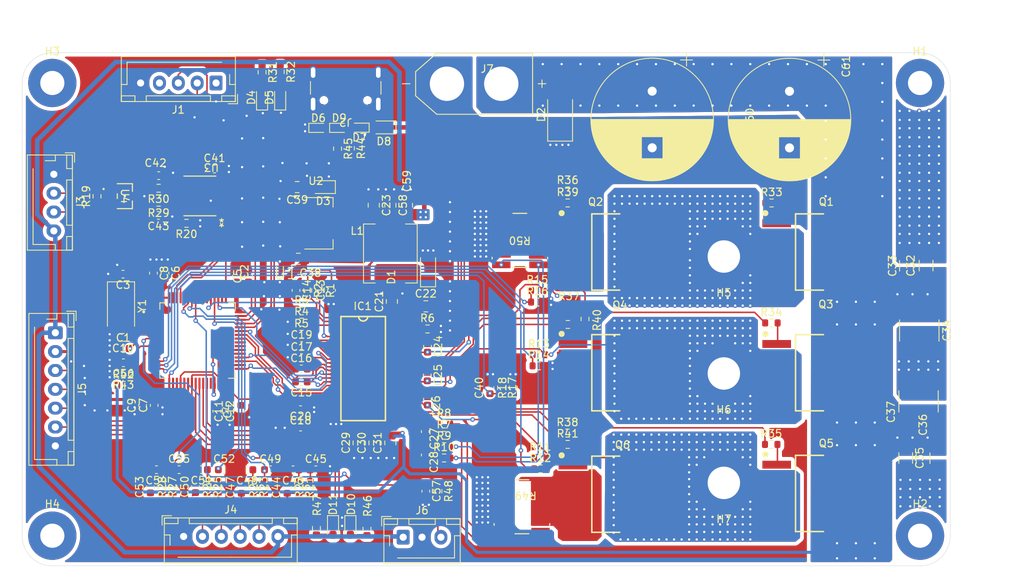
<source format=kicad_pcb>
(kicad_pcb (version 20240108) (generator "pcbnew") (generator_version "8.0")
  (layers (0 "F.Cu" signal) (1 "In1.Cu" signal) (2 "In2.Cu" signal) (31 "B.Cu" signal) (34 "B.Paste" user) (35 "F.Paste" user) (36 "B.SilkS" user "B.Silkscreen") (37 "F.SilkS" user "F.Silkscreen") (38 "B.Mask" user) (39 "F.Mask" user) (44 "Edge.Cuts" user))
  (net 0 "")
  (net 1 "NRST")
  (net 2 "GND")
  (net 3 "VCC")
  (net 4 "Net-(U1-PH0{slash}OSC_IN)")
  (net 5 "Net-(U1-VCAP_1)")
  (net 6 "Net-(U1-VCAP_2)")
  (net 7 "Net-(U1-PH1{slash}OSC_OUT)")
  (net 8 "Net-(C13-Pad2)")
  (net 9 "Net-(IC1-COMP)")
  (net 10 "Net-(IC1-CP2)")
  (net 11 "Net-(IC1-CP1)")
  (net 12 "Net-(IC1-GVDD)")
  (net 13 "Net-(IC1-DVDD)")
  (net 14 "Net-(IC1-AVDD)")
  (net 15 "Net-(C21-Pad1)")
  (net 16 "Net-(IC1-BST_BK)")
  (net 17 "Net-(D1-K)")
  (net 18 "Net-(IC1-BST_A)")
  (net 19 "/MOSFET DRIVER/H1_VS")
  (net 20 "Net-(IC1-BST_B)")
  (net 21 "/MOSFET DRIVER/H2_VS")
  (net 22 "/MOSFET DRIVER/H3_VS")
  (net 23 "Net-(IC1-BST_C)")
  (net 24 "Net-(IC1-SN1)")
  (net 25 "Net-(IC1-SP1)")
  (net 26 "Net-(IC1-SN2)")
  (net 27 "Net-(IC1-SP2)")
  (net 28 "V_SUPPLY")
  (net 29 "+5V")
  (net 30 "Net-(D3-A)")
  (net 31 "/MCU/ADC_TEMP")
  (net 32 "/CAN BUS/CANL")
  (net 33 "/CAN BUS/CANH")
  (net 34 "/HALL_FILTER/HALL1_IN")
  (net 35 "/HALL_FILTER/HALL1_OUT")
  (net 36 "/HALL_FILTER/HALL2_IN")
  (net 37 "/HALL_FILTER/HALL2_OUT")
  (net 38 "/HALL_FILTER/HALL3_IN")
  (net 39 "/HALL_FILTER/HALL3_OUT")
  (net 40 "/HALL_FILTER/TEMP_IN")
  (net 41 "/HALL_FILTER/TEMP_OUT")
  (net 42 "/MCU/AN_IN")
  (net 43 "/MCU/SERVO")
  (net 44 "Net-(D6-A2)")
  (net 45 "Net-(D7-A2)")
  (net 46 "Net-(D9-A2)")
  (net 51 "Net-(IC1-RT_CLK)")
  (net 52 "Net-(IC1-VSENSE)")
  (net 53 "Net-(IC1-DTC)")
  (net 54 "Net-(IC1-BIAS)")
  (net 55 "/MCU/SENS1")
  (net 56 "/MCU/SENS2")
  (net 57 "/MCU/SENS3")
  (net 58 "Net-(R20-Pad2)")
  (net 59 "Net-(U3-CANH)")
  (net 60 "Net-(U3-CANL)")
  (net 61 "Net-(D4-A)")
  (net 62 "Net-(D5-A)")
  (net 63 "Net-(Q1-Pad1)")
  (net 64 "/MOSFET DRIVER/M_H1")
  (net 65 "/MOSFET DRIVER/M_H2")
  (net 66 "Net-(Q3-Pad1)")
  (net 67 "/MOSFET DRIVER/M_H3")
  (net 68 "Net-(Q5-Pad1)")
  (net 69 "/MOSFET DRIVER/M_L1")
  (net 70 "Net-(Q2-Pad1)")
  (net 71 "Net-(Q4-Pad1)")
  (net 72 "/MOSFET DRIVER/M_L2")
  (net 73 "Net-(Q6-Pad1)")
  (net 74 "/MOSFET DRIVER/M_L3")
  (net 75 "/MOSFET DRIVER/HI_LOW")
  (net 76 "/MOSFET DRIVER/H3_LOW")
  (net 77 "/MCU/USB_D-")
  (net 78 "/MCU/USB_D+")
  (net 79 "/MCU/LED_RED")
  (net 80 "Net-(D10-A)")
  (net 81 "/MCU/LED_GREEN")
  (net 82 "Net-(D11-A)")
  (net 83 "Net-(J6-Pin_3)")
  (net 84 "/MCU/H3")
  (net 85 "/MCU/H1")
  (net 86 "/MCU/DC_CAL")
  (net 87 "/MCU/L3")
  (net 88 "/MCU/BR_S01")
  (net 89 "/MCU/FAULT")
  (net 90 "/MCU/L2")
  (net 91 "/MCU/BR_S02")
  (net 93 "/MCU/L1")
  (net 95 "/MCU/EN_GATE")
  (net 97 "/MCU/H2")
  (net 99 "/CAN BUS/CAN_TX")
  (net 100 "/CAN BUS/CAN_RX")
  (net 102 "/MCU/MISO_ADC_EXT2")
  (net 103 "/MCU/RX_SCL_MOSI")
  (net 110 "SWDIO")
  (net 112 "/MCU/TX_SDA_NSS")
  (net 113 "/MCU/SCK_ADC_EXT")
  (net 117 "SWCLK")
  (net 120 "/MOSFET DRIVER/SH1_A")
  (net 121 "/MOSFET DRIVER/SH1_B")
  (net 122 "/MOSFET DRIVER/SH2_A")
  (net 123 "/MOSFET DRIVER/SH2_B")
  (footprint "Resistor_SMD:R_0603_1608Metric" (layer "F.Cu") (at 129.475 72.485)
    (property "Reference" "R14")
    (property "Value" "2k2")
  )
  (footprint "Resistor_SMD:R_0603_1608Metric" (layer "F.Cu") (at 129.675 84.64)
    (property "Reference" "R11")
    (property "Value" "39K")
  )
  (footprint "LED_SMD:LED_0603_1608Metric_Pad1.05x0.95mm_HandSolder" (layer "F.Cu") (at 95.2 36.925 90)
    (property "Reference" "D5")
    (property "Value" "RED")
  )
  (footprint "Connector_JST:JST_XH_B5B-XH-AM_1x05_P2.50mm_Vertical" (layer "F.Cu") (at 86.7 35 180)
    (property "Reference" "J1")
    (property "Value" "Conn_01x05_Socket")
  )
  (footprint "Capacitor_SMD:C_0805_2012Metric" (layer "F.Cu") (at 110 63.95 90)
    (property "Reference" "C21")
    (property "Value" "10uF/100V")
  )
  (footprint "Capacitor_SMD:C_0805_2012Metric" (layer "F.Cu") (at 97.6 58.3 180)
    (property "Reference" "C38")
    (property "Value" "10uF")
  )
  (footprint "Connector_JST:JST_XH_B7B-XH-AM_1x07_P2.50mm_Vertical" (layer "F.Cu") (at 65.4 68.1 -90)
    (property "Reference" "J5")
    (property "Value" "Conn_01x07_Socket")
  )
  (footprint "Capacitor_SMD:C_0603_1608Metric" (layer "F.Cu") (at 90 78.5 90)
    (property "Reference" "C12")
    (property "Value" "2.2uF")
  )
  (footprint "Resistor_SMD:R_0603_1608Metric" (layer "F.Cu") (at 160.3 66.8)
    (property "Reference" "R34")
    (property "Value" "4R7")
  )
  (footprint "Resistor_SMD:R_0603_1608Metric" (layer "F.Cu") (at 133.3 82.9)
    (property "Reference" "R41")
    (property "Value" "39K")
  )
  (footprint "Resistor_SMD:R_0603_1608Metric" (layer "F.Cu") (at 116.9 80.2)
    (property "Reference" "R8")
    (property "Value" "100R")
  )
  (footprint "Capacitor_SMD:C_0603_1608Metric" (layer "F.Cu") (at 79.93 60.1875 -90)
    (property "Reference" "C6")
    (property "Value" "2.2uF")
  )
  (footprint "MountingHole:MountingHole_3.2mm_M3_Pad" (layer "F.Cu") (at 65 95)
    (property "Reference" "H4")
    (property "Value" "MountingHole_Pad")
  )
  (footprint "Capacitor_SMD:C_0805_2012Metric" (layer "F.Cu") (at 109.8 51.2 -90)
    (property "Reference" "C58")
    (property "Value" "10uF")
  )
  (footprint "MountingHole:MountingHole_3.2mm_M3_Pad" (layer "F.Cu") (at 180 95)
    (property "Reference" "H2")
    (property "Value" "MountingHole_Pad")
  )
  (footprint "Capacitor_SMD:C_0603_1608Metric" (layer "F.Cu") (at 78.8 86.25 180)
    (property "Reference" "C54")
    (property "Value" "100nF")
  )
  (footprint "Capacitor_SMD:C_0603_1608Metric" (layer "F.Cu") (at 89.4 60.6 -90)
    (property "Reference" "C2")
    (property "Value" "2.2uF")
  )
  (footprint "Capacitor_SMD:C_1206_3216Metric" (layer "F.Cu") (at 178.2 59.225 90)
    (property "Reference" "C33")
    (property "Value" "10uF/50V")
  )
  (footprint "Capacitor_SMD:C_0805_2012Metric" (layer "F.Cu") (at 107.7 82.7 90)
    (property "Reference" "C30")
    (property "Value" "10uF/50V")
  )
  (footprint "ESDCAN24_2BLY:SOT_24-2BLY_STM-M" (layer "F.Cu") (at 74.6104 50 -90)
    (property "Reference" "U4")
    (property "Value" "ESDCAN24-2BLY")
  )
  (footprint "Resistor_SMD:R_0603_1608Metric" (layer "F.Cu") (at 114.725 67.6)
    (property "Reference" "R6")
    (property "Value" "1M")
  )
  (footprint "Resistor_SMD:R_0603_1608Metric" (layer "F.Cu") (at 104.5 43.655 -90)
    (property "Reference" "R44")
    (property "Value" "22R")
  )
  (footprint "Resistor_SMD:R_0603_1608Metric" (layer "F.Cu") (at 79.5 88.55 -90)
    (property "Reference" "R27")
    (property "Value" "2.2K")
  )
  (footprint "IRFS7530TRL7PP:TO127P1524X483-7N" (layer "F.Cu") (at 167.4 89.4)
    (property "Reference" "Q5")
    (property "Value" "IRFS7530TRL7PP")
  )
  (footprint "Capacitor_SMD:C_1206_3216Metric" (layer "F.Cu") (at 180.8 59.2 90)
    (property "Reference" "C32")
    (property "Value" "10uF/50V")
  )
  (footprint "Resistor_SMD:R_0603_1608Metric" (layer "F.Cu") (at 160.275 82.9)
    (property "Reference" "R35")
    (property "Value" "4R7")
  )
  (footprint "Resistor_SMD:R_0603_1608Metric" (layer "F.Cu") (at 95.2 33.525 -90)
    (property "Reference" "R32")
    (property "Value" "1K")
  )
  (footprint "Connector_JST:JST_XH_B3B-XH-AM_1x03_P2.50mm_Vertical" (layer "F.Cu") (at 111.5 95.2)
    (property "Reference" "J6")
    (property "Value" "Conn_01x03_Socket")
  )
  (footprint "Resistor_SMD:R_0603_1608Metric" (layer "F.Cu") (at 74.395 73.58 180)
    (property "Reference" "R43")
    (property "Value" "2.2K")
  )
  (footprint "Capacitor_SMD:C_0603_1608Metric" (layer "F.Cu") (at 81.8 86.25)
    (property "Reference" "C55")
    (property "Value" "4.7nF")
  )
  (footprint "Capacitor_SMD:C_0603_1608Metric" (layer "F.Cu") (at 74.37 60.34 180)
    (property "Reference" "C3")
    (property "Value" "15pF")
  )
  (footprint "Resistor_SMD:R_0603_1608Metric" (layer "F.Cu") (at 133.3 49.3)
    (property "Reference" "R36")
    (property "Value" "4R7")
  )
  (footprint "STM32F405RGT6:QFP50P1200X1200X160-64N" (layer "F.Cu") (at 84.25 69.13)
    (property "Reference" "U1")
    (property "Value" "STM32F405RGT6")
  )
  (footprint "Resistor_SMD:R_0603_1608Metric" (layer "F.Cu") (at 82.775 53.6 180)
    (property "Reference" "R20")
    (property "Value" "10K")
  )
  (footprint "Capacitor_SMD:C_0603_1608Metric" (layer "F.Cu") (at 114.425 81.2 -90)
    (property "Reference" "C27")
    (property "Value" "2.2nF")
  )
  (footprint "Capacitor_SMD:C_0603_1608Metric" (layer "F.Cu") (at 97.3 62.4875 -90)
    (property "Reference" "C14")
    (property "Value" "120pF")
  )
  (footprint "Capacitor_SMD:C_0603_1608Metric" (layer "F.Cu") (at 84.775 86.25 180)
    (property "Reference" "C51")
    (property "Value" "100nF")
  )
  (footprint "Diode_SMD:D_SOD-323F" (layer "F.Cu") (at 100.9 48.8 180)
    (property "Reference" "D3")
    (property "Value" "BAT60A")
  )
  (footprint "Capacitor_SMD:C_0603_1608Metric" (layer "F.Cu") (at 114.69155 73.7 -90)
    (property "Reference" "C25")
    (property "Value" "220nF")
  )
  (footprint "Resistor_SMD:R_0603_1608Metric" (layer "F.Cu") (at 99.2 88.575 90)
    (property "Reference" "R22")
    (property "Value" "10K")
  )
  (footprint "Capacitor_SMD:C_0603_1608Metric" (layer "F.Cu") (at 96.9 86.2625 180)
    (property "Reference" "C46")
    (property "Value" "100nF")
  )
  (footprint "DRV8302:TSSOP-56_3" (layer "F.Cu") (at 106.2 72.85)
    (property "Reference" "IC1")
    (property "Value" "DRV8302")
  )
  (footprint "Capacitor_SMD:C_0603_1608Metric" (layer "F.Cu") (at 123 75.4 90)
    (property "Reference" "C40")
    (property "Value" "2.2uF")
  )
  (footprint "Resistor_SMD:R_0603_1608Metric" (layer "F.Cu") (at 126.1 75.4 90)
    (property "Reference" "R18")
    (property "Value" "10K")
  )
  (footprint "Resistor_SMD:R_0603_1608Metric" (layer "F.Cu") (at 116.925 83.2)
    (property "Reference" "R9")
    (property "Value" "100R")
  )
  (footprint "Capacitor_SMD:C_0603_1608Metric" (layer "F.Cu") (at 99.925 86.2625)
    (property "Reference" "C45")
    (property "Value" "4.7nF")
  )
  (footprint "Resistor_SMD:R_0603_1608Metric" (layer "F.Cu") (at 116.1 89.1 -90)
    (property "Reference" "R48")
    (property "Value" "2.2K")
  )
  (footprint "Capacitor_SMD:C_0603_1608Metric" (layer "F.Cu") (at 88.5 78.5 90)
    (property "Reference" "C11")
    (property "Value" "2.2uF")
  )
  (footprint "Resistor_SMD:R_0603_1608Metric" (layer "F.Cu") (at 129.475 71.01)
    (property "Reference" "R13")
    (property "Value" "39K")
  )
  (footprint "Resistor_SMD:R_0603_1608Metric" (layer "F.Cu") (at 79.085 48.95 180)
    (property "Reference" "R30")
    (property "Value" "10R")
  )
  (footprint "Capacitor_SMD:C_0603_1608Metric" (layer "F.Cu") (at 79.105 47.28)
    (property "Reference" "C42")
    (property "Value" "51pF")
  )
  (footprint "Resistor_SMD:R_0603_1608Metric" (layer "F.Cu") (at 133.275 81.4)
    (property "Reference" "R38")
    (property "Value" "4R7")
  )
  (footprint "Capacitor_SMD:C_0603_1608Metric" (layer "F.Cu") (at 87.775 86.25)
    (property "Reference" "C52")
    (property "Value" "4.7nF")
  )
  (footprint "Resistor_SMD:R_0603_1608Metric" (layer "F.Cu") (at 98.05 65.2)
    (property "Reference" "R3")
    (property "Value" "18K")
  )
  (footprint "Capacitor_SMD:C_0603_1608Metric" (layer "F.Cu") (at 86.8 78.5 -90)
    (property "Reference" "C4")
    (property "Value" "2.2uF")
  )
  (footprint "Capacitor_SMD:C_0603_1608Metric" (layer "F.Cu") (at 86.5 46.4)
    (property "Reference" "C41")
    (property "Value" "2.2uF")
  )
  (footprint "Resistor_SMD:R_0603_1608Metric" (layer "F.Cu") (at 74.42 75.08)
    (property "Reference" "R42")
    (property "Value" "39K")
  )
  (footprint "Capacitor_SMD:C_0603_1608Metric" (layer "F.Cu") (at 93.9 86.2625)
    (property "Reference" "C49")
    (property "Value" "4.7nF")
  )
  (footprint "Capacitor_SMD:C_0603_1608Metric" (layer "F.Cu") (at 76.96 77.725 90)
    (property "Reference" "C9")
    (property "Value" "2.2uF")
  )
  (footprint "Crystal:Crystal_SMD_Abracon_ABM3-2Pin_5.0x3.2mm" (layer "F.Cu") (at 74.1 64.55 -90)
    (property "Reference" "Y1")
    (property "Value" "8MHz 10ppm")
  )
  (footprint "Resistor_SMD:R_0603_1608Metric" (layer "F.Cu") (at 93.125 88.55 90)
    (property "Reference" "R24")
    (property "Value" "10K")
  )
  (footprint "Resistor_SMD:R_0603_1608Metric" (layer "F.Cu") (at 79.085 50.8 180)
    (property "Reference" "R29")
    (property "Value" "10R")
  )
  (footprint "Capacitor_SMD:C_0805_2012Metric" (layer "F.Cu") (at 114.5 64.6)
    (property "Reference" "C22")
    (property "Value" "100nF")
  )
  (footprint "Resistor_SMD:R_0603_1608Metric" (layer "F.Cu") (at 100 94 -90)
    (property "Reference" "R47")
    (property "Value" "1K")
  )
  (footprint "Inductor_SMD:L_Chilisin_BMRB00060612" (layer "F.Cu") (at 109.8 57.6 90)
    (property "Reference" "L1")
    (property "Value" "22uH")
  )
  (footprint "Diode_SMD:D_SOD-523" (layer "F.Cu") (at 105.73 40.925 180)
    (property "Reference" "D7")
    (property "Value" "LESD5D5.0CT1G")
  )
  (footprint "Capacitor_SMD:C_0805_2012Metric" (layer "F.Cu") (at 105.6 82.7 90)
    (property "Reference" "C29")
    (property "Value" "10uF/50V")
  )
  (footprint "Capacitor_SMD:C_0603_1608Metric" (layer "F.Cu") (at 97.9 80.6)
    (property "Reference" "C20")
    (property "Value" "2.2uF")
  )
  (footprint "SN65HVD232DR:D8-L" (layer "F.Cu") (at 84.555 49.97 180)
    (property "Reference" "U3")
    (property "Value" "SN65HVD232DR")
  )
  (footprint "WSLP27261L000FEA:WSLP2726_1mOHM_VIS" (layer "F.Cu") (at 127.2362 91.1615 180)
    (property "Reference" "R49")
    (property "Value" "1m")
  )
  (footprint "Capacitor_SMD:C_0603_1608Metric" (layer "F.Cu") (at 102 62.475 90)
    (property "Reference" "C13")
    (property "Value" "6.8nF")
  )
  (footprint "Capacitor_SMD:C_0603_1608Metric" (layer "F.Cu") (at 98 72.9)
    (property "Reference" "C16")
    (property "Value" "2.2uF")
  )
  (footprint "Capacitor_SMD:C_0603_1608Metric" (layer "F.Cu") (at 114.71655 76.9101 -90)
    (property "Reference" "C26")
    (property "Value" "220nF")
  )
  (footprint "IRFS7530TRL7PP:TO127P1524X483-7N" (layer "F.Cu") (at 140.4 57.4)
    (property "Reference" "Q2")
    (property "Value" "IRFS7530TRL7PP")
  )
  (footprint "XT60-M:AMASS_XT60-M" (layer "F.Cu") (at 120.9 35.1 180)
    (property "Reference" "J7")
    (property "Value" "XT60-M")
  )
  (footprint "Capacitor_SMD:C_0805_2012Metric" (layer "F.Cu") (at 109.8 82.7 90)
    (property "Reference" "C31")
    (property "Value" "10uF/50V")
  )
  (footprint "Capacitor_SMD:C_0603_1608Metric" (layer "F.Cu") (at 78.5 77.725 90)
    (property "Reference" "C7")
    (property "Value" "2.2uF")
  )
  (footprint "Connector_USB:USB_C_Receptacle_GCT_USB4105-xx-A_16P_TopMnt_Horizontal" (layer "F.Cu") (at 103.88 34.695 180)
    (property "Reference" "J2")
    (property "Value" "USB_C_Receptacle_USB2.0_16P")
  )
  (footprint "Capacitor_SMD:C_0603_1608Metric" (layer "F.Cu") (at 74.37 68.72 180)
    (property "Reference" "C10")
    (property "Value" "15pF")
  )
  (footprint "MountingHole:MountingHole_3.2mm_M3_Pad" (layer "F.Cu") (at 180 35)
    (property "Reference" "H1")
    (property "Value" "MountingHole_Pad")
  )
  (footprint "Resistor_SMD:R_0603_1608Metric" (layer "F.Cu") (at 86.975 88.55 90)
    (property "Reference" "R26")
    (property "Value" "10K")
  )
  (footprint "Capacitor_SMD:C_0603_1608Metric" (layer "F.Cu") (at 98.025 71.4)
    (property "Reference" "C17")
    (property "Value" "2.2uF")
  )
  (footprint "Resistor_SMD:R_0603_1608Metric" (layer "F.Cu") (at 92.8 33.575 -90)
    (property "Reference" "R31")
    (property "Value" "1K")
  )
  (footprint "Package_TO_SOT_SMD:SOT-223-3_TabPin2" (layer "F.Cu") (at 100.3 53.6)
    (property "Reference" "U2")
    (property "Value" "AMS1117-3.3")
  )
  (footprint "Capacitor_SMD:C_0805_2012Metric" (layer "F.Cu") (at 97.45 48.8 180)
    (property "Reference" "C39")
    (property "Value" "22uF")
  )
  (footprint "Resistor_SMD:R_0603_1608Metric" (layer "F.Cu") (at 116.9 81.7)
    (property "Reference" "R7")
    (property "Value" "100R")
  )
  (footprint "MountingHole:MountingHole_3.2mm_M3_Pad" (layer "F.Cu") (at 65 35)
    (property "Reference" "H3")
    (property "Value" "MountingHole_Pad")
  )
  (footprint "Capacitor_SMD:C_0805_2012Metric" (layer "F.Cu") (at 107.6 51.2 -90)
    (property "Reference" "C23")
    (property "Value" "10uF")
  )
  (footprint "WSLP27261L000FEA:WSLP2726_1mOHM_VIS" (layer "F.Cu") (at 126.9638 55.8615 180)
    (property "Reference" "R50")
    (property "Value" "1m")
  )
  (footprint "MountingHole:MountingHole_4.3mm_M4_ISO7380_Pad" (layer "F.Cu") (at 154 88 180)
    (property "Reference" "H7")
    (property "Value" "MountingHole_Pad")
  )
  (footprint "Capacitor_SMD:C_0603_1608Metric" (layer "F.Cu") (at 114.725 69.9 -90)
    (property "Reference" "C24")
    (property "Value" "220nF")
  )
  (footprint "Capacitor_THT:CP_Radial_D16.0mm_P7.50mm" (layer "F.Cu") (at 162.7 36.1 -90)
    (property "Reference" "C61")
    (property "Value" "820uF/80V")
  )
  (footprint "Connector_JST:JST_XH_B6B-XH-AM_1x06_P2.50mm_Vertical" (layer "F.Cu") (at 82.4 95.1)
    (property "Reference" "J4")
    (property "Value" "HALL SENSOR")
  )
  (footprint "Resistor_SMD:R_0603_1608Metric" (layer "F.Cu") (at 129.275 62.5)
    (property "Reference" "R15")
    (property "Value" "39K")
  )
  (footprint "Resistor_SMD:R_0603_1608Metric" (layer "F.Cu") (at 85.475 88.55 -90)
    (property "Reference" "R25")
    (property "Value" "2.2K")
  )
  (footprint "Resistor_SMD:R_0603_1608Metric" (layer "F.Cu") (at 98.85 62.5 -90)
    (property "Reference" "R2")
    (property "Value" "15K")
  )
  (footprint "IRFS7530TRL7PP:TO127P1524X483-7N" (layer "F.Cu") (at 167.4 57.4)
    (property "Reference" "Q1")
    (property "Value" "IRFS7530TRL7PP")
  )
  (footprint "Capacitor_SMD:C_0603_1608Metric" (layer "F.Cu") (at 74.4 70.2)
    (property "Reference" "C1")
    (property "Value" "100nF")
  )
  (footprint "Diode_SMD:D_SOD-523" (layer "F.Cu") (at 100.26 40.945)
    (property "Reference" "D6")
    (property "Value" "LESD5D5.0CT1G")
  )
  (footprint "Resistor_SMD:R_0603_1608Metric" (layer "F.Cu") (at 98.025 68.3)
    (property "Reference" "R5")
    (property "Value" "10K")
  )
  (footprint "Capacitor_SMD:C_0603_1608Metric" (layer "F.Cu") (at 90.8 86.2625 180)
    (property "Reference" "C48")
    (property "Value" "100nF")
  )
  (footprint "MountingHole:MountingHole_4.3mm_M4_ISO7380_Pad" (layer "F.Cu") (at 154 73.5 180)
    (property "Reference" "H6")
    (property "Value" "MountingHole_Pad")
  )
  (footprint "IRFS7530TRL7PP:TO127P1524X483-7N" (layer "F.Cu") (at 140.4 73.4)
    (property "Reference" "Q4")
    (property "Value" "IRFS7530TRL7PP")
  )
  (footprint "Capacitor_THT:CP_Radial_D16.0mm_P7.50mm" (layer "F.Cu") (at 144.5 36.087246 -90)
    (property "Reference" "C60")
    (property "Value" "820uF/80V")
  )
  (footprint "Resistor_SMD:R_0603_1608Metric" (layer "F.Cu") (at 129.6875 86.145)
    (property "Reference" "R12")
    (property "Value" "2k2")
  )
  (footprint "Capacitor_SMD:C_0603_1608Metric" (layer "F.Cu") (at 78.4 60.2 -90)
    (property "Reference" "C8")
    (property "Value" "2.2uF")
  )
  (footprint "Capacitor_SMD:C_0603_1608Metric" (layer "F.Cu") (at 96.125 88.6 90)
    (property "Reference" "C44")
    (property "Value" "4.7nF")
  )
  (footprint "Resistor_SMD:R_0603_1608Metric" (layer "F.Cu") (at 91.575 88.575 -90)
    (property "Reference" "R23")
    (property "Value" "2.2K")
  )
  (footprint "Capacitor_SMD:C_2220_5750Metric" (layer "F.Cu") (at 179.8 77.2 90)
    (property "Reference" "C37")
    (property "Value" "15uF/100V")
  )
  (footprint "IRFS7530TRL7PP:TO127P1524X483-7N" (layer "F.Cu") (at 167.4 73.4)
    (property "Reference" "Q3")
    (property "Value" "IRFS7530TRL7PP")
  )
  (footprint "Resistor_SMD:R_0603_1608Metric" (layer "F.Cu") (at 97.65 88.6 -90)
    (property "Reference" "R21")
    (property "Value" "2.2K")
  )
  (footprint "LED_SMD:LED_0603_1608Metric_Pad1.05x0.95mm_HandSolder" (layer "F.Cu") (at 102.2 94 -90)
    (property "Reference" "D11")
    (property "Value" "GREEN")
  )
  (footprint "Capacitor_SMD:C_0603_1608Metric" (layer "F.Cu") (at 83.975 88.5125 90)
    (property "Reference" "C50")
    (property "Value" "4.7nF")
  )
  (footprint "Resistor_SMD:R_0603_1608Metric" (layer "F.Cu") (at 116.925 84.7)
    (property "Reference" "R10")
    (property "Value" "100R")
  )
  (footprint "Diode_SMD:D_SOD-523" (layer "F.Cu") (at 103.0125 40.945)
    (property "Reference" "D9")
    (property "Value" "LESD5D5.0CT1G")
  )
  (footprint "Connector_JST:JST_XH_B4B-XH-AM_1x04_P2.50mm_Vertical" (layer "F.Cu") (at 65.2 47.1 -90)
    (property "Reference" "J3")
    (property "Value" "CAN BUS")
  )
  (footprint "IRFS7530TRL7PP:TO127P1524X483-7N" (layer "F.Cu") (at 140.4 89.5)
    (property "Reference" "Q6")
    (property "Value" "IRFS7530TRL7PP")
  )
  (footprint "Resistor_SMD:R_0603_1608Metric" (layer "F.Cu") (at 133.325 67)
    (property "Reference" "R37")
    (property "Value" "4R7")
  )
  (footprint "Resistor_SMD:R_0603_1608Metric" (layer "F.Cu") (at 106.7 94.1 -90)
    (property "Reference" "R46")
    (property "Value" "1K")
  )
  (footprint "Resistor_SMD:R_0603_1608Metric" (layer "F.Cu") (at 133.3 50.9)
    (property "Reference" "R39")
    (property "Value" "39K")
  )
  (footprint "Resistor_SMD:R_0603_1608Metric" (layer "F.Cu") (at 98.0375 66.7)
    (property "Reference" "R4")
    (property "Value" "3.3K")
  )
  (footprint "Resistor_SMD:R_0603_1608Metric" (layer "F.Cu") (at 129.275 64.035)
    (property "Reference" "R16")
    (property "Value" "2k2")
  )
  (footprint "Resistor_SMD:R_0603_1608Metric" (layer "F.Cu") (at 160.325 50.9)
    (property "Reference" "R33")
    (property "Value" "4R7")
  )
  (footprint "LED_SMD:LED_0603_1608Metric_Pad1.05x0.95mm_HandSolder" (layer "F.Cu") (at 104.5 94 -90)
    (property "Reference" "D10")
    (property "Value" "BLUE")
  )
  (footprint "Capacitor_SMD:C_2220_5750Metric" (layer "F.Cu") (at 179.9 67.8 -90)
    (property "Reference" "C34")
    (property "Value" "15uF/100V")
  )
  (footprint "Diode_SMD:D_SMA" (layer "F.Cu") (at 132.3 39.2 90)
    (property "Reference" "D2")
    (property "Value" "SMAJ60A")
  )
  (footprint "Resistor_SMD:R_0603_1608Metric" (layer "F.Cu") (at 135.6 66.275 -90)
    (property "Reference" "R40")
    (property "Value" "39K")
  )
  (footprint "Capacitor_SMD:C_1206_3216Metric" (layer "F.Cu") (at 180.4 84.725 -90)
    (property "Reference" "C36")
    (property "Value" "10uF/50V")
  )
  (footprint "Diode_SMD:D_SOD-123F" (layer "F.Cu") (at 114.8 59.8 90)
    (property "Reference" "D1")
    (property "Value" "PMEG6020")
  )
  (footprint "Capacitor_SMD:C_0603_1608Metric" (layer "F.Cu") (at 91 60.6 90)
    (property "Reference" "C5")
    (property "Value" "2.2uF")
  )
  (footprint "Resistor_SMD:R_0603_1608Metric" (layer "F.Cu") (at 100.425 62.5125 -90)
    (property "Reference" "R1")
    (property "Value" "220K")
  )
  (footprint "Capacitor_SMD:C_0603_1608Metric" (layer "F.Cu") (at 79.065 52.55 180)
    (property "Reference" "C43")
    (property "Value" "51pF")
  )
  (footprint "Capacitor_SMD:C_1206_3216Metric" (layer "F.Cu") (at 178.1 84.7 -90)
    (property "Reference" "C35")
    (property "Value" "10uF/50V")
  )
  (footprint "Capacitor_SMD:C_0603_1608Metric" (layer "F.Cu") (at 90.05 88.6 90)
    (property "Reference" "C47")
    (property "Value" "4.7nF")
  )
  (footprint "Capacitor_SMD:C_0603_1608Metric" (layer "F.Cu") (at 98 74.6 180)
    (property "Reference" "C15")
    (property "Value" "22nF")
  )
  (footprint "Resistor_SMD:R_0603_1608Metric" (layer "F.Cu") (at 70.925 50.02 90)
    (property "Reference" "R19")
    (property "Value" "120R")
  )
  (footprint "Resistor_SMD:R_0603_1608Metric" (layer "F.Cu") (at 102.8 43.7 -90)
    (property "Reference" "R45")
    (property "Value" "22R")
  )
  (footprint "MountingHole:MountingHole_4.3mm_M4_ISO7380_Pad" (layer "F.Cu") (at 154 58 180)
    (property "Reference" "H5")
    (property "Value" "MountingHole_Pad")
  )
  (footprint "LED_SMD:LED_0603_1608Metric_Pad1.05x0.95mm_HandSolder" (layer "F.Cu") (at 92.8 36.925 90)
    (property "Reference" "D4")
    (property "Value" "GREEN")
  )
  (footprint "Capacitor_SMD:C_0805_2012Metric" (layer "F.Cu") (at 112 51.2 -90)
    (property "Reference" "C59")
    (property "Value" "10uF")
  )
  (footprint "Resistor_SMD:R_0603_1608Metric" (layer "F.Cu") (at 124.545 75.3925 -90)
    (property "Reference" "R17")
    (property "Value" "NTC_10K")
  )
  (footprint "Capacitor_SMD:C_0603_1608Metric" (layer "F.Cu") (at 78 88.55 90)
    (property "Reference" "C53")
    (property "Value" "4.7nF")
  )
  (footprint "Diode_SMD:D_SOD-323" (layer "F.Cu") (at 108.94 40.885 180)
    (property "Reference" "D8")
    (property "Value" "BAT760-7")
  )
  (footprint "Capacitor_SMD:C_0603_1608Metric" (layer "F.Cu") (at 97.9 78.3 180)
    (property "Reference" "C18")
    (property "Value" "2.2uF")
  )
  (footprint "Capacitor_SMD:C_0603_1608Metric" (layer "F.Cu") (at 114.5 89.1 -90)
    (property "Reference" "C57")
    (property "Value" "100nF")
  )
  (footprint "Resistor_SMD:R_0603_1608Metric" (layer "F.Cu") (at 81 88.55 90)
    (property "Reference" "R28")
    (property "Value" "10K")
  )
  (footprint "Capacitor_SMD:C_0603_1608Metric" (layer "F.Cu") (at 98.025 69.8)
    (property "Reference" "C19")
    (property "Value" "2.2uF")
  )
  (footprint "Capacitor_SMD:C_0603_1608Metric" (layer "F.Cu") (at 114.425 84.3 -90)
    (property "Reference" "C28")
    (property "Value" "2.2nF")
  )
  (footprint "Capacitor_SMD:C_0603_1608Metric" (layer "F.Cu") (at 74.42 72.08 180)
    (property "Reference" "C56")
    (property "Value" "100nF")
  )
  (gr_arc (start 61 35) (mid 62.171573 32.171573) (end 65 31) (stroke (width 0.05)) (layer "Edge.Cuts"))
  (gr_arc (start 184 95) (mid 182.828427 97.828427) (end 180 99) (stroke (width 0.05)) (layer "Edge.Cuts"))
  (gr_arc (start 180 31) (mid 182.828427 32.171573) (end 184 35) (stroke (width 0.05)) (layer "Edge.Cuts"))
  (gr_line (start 180 31) (end 65 31) (stroke (width 0.05)) (layer "Edge.Cuts"))
  (gr_arc (start 65 99) (mid 62.171573 97.828427) (end 61 95) (stroke (width 0.05)) (layer "Edge.Cuts"))
  (gr_line (start 61 35) (end 61 95) (stroke (width 0.05)) (layer "Edge.Cuts"))
  (gr_line (start 184 95) (end 184 35) (stroke (width 0.05)) (layer "Edge.Cuts"))
  (gr_line (start 65 99) (end 180 99) (stroke (width 0.05)) (layer "Edge.Cuts"))
  (segment (start 76.1 68.8) (end 76.52 68.38) (width 0.2) (layer "F.Cu") (net 1))
  (segment (start 76.52 68.38) (end 78.58 68.38) (width 0.2) (layer "F.Cu") (net 1))
  (segment (start 75.3 70.2) (end 76.1 69.4) (width 0.2) (layer "F.Cu") (net 1))
  (segment (start 76.1 69.4) (end 76.1 68.8) (width 0.2) (layer "F.Cu") (net 1))
  (segment (start 75.175 70.2) (end 75.3 70.2) (width 0.2) (layer "F.Cu") (net 1))
  (via (at 75.3 70.2) (size 0.6) (drill 0.3) (layers "F.Cu" "B.Cu") (net 1))
  (segment (start 104.65 93.275) (end 104.5 93.125) (width 0.2) (layer "F.Cu") (net 2))
  (segment (start 102.15 93.175) (end 102.2 93.125) (width 0.2) (layer "F.Cu") (net 2))
  (via (at 92.95 53.4) (size 0.6) (drill 0.3) (layers "F.Cu" "B.Cu") (net 2))
  (via (at 110.3 49.1) (size 0.6) (drill 0.3) (layers "F.Cu" "B.Cu") (net 2))
  (via (at 121 54.25) (size 0.6) (drill 0.3) (layers "F.Cu" "B.Cu") (net 2))
  (via (at 181.2 49.2) (size 0.6) (drill 0.3) (layers "F.Cu" "B.Cu") (net 2))
  (via (at 117.7 53.4) (size 0.6) (drill 0.3) (layers "F.Cu" "B.Cu") (net 2))
  (via (at 122.5 58) (size 0.6) (drill 0.3) (layers "F.Cu" "B.Cu") (net 2))
  (via (at 95.2 56.65) (size 0.6) (drill 0.3) (layers "F.Cu" "B.Cu") (net 2))
  (via (at 121.25 91.75) (size 0.6) (drill 0.3) (layers "F.Cu" "B.Cu") (net 2))
  (via (at 101.8 86.7) (size 0.6) (drill 0.3) (layers "F.Cu" "B.Cu") (net 2))
  (via (at 77.2 50) (size 0.6) (drill 0.3) (layers "F.Cu" "B.Cu") (net 2))
  (via (at 181.2 44.6) (size 0.6) (drill 0.3) (layers "F.Cu" "B.Cu") (net 2))
  (via (at 179.9 46.9) (size 0.6) (drill 0.3) (layers "F.Cu" "B.Cu") (net 2))
  (via (at 182.5 49.2) (size 0.6) (drill 0.3) (layers "F.Cu" "B.Cu") (net 2))
  (via (at 182.5 50.3) (size 0.6) (drill 0.3) (layers "F.Cu" "B.Cu") (net 2))
  (via (at 86.7 37.45) (size 0.6) (drill 0.3) (layers "F.Cu" "B.Cu") (net 2))
  (via (at 180 88.8) (size 0.6) (drill 0.3) (layers "F.Cu" "B.Cu") (net 2))
  (via (at 72.6 69.1) (size 0.6) (drill 0.3) (layers "F.Cu" "B.Cu") (net 2))
  (via (at 181.2 51.5) (size 0.6) (drill 0.3) (layers "F.Cu" "B.Cu") (net 2))
  (via (at 182.5 43.4) (size 0.6) (drill 0.3) (layers "F.Cu" "B.Cu") (net 2))
  (via (at 122 93.25) (size 0.6) (drill 0.3) (layers "F.Cu" "B.Cu") (net 2))
  (via (at 84.6 54) (size 0.6) (drill 0.3) (layers "F.Cu" "B.Cu") (net 2))
  (via (at 131.3 72.9) (size 0.6) (drill 0.3) (layers "F.Cu" "B.Cu") (net 2))
  (via (at 90.75 39.35) (size 0.6) (drill 0.3) (layers "F.Cu" "B.Cu") (net 2))
  (via (at 179.8 73) (size 0.6) (drill 0.3) (layers "F.Cu" "B.Cu") (net 2))
  (via (at 110.3 84.7) (size 0.6) (drill 0.3) (layers "F.Cu" "B.Cu") (net 2))
  (via (at 121.75 57.25) (size 0.6) (drill 0.3) (layers "F.Cu" "B.Cu") (net 2))
  (via (at 177.3 52.7) (size 0.6) (drill 0.3) (layers "F.Cu" "B.Cu") (net 2))
  (via (at 72.6 72.5) (size 0.6) (drill 0.3) (layers "F.Cu" "B.Cu") (net 2))
  (via (at 178.6 39.9) (size 0.6) (drill 0.3) (layers "F.Cu" "B.Cu") (net 2))
  (via (at 177.3 49.2) (size 0.6) (drill 0.3) (layers "F.Cu" "B.Cu") (net 2))
  (via (at 117.7 67.8) (size 0.6) (drill 0.3) (layers "F.Cu" "B.Cu") (net 2))
  (via (at 112.5 49.1) (size 0.6) (drill 0.3) (layers "F.Cu" "B.Cu") (net 2))
  (via (at 84.6 53.2) (size 0.6) (drill 0.3) (layers "F.Cu" "B.Cu") (net 2))
  (via (at 181.2 52.7) (size 0.6) (drill 0.3) (layers "F.Cu" "B.Cu") (net 2))
  (via (at 122.75 92.5) (size 0.6) (drill 0.3) (layers "F.Cu" "B.Cu") (net 2))
  (via (at 70.6 78.4) (size 0.6) (drill 0.3) (layers "F.Cu" "B.Cu") (net 2))
  (via (at 72.6 70.6) (size 0.6) (drill 0.3) (layers "F.Cu" "B.Cu") (net 2))
  (via (at 177.3 51.5) (size 0.6) (drill 0.3) (layers "F.Cu" "B.Cu") (net 2))
  (via (at 122 90.25) (size 0.6) (drill 0.3) (layers "F.Cu" "B.Cu") (net 2))
  (via (at 105 84.7) (size 0.6) (drill 0.3) (layers "F.Cu" "B.Cu") (net 2))
  (via (at 69.3 77.7) (size 0.6) (drill 0.3) (layers "F.Cu" "B.Cu") (net 2))
  (via (at 92.95 42.3) (size 0.6) (drill 0.3) (layers "F.Cu" "B.Cu") (net 2))
  (via (at 177.3 48) (size 0.6) (drill 0.3) (layers "F.Cu" "B.Cu") (net 2))
  (via (at 93.1 61.4) (size 0.6) (drill 0.3) (layers "F.Cu" "B.Cu") (net 2))
  (via (at 72.4 60.3) (size 0.6) (drill 0.3) (layers "F.Cu" "B.Cu") (net 2))
  (via (at 116.5 67.2) (size 0.6) (drill 0.3) (layers "F.Cu" "B.Cu") (net 2))
  (via (at 179.8 71.9) (size 0.6) (drill 0.3) (layers "F.Cu" "B.Cu") (net 2))
  (via (at 92.95 56.55) (size 0.6) (drill 0.3) (layers "F.Cu" "B.Cu") (net 2))
  (via (at 181.1 73) (size 0.6) (drill 0.3) (layers "F.Cu" "B.Cu") (net 2))
  (via (at 122.5 52.75) (size 0.6) (drill 0.3) (layers "F.Cu" "B.Cu") (net 2))
  (via (at 182.6 91.1) (size 0.6) (drill 0.3) (layers "F.Cu" "B.Cu") (net 2))
  (via (at 182.5 55) (size 0.6) (drill 0.3) (layers "F.Cu" "B.Cu") (net 2))
  (via (at 177.4 87.6) (size 0.6) (drill 0.3) (layers "F.Cu" "B.Cu") (net 2))
  (via (at 117.7 56) (size 0.6) (drill 0.3) (layers "F.Cu" "B.Cu") (net 2))
  (via (at 182.5 38.7) (size 0.6) (drill 0.3) (layers "F.Cu" "B.Cu") (net 2))
  (via (at 114.1 57.2) (size 0.6) (drill 0.3) (layers "F.Cu" "B.Cu") (net 2))
  (via (at 178.6 45.7) (size 0.6) (drill 0.3) (layers "F.Cu" "B.Cu") (net 2))
  (via (at 72.6 74) (size 0.6) (drill 0.3) (layers "F.Cu" "B.Cu") (net 2))
  (via (at 132.6 43.2) (size 0.6) (drill 0.3) (layers "F.Cu" "B.Cu") (net 2))
  (via (at 177.3 45.7) (size 0.6) (drill 0.3) (layers "F.Cu" "B.Cu") (net 2))
  (via (at 122.75 89.5) (size 0.6) (drill 0.3) (layers "F.Cu" "B.Cu") (net 2))
  (via (at 181.2 42.2) (size 0.6) (drill 0.3) (layers "F.Cu" "B.Cu") (net 2))
  (via (at 98.5 40.5) (size 0.6) (drill 0.3) (layers "F.Cu" "B.Cu") (net 2))
  (via (at 72.6 71.7) (size 0.6) (drill 0.3) (layers "F.Cu" "B.Cu") (net 2))
  (via (at 121.75 55) (size 0.6) (drill 0.3) (layers "F.Cu" "B.Cu") (net 2))
  (via (at 95.8 80.7) (size 0.6) (drill 0.3) (layers "F.Cu" "B.Cu") (net 2))
  (via (at 117.7 62.6) (size 0.6) (drill 0.3) (layers "F.Cu" "B.Cu") (net 2))
  (via (at 121 52.75) (size 0.6) (drill 0.3) (layers "F.Cu" "B.Cu") (net 2))
  (via (at 117.7 58.6) (size 0.6) (drill 0.3) (layers "F.Cu" "B.Cu") (net 2))
  (via (at 178.5 71.9) (size 0.6) (drill 0.3) (layers "F.Cu" "B.Cu") (net 2))
  (via (at 121 58) (size 0.6) (drill 0.3) (layers "F.Cu" "B.Cu") (net 2))
  (via (at 121 55) (size 0.6) (drill 0.3) (layers "F.Cu" "B.Cu") (net 2))
  (via (at 102.6 80.2) (size 0.6) (drill 0.3) (layers "F.Cu" "B.Cu") (net 2))
  (via (at 121.25 91) (size 0.6) (drill 0.3) (layers "F.Cu" "B.Cu") (net 2))
  (via (at 177.3 44.6) (size 0.6) (drill 0.3) (layers "F.Cu" "B.Cu") (net 2))
  (via (at 74.6 78.4) (size 0.6) (drill 0.3) (layers "F.Cu" "B.Cu") (net 2))
  (via (at 95.15 53.45) (size 0.6) (drill 0.3) (layers "F.Cu" "B.Cu") (net 2))
  (via (at 116.5 68) (size 0.6) (drill 0.3) (layers "F.Cu" "B.Cu") (net 2))
  (via (at 181.2 45.7) (size 0.6) (drill 0.3) (layers "F.Cu" "B.Cu") (net 2))
  (via (at 177.3 43.4) (size 0.6) (drill 0.3) (layers "F.Cu" "B.Cu") (net 2))
  (via (at 122.75 91) (size 0.6) (drill 0.3) (layers "F.Cu" "B.Cu") (net 2))
  (via (at 86 50.6) (size 0.6) (drill 0.3) (layers "F.Cu" "B.Cu") (net 2))
  (via (at 121.25 87.25) (size 0.6) (drill 0.3) (layers "F.Cu" "B.Cu") (net 2))
  (via (at 106.1 84.7) (size 0.6) (drill 0.3) (layers "F.Cu" "B.Cu") (net 2))
  (via (at 95.15 61.4) (size 0.6) (drill 0.3) (layers "F.Cu" "B.Cu") (net 2))
  (via (at 121 55.75) (size 0.6) (drill 0.3) (layers "F.Cu" "B.Cu") (net 2))
  (via (at 181.2 46.9) (size 0.6) (drill 0.3) (layers "F.Cu" "B.Cu") (net 2))
  (via (at 117.7 65.2) (size 0.6) (drill 0.3) (layers "F.Cu" "B.Cu") (net 2))
  (via (at 69.3 75.9) (size 0.6) (drill 0.3) (layers "F.Cu" "B.Cu") (net 2))
  (via (at 121.25 88.75) (size 0.6) (drill 0.3) (layers "F.Cu" "B.Cu") (net 2))
  (via (at 95.25 48) (size 0.6) (drill 0.3) (layers "F.Cu" "B.Cu") (net 2))
  (via (at 102.3 64.3) (size 0.6) (drill 0.3) (layers "F.Cu" "B.Cu") (net 2))
  (via (at 179.9 56.2) (size 0.6) (drill 0.3) (layers "F.Cu" "B.Cu") (net 2))
  (via (at 79.6 78) (size 0.6) (drill 0.3) (layers "F.Cu" "B.Cu") (net 2))
  (via (at 181.2 56.2) (size 0.6) (drill 0.3) (layers "F.Cu" "B.Cu") (net 2))
  (via (at 177.3 46.9) (size 0.6) (drill 0.3) (layers "F.Cu" "B.Cu") (net 2))
  (via (at 122 89.5) (size 0.6) (drill 0.3) (layers "F.Cu" "B.Cu") (net 2))
  (via (at 178.6 55) (size 0.6) (drill 0.3) (layers "F.Cu" "B.Cu") (net 2))
  (via (at 121.75 52) (size 0.6) (drill 0.3) (layers "F.Cu" "B.Cu") (net 2))
  (via (at 73.6 59.1) (size 0.6) (drill 0.3) (layers "F.Cu" "B.Cu") (net 2))
  (via (at 87.7 39.95) (size 0.6) (drill 0.3) (layers "F.Cu" "B.Cu") (net 2))
  (via (at 90.15 46.15) (size 0.6) (drill 0.3) (layers "F.Cu" "B.Cu") (net 2))
  (via (at 178.7 88.8) (size 0.6) (drill 0.3) (layers "F.Cu" "B.Cu") (net 2))
  (via (at 180 89.9) (size 0.6) (drill 0.3) (layers "F.Cu" "B.Cu") (net 2))
  (via (at 182.5 51.5) (size 0.6) (drill 0.3) (layers "F.Cu" "B.Cu") (net 2))
  (via (at 96.2 71.35) (size 0.6) (drill 0.3) (layers "F.Cu" "B.Cu") (net 2))
  (via (at 122 92.5) (size 0.6) (drill 0.3) (layers "F.Cu" "B.Cu") (net 2))
  (via (at 80.9 52.7) (size 0.6) (drill 0.3) (layers "F.Cu" "B.Cu") (net 2))
  (via (at 178.7 91.1) (size 0.6) (drill 0.3) (layers "F.Cu" "B.Cu") (net 2))
  (via (at 122.7 73.6) (size 0.6) (drill 0.3) (layers "F.Cu" "B.Cu") (net 2))
  (via (at 101.9 80.2) (size 0.6) (drill 0.3) (layers "F.Cu" "B.Cu") (net 2))
  (via (at 177.3 50.3) (size 0.6) (drill 0.3) (layers "F.Cu" "B.Cu") (net 2))
  (via (at 121.75 56.5) (size 0.6) (drill 0.3) (layers "F.Cu" "B.Cu") (net 2))
  (via (at 91.1 79.3) (size 0.6) (drill 0.3) (layers "F.Cu" "B.Cu") (net 2))
  (via (at 178.7 89.9) (size 0.6) (drill 0.3) (layers "F.Cu" "B.Cu") (net 2))
  (via (at 182.5 53.9) (size 0.6) (drill 0.3) (layers "F.Cu" "B.Cu") (net 2))
  (via (at 122.5 54.25) (size 0.6) (drill 0.3) (layers "F.Cu" "B.Cu") (net 2))
  (via (at 182.5 39.9) (size 0.6) (drill 0.3) (layers "F.Cu" "B.Cu") (net 2))
  (via (at 75.9 78) (size 0.6) (drill 0.3) (layers "F.Cu" "B.Cu") (net 2))
  (via (at 122.75 90.25) (size 0.6) (drill 0.3) (layers "F.Cu" "B.Cu") (net 2))
  (via (at 117.7 66.5) (size 0.6) (drill 0.3) (layers "F.Cu" "B.Cu") (net 2))
  (via (at 178.6 52.7) (size 0.6) (drill 0.3) (layers "F.Cu" "B.Cu") (net 2))
  (via (at 69.2 72.5) (size 0.6) (drill 0.3) (layers "F.Cu" "B.Cu") (net 2))
  (via (at 122.75 87.25) (size 0.6) (drill 0.3) (layers "F.Cu" "B.Cu") (net 2))
  (via (at 114.1 90.9) (size 0.6) (drill 0.3) (layers "F.Cu" "B.Cu") (net 2))
  (via (at 122.5 52) (size 0.6) (drill 0.3) (layers "F.Cu" "B.Cu") (net 2))
  (via (at 177.2 73) (size 0.6) (drill 0.3) (layers "F.Cu" "B.Cu") (net 2))
  (via (at 95.15 58.65) (size 0.6) (drill 0.3) (layers "F.Cu" "B.Cu") (net 2))
  (via (at 182.6 88.8) (size 0.6) (drill 0.3) (layers "F.Cu" "B.Cu") (net 2))
  (via (at 179.9 53.9) (size 0.6) (drill 0.3) (layers "F.Cu" "B.Cu") (net 2))
  (via (at 179.9 51.5) (size 0.6) (drill 0.3) (layers "F.Cu" "B.Cu") (net 2))
  (via (at 179.9 41) (size 0.6) (drill 0.3) (layers "F.Cu" "B.Cu") (net 2))
  (via (at 181.3 91.1) (size 0.6) (drill 0.3) (layers "F.Cu" "B.Cu") (net 2))
  (via (at 179.9 52.7) (size 0.6) (drill 0.3) (layers "F.Cu" "B.Cu") (net 2))
  (via (at 95.1 65.05) (size 0.6) (drill 0.3) (layers "F.Cu" "B.Cu") (net 2))
  (via (at 179.9 44.6) (size 0.6) (drill 0.3) (layers "F.Cu" "B.Cu") (net 2))
  (via (at 93.05 63.25) (size 0.6) (drill 0.3) (layers "F.Cu" "B.Cu") (net 2))
  (via (at 121 56.5) (size 0.6) (drill 0.3) (layers "F.Cu" "B.Cu") (net 2))
  (via (at 178.6 49.2) (size 0.6) (drill 0.3) (layers "F.Cu" "B.Cu") (net 2))
  (via (at 88.4 46) (size 0.6) (drill 0.3) (layers "F.Cu" "B.Cu") (net 2))
  (via (at 90.15 53.45) (size 0.6) (drill 0.3) (layers "F.Cu" "B.Cu") (net 2))
  (via (at 114.8 57.2) (size 0.6) (drill 0.3) (layers "F.Cu" "B.Cu") (net 2))
  (via (at 103.4 93.7) (size 0.6) (drill 0.3) (layers "F.Cu" "B.Cu") (net 2))
  (via (at 115.5 57.2) (size 0.6) (drill 0.3) (layers "F.Cu" "B.Cu") (net 2))
  (via (at 83.85 39.55) (size 0.6) (drill 0.3) (layers "F.Cu" "B.Cu") (net 2))
  (via (at 121.25 88) (size 0.6) (drill 0.3) (layers "F.Cu" "B.Cu") (net 2))
  (via (at 180 87.6) (size 0.6) (drill 0.3) (layers "F.Cu" "B.Cu") (net 2))
  (via (at 177.3 42.2) (size 0.6) (drill 0.3) (layers "F.Cu" "B.Cu") (net 2))
  (via (at 79.9 46.1) (size 0.6) (drill 0.3) (layers "F.Cu" "B.Cu") (net 2))
  (via (at 123.4 73.6) (size 0.6) (drill 0.3) (layers "F.Cu" "B.Cu") (net 2))
  (via (at 94.6 80.7) (size 0.6) (drill 0.3) (layers "F.Cu" "B.Cu") (net 2))
  (via (at 79.9 53.7) (size 0.6) (drill 0.3) (layers "F.Cu" "B.Cu") (net 2))
  (via (at 72.6 69.8) (size 0.6) (drill 0.3) (layers "F.Cu" "B.Cu") (net 2))
  (via (at 122.75 88.75) (size 0.6) (drill 0.3) (layers "F.Cu" "B.Cu") (net 2))
  (via (at 178.6 41) (size 0.6) (drill 0.3) (layers "F.Cu" "B.Cu") (net 2))
  (via (at 179.9 55) (size 0.6) (drill 0.3) (layers "F.Cu" "B.Cu") (net 2))
  (via (at 182.5 45.7) (size 0.6) (drill 0.3) (layers "F.Cu" "B.Cu") (net 2))
  (via (at 179.9 49.2) (size 0.6) (drill 0.3) (layers "F.Cu" "B.Cu") (net 2))
  (via (at 109.2 49.1) (size 0.6) (drill 0.3) (layers "F.Cu" "B.Cu") (net 2))
  (via (at 121.75 58) (size 0.6) (drill 0.3) (layers "F.Cu" "B.Cu") (net 2))
  (via (at 101.8 85.8) (size 0.6) (drill 0.3) (layers "F.Cu" "B.Cu") (net 2))
  (via (at 182.4 71.9) (size 0.6) (drill 0.3) (layers "F.Cu" "B.Cu") (net 2))
  (via (at 111.4 49.1) (size 0.6) (drill 0.3) (layers "F.Cu" "B.Cu") (net 2))
  (via (at 181.2 38.7) (size 0.6) (drill 0.3) (layers "F.Cu" "B.Cu") (net 2))
  (via (at 122.5 57.25) (size 0.6) (drill 0.3) (layers "F.Cu" "B.Cu") (net 2))
  (via (at 122.5 55.75) (size 0.6) (drill 0.3) (layers "F.Cu" "B.Cu") (net 2))
  (via (at 90.15 50.3) (size 0.6) (drill 0.3) (layers "F.Cu" "B.Cu") (net 2))
  (via (at 117.7 54.7) (size 0.6) (drill 0.3) (layers "F.Cu" "B.Cu") (net 2))
  (via (at 177.3 38.7) (size 0.6) (drill 0.3) (layers "F.Cu" "B.Cu") (net 2))
  (via (at 125.7 73.6) (size 0.6) (drill 0.3) (layers "F.Cu" "B.Cu") (net 2))
  (via (at 90.15 42.35) (size 0.6) (drill 0.3) (layers "F.Cu" "B.Cu") (net 2))
  (via (at 72.6 68.3) (size 0.6) (drill 0.3) (layers "F.Cu" "B.Cu") (net 2))
  (via (at 182.6 87.6) (size 0.6) (drill 0.3) (layers "F.Cu" "B.Cu") (net 2))
  (via (at 122 91.75) (size 0.6) (drill 0.3) (layers "F.Cu" "B.Cu") (net 2))
  (via (at 121.75 53.5) (size 0.6) (drill 0.3) (layers "F.Cu" "B.Cu") (net 2))
  (via (at 78 58.4) (size 0.6) (drill 0.3) (layers "F.Cu" "B.Cu") (net 2))
  (via (at 106.4 41.9) (size 0.6) (drill 0.3) (layers "F.Cu" "B.Cu") (net 2))
  (via (at 182.5 56.2) (size 0.6) (drill 0.3) (layers "F.Cu" "B.Cu") (net 2))
  (via (at 178.6 48) (size 0.6) (drill 0.3) (layers "F.Cu" "B.Cu") (net 2))
  (via (at 99.7 78.6) (size 0.6) (drill 0.3) (layers "F.Cu" "B.Cu") (net 2))
  (via (at 121.75 52.75) (size 0.6) (drill 0.3) (layers "F.Cu" "B.Cu") (net 2))
  (via (at 106.9 49.1) (size 0.6) (drill 0.3) (layers "F.Cu" "B.Cu") (net 2))
  (via (at 177.3 53.9) (size 0.6) (drill 0.3) (layers "F.Cu" "B.Cu") (net 2))
  (via (at 178.6 44.6) (size 0.6) (drill 0.3) (layers "F.Cu" "B.Cu") (net 2))
  (via (at 109.3 84.7) (size 0.6) (drill 0.3) (layers "F.Cu" "B.Cu") (net 2))
  (via (at 131.1 64.4) (size 0.6) (drill 0.3) (layers "F.Cu" "B.Cu") (net 2))
  (via (at 181.3 88.8) (size 0.6) (drill 0.3) (layers "F.Cu" "B.Cu") (net 2))
  (via (at 122 88) (size 0.6) (drill 0.3) (layers "F.Cu" "B.Cu") (net 2))
  (via (at 121.75 55.75) (size 0.6) (drill 0.3) (layers "F.Cu" "B.Cu") (net 2))
  (via (at 121.25 90.25) (size 0.6) (drill 0.3) (layers "F.Cu" "B.Cu") (net 2))
  (via (at 182.5 52.7) (size 0.6) (drill 0.3) (layers "F.Cu" "B.Cu") (net 2))
  (via (at 178.6 38.7) (size 0.6) (drill 0.3) (layers "F.Cu" "B.Cu") (net 2))
  (via (at 122 88.75) (size 0.6) (drill 0.3) (layers "F.Cu" "B.Cu") (net 2))
  (via (at 86.9 80.3) (size 0.6) (drill 0.3) (layers "F.Cu" "B.Cu") (net 2))
  (via (at 131.8 43.2) (size 0.6) (drill 0.3) (layers "F.Cu" "B.Cu") (net 2))
  (via (at 122.75 91.75) (size 0.6) (drill 0.3) (layers "F.Cu" "B.Cu") (net 2))
  (via (at 95.5 45.6) (size 0.6) (drill 0.3) (layers "F.Cu" "B.Cu") (net 2))
  (via (at 78.8 58.4) (size 0.6) (drill 0.3) (layers "F.Cu" "B.Cu") (net 2))
  (via (at 177.3 55) (size 0.6) (drill 0.3) (layers "F.Cu" "B.Cu") (net 2))
  (via (at 131.1 63.6) (size 0.6) (drill 0.3) (layers "F.Cu" "B.Cu") (net 2))
  (via (at 181.1 71.9) (size 0.6) (drill 0.3) (layers "F.Cu" "B.Cu") (net 2))
  (via (at 99.7 78) (size 0.6) (drill 0.3) (layers "F.Cu" "B.Cu") (net 2))
  (via (at 181.3 89.9) (size 0.6) (drill 0.3) (layers "F.Cu" "B.Cu") (net 2))
  (via (at 178.7 87.6) (size 0.6) (drill 0.3) (layers "F.Cu" "B.Cu") (net 2))
  (via (at 179.9 42.2) (size 0.6) (drill 0.3) (layers "F.Cu" "B.Cu") (net 2))
  (via (at 92.9 39) (size 0.6) (drill 0.3) (layers "F.Cu" "B.Cu") (net 2))
  (via (at 108.2 84.7) (size 0.6) (drill 0.3) (layers "F.Cu" "B.Cu") (net 2))
  (via (at 177.3 39.9) (size 0.6) (drill 0.3) (layers "F.Cu" "B.Cu") (net 2))
  (via (at 122.5 53.5) (size 0.6) (drill 0.3) (layers "F.Cu" "B.Cu") (net 2))
  (via (at 181.2 53.9) (size 0.6) (drill 0.3) (layers "F.Cu" "B.Cu") (net 2))
  (via (at 114.9 90.9) (size 0.6) (drill 0.3) (layers "F.Cu" "B.Cu") (net 2))
  (via (at 181.2 39.9) (size 0.6) (drill 0.3) (layers "F.Cu" "B.Cu") (net 2))
  (via (at 122 87.25) (size 0.6) (drill 0.3) (layers "F.Cu" "B.Cu") (net 2))
  (via (at 182.6 89.9) (size 0.6) (drill 0.3) (layers "F.Cu" "B.Cu") (net 2))
  (via (at 80.3 58.4) (size 0.6) (drill 0.3) (layers "F.Cu" "B.Cu") (net 2))
  (via (at 122 91) (size 0.6) (drill 0.3) (layers "F.Cu" "B.Cu") (net 2))
  (via (at 74.6 50) (size 0.6) (drill 0.3) (layers "F.Cu" "B.Cu") (net 2))
  (via (at 121.25 89.5) (size 0.6) (drill 0.3) (layers "F.Cu" "B.Cu") (net 2))
  (via (at 72.3 78.4) (size 0.6) (drill 0.3) (layers "F.Cu" "B.Cu") (net 2))
  (via (at 88.4 46.8) (size 0.6) (drill 0.3) (layers "F.Cu" "B.Cu") (net 2))
  (via (at 179.9 48) (size 0.6) (drill 0.3) (layers "F.Cu" "B.Cu") (net 2))
  (via (at 178.6 53.9) (size 0.6) (drill 0.3) (layers "F.Cu" "B.Cu") (net 2))
  (via (at 117.7 50.8) (size 0.6) (drill 0.3) (layers "F.Cu" "B.Cu") (net 2))
  (via (at 179.9 50.3) (size 0.6) (drill 0.3) (layers "F.Cu" "B.Cu") (net 2))
  (via (at 117.7 52.1) (size 0.6) (drill 0.3) (layers "F.Cu" "B.Cu") (net 2))
  (via (at 108.2 49.1) (size 0.6) (drill 0.3) (layers "F.Cu" "B.Cu") (net 2))
  (via (at 75.9 78.9) (size 0.6) (drill 0.3) (layers "F.Cu" "B.Cu") (net 2))
  (via (at 92.7 65) (size 0.6) (drill 0.3) (layers "F.Cu" "B.Cu") (net 2))
  (via (at 179.9 45.7) (size 0.6) (drill 0.3) (layers "F.Cu" "B.Cu") (net 2))
  (via (at 79.5 58.4) (size 0.6) (drill 0.3) (layers "F.Cu" "B.Cu") (net 2))
  (via (at 178.5 73) (size 0.6) (drill 0.3) (layers "F.Cu" "B.Cu") (net 2))
  (via (at 182.5 41) (size 0.6) (drill 0.3) (layers "F.Cu" "B.Cu") (net 2))
  (via (at 133.4 43.2) (size 0.6) (drill 0.3) (layers "F.Cu" "B.Cu") (net 2))
  (via (at 117.7 57.3) (size 0.6) (drill 0.3) (layers "F.Cu" "B.Cu") (net 2))
  (via (at 90.15 56.7) (size 0.6) (drill 0.3) (layers "F.Cu" "B.Cu") (net 2))
  (via (at 103.3 80.2) (size 0.6) (drill 0.3) (layers "F.Cu" "B.Cu") (net 2))
  (via (at 121.25 93.25) (size 0.6) (drill 0.3) (layers "F.Cu" "B.Cu") (net 2))
  (via (at 95.3 38.95) (size 0.6) (drill 0.3) (layers "F.Cu" "B.Cu") (net 2))
  (via (at 178.6 50.3) (size 0.6) (drill 0.3) (layers "F.Cu" "B.Cu") (net 2))
  (via (at 178.6 51.5) (size 0.6) (drill 0.3) (layers "F.Cu" "B.Cu") (net 2))
  (via (at 177.4 88.8) (size 0.6) (drill 0.3) (layers "F.Cu" "B.Cu") (net 2))
  (via (at 131 43.2) (size 0.6) (drill 0.3) (layers "F.Cu" "B.Cu") (net 2))
  (via (at 117.7 61.3) (size 0.6) (drill 0.3) (layers "F.Cu" "B.Cu") (net 2))
  (via (at 95.1 50.35) (size 0.6) (drill 0.3) (layers "F.Cu" "B.Cu") (net 2))
  (via (at 182.5 48) (size 0.6) (drill 0.3) (layers "F.Cu" "B.Cu") (net 2))
  (via (at 67.5 71.9) (size 0.6) (drill 0.3) (layers "F.Cu" "B.Cu") (net 2))
  (via (at 121.75 54.25) (size 0.6) (drill 0.3) (layers "F.Cu" "B.Cu") (net 2))
  (via (at 101.65 47.4) (size 0.6) (drill 0.3) (layers "F.Cu" "B.Cu") (net 2))
  (via (at 98.7 45.65) (size 0.6) (drill 0.3) (layers "F.Cu" "B.Cu") (net 2))
  (via (at 179.9 38.7) (size 0.6) (drill 0.3) (layers "F.Cu" "B.Cu") (net 2))
  (via (at 117.7 63.9) (size 0.6) (drill 0.3) (layers "F.Cu" "B.Cu") (net 2))
  (via (at 122.5 56.5) (size 0.6) (drill 0.3) (layers "F.Cu" "B.Cu") (net 2))
  (via (at 121.25 92.5) (size 0.6) (drill 0.3) (layers "F.Cu" "B.Cu") (net 2))
  (via (at 107.2 84.7) (size 0.6) (drill 0.3) (layers "F.Cu" "B.Cu") (net 2))
  (via (at 177.4 89.9) (size 0.6) (drill 0.3) (layers "F.Cu" "B.Cu") (net 2))
  (via (at 101.65 45.65) (size 0.6) (drill 0.3) (layers "F.Cu" "B.Cu") (net 2))
  (via (at 92.95 46.05) (size 0.6) (drill 0.3) (layers "F.Cu" "B.Cu") (net 2))
  (via (at 98.75 47.3) (size 0.6) (drill 0.3) (layers "F.Cu" "B.Cu") (net 2))
  (via (at 122.75 88) (size 0.6) (drill 0.3) (layers "F.Cu" "B.Cu") (net 2))
  (via (at 122.75 93.25) (size 0.6) (drill 0.3) (layers "F.Cu" "B.Cu") (net 2))
  (via (at 182.5 46.9) (size 0.6) (drill 0.3) (layers "F.Cu" "B.Cu") (net 2))
  (via (at 179.9 43.4) (size 0.6) (drill 0.3) (layers "F.Cu" "B.Cu") (net 2))
  (via (at 121 53.5) (size 0.6) (drill 0.3) (layers "F.Cu" "B.Cu") (net 2))
  (via (at 92.95 50.2) (size 0.6) (drill 0.3) (layers "F.Cu" "B.Cu") (net 2))
  (via (at 177.3 41) (size 0.6) (drill 0.3) (layers "F.Cu" "B.Cu") (net 2))
  (via (at 96.2 69.7) (size 0.6) (drill 0.3) (layers "F.Cu" "B.Cu") (net 2))
  (via (at 180 91.1) (size 0.6) (drill 0.3) (layers "F.Cu" "B.Cu") (net 2))
  (via (at 181.2 43.4) (size 0.6) (drill 0.3) (layers "F.Cu" "B.Cu") (net 2))
  (via (at 121 57.25) (size 0.6) (drill 0.3) (layers "F.Cu" "B.Cu") (net 2))
  (via (at 177.4 91.1) (size 0.6) (drill 0.3) (layers "F.Cu" "B.Cu") (net 2))
  (via (at 122.5 55) (size 0.6) (drill 0.3) (layers "F.Cu" "B.Cu") (net 2))
  (via (at 96.2 68.25) (size 0.6) (drill 0.3) (layers "F.Cu" "B.Cu") (net 2))
  (via (at 181.2 41) (size 0.6) (drill 0.3) (layers "F.Cu" "B.Cu") (net 2))
  (via (at 126.4 73.6) (size 0.6) (drill 0.3) (layers "F.Cu" "B.Cu") (net 2))
  (via (at 72.6 73.2) (size 0.6) (drill 0.3) (layers "F.Cu" "B.Cu") (net 2))
  (via (at 79.6 78.9) (size 0.6) (drill 0.3) (layers "F.Cu" "B.Cu") (net 2))
  (via (at 69.3 74.1) (size 0.6) (drill 0.3) (layers "F.Cu" "B.Cu") (net 2))
  (via (at 182.5 44.6) (size 0.6) (drill 0.3) (layers "F.Cu" "B.Cu") (net 2))
  (via (at 103.4 92.6) (size 0.6) (drill 0.3) (layers "F.Cu" "B.Cu") (net 2))
  (via (at 177.3 56.2) (size 0.6) (drill 0.3) (layers "F.Cu" "B.Cu") (net 2))
  (via (at 101.6 64.3) (size 0.6) (drill 0.3) (layers "F.Cu" "B.Cu") (net 2))
  (via (at 96.2 66.65) (size 0.6) (drill 0.3) (layers "F.Cu" "B.Cu") (net 2))
  (via (at 178.6 46.9) (size 0.6) (drill 0.3) (layers "F.Cu" "B.Cu") (net 2))
  (via (at 182.4 73) (size 0.6) (drill 0.3) (layers "F.Cu" "B.Cu") (net 2))
  (via (at 181.3 87.6) (size 0.6) (drill 0.3) (layers "F.Cu" "B.Cu") (net 2))
  (via (at 88.5 80.3) (size 0.6) (drill 0.3) (layers "F.Cu" "B.Cu") (net 2))
  (via (at 181.2 48) (size 0.6) (drill 0.3) (layers "F.Cu" "B.Cu") (net 2))
  (via (at 81 46.9) (size 0.6) (drill 0.3) (layers "F.Cu" "B.Cu") (net 2))
  (via (at 95.15 63.25) (size 0.6) (drill 0.3) (layers "F.Cu" "B.Cu") (net 2))
  (via (at 178.6 42.2) (size 0.6) (drill 0.3) (layers "F.Cu" "B.Cu") (net 2))
  (via (at 98.5 41.4) (size 0.6) (drill 0.3) (layers "F.Cu" "B.Cu") (net 2))
  (via (at 178.6 43.4) (size 0.6) (drill 0.3) (layers "F.Cu" "B.Cu") (net 2))
  (via (at 181.2 50.3) (size 0.6) (drill 0.3) (layers "F.Cu" "B.Cu") (net 2))
  (via (at 179.9 39.9) (size 0.6) (drill 0.3) (layers "F.Cu" "B.Cu") (net 2))
  (via (at 131.3 72.1) (size 0.6) (drill 0.3) (layers "F.Cu" "B.Cu") (net 2))
  (via (at 181.2 55) (size 0.6) (drill 0.3) (layers "F.Cu" "B.Cu") (net 2))
  (via (at 111.4 62.9) (size 0.6) (drill 0.3) (layers "F.Cu" "B.Cu") (net 2))
  (via (at 182.5 42.2) (size 0.6) (drill 0.3) (layers "F.Cu" "B.Cu") (net 2))
  (via (at 178.6 56.2) (size 0.6) (drill 0.3) (layers "F.Cu" "B.Cu") (net 2))
  (via (at 121 52) (size 0.6) (drill 0.3) (layers "F.Cu" "B.Cu") (net 2))
  (via (at 177.2 71.9) (size 0.6) (drill 0.3) (layers "F.Cu" "B.Cu") (net 2))
  (via (at 108.6 62.9) (size 0.6) (drill 0.3) (layers "F.Cu" "B.Cu") (net 2))
  (segment (start 89.4 61.375) (end 89.4 64.86) (width 0.6) (layer "F.Cu") (net 3))
  (segment (start 97.65 86.025) (end 97.625 86) (width 0.2) (layer "F.Cu") (net 3))
  (segment (start 70.4 76.2) (end 71.15 76.95) (width 0.4) (layer "F.Cu") (net 3))
  (segment (start 91.575 86.2625) (end 91.575 87.75) (width 0.2) (layer "F.Cu") (net 3))
  (segment (start 97.675 87.75) (end 97.65 87.775) (width 0.2) (layer "F.Cu") (net 3))
  (segment (start 85.55 87.65) (end 85.475 87.725) (width 0.2) (layer "F.Cu") (net 3))
  (segment (start 85.55 86.25) (end 85.55 87.65) (width 0.2) (layer "F.Cu") (net 3))
  (segment (start 89.78 65.24) (end 89.92 65.24) (width 0.6) (layer "F.Cu") (net 3))
  (segment (start 89.4 64.86) (end 89.78 65.24) (width 0.6) (layer "F.Cu") (net 3))
  (segment (start 71.15 76.95) (end 76.96 76.95) (width 0.4) (layer "F.Cu") (net 3))
  (segment (start 85.725 46.4) (end 85.725 48.825) (width 0.4) (layer "F.Cu") (net 3))
  (segment (start 65.4 70.6) (end 69.6 70.6) (width 0.4) (layer "F.Cu") (net 3))
  (segment (start 91.575 85.975) (end 91.55 85.95) (width 0.2) (layer "F.Cu") (net 3))
  (segment (start 85.725 48.825) (end 86.235 49.335) (width 0.4) (layer "F.Cu") (net 3))
  (segment (start 86.235 49.335) (end 87.17755 49.335) (width 0.4) (layer "F.Cu") (net 3))
  (segment (start 70.4 71.4) (end 70.4 76.2) (width 0.4) (layer "F.Cu") (net 3))
  (segment (start 69.6 70.6) (end 70.4 71.4) (width 0.4) (layer "F.Cu") (net 3))
  (segment (start 79.575 87.65) (end 79.5 87.725) (width 0.2) (layer "F.Cu") (net 3))
  (segment (start 97.675 86.2625) (end 97.675 87.75) (width 0.2) (layer "F.Cu") (net 3))
  (segment (start 79.575 86.25) (end 79.575 87.65) (width 0.2) (layer "F.Cu") (net 3))
  (segment (start 78.58 67.38) (end 77.800268 67.38) (width 0.2) (layer "F.Cu") (net 4))
  (segment (start 76.5 63.4) (end 75.6 62.5) (width 0.2) (layer "F.Cu") (net 4))
  (segment (start 75.145 60.34) (end 75.145 61.455) (width 0.2) (layer "F.Cu") (net 4))
  (segment (start 75.6 62.5) (end 74.1 62.5) (width 0.2) (layer "F.Cu") (net 4))
  (segment (start 75.145 61.455) (end 74.1 62.5) (width 0.2) (layer "F.Cu") (net 4))
  (segment (start 76.5 66.079732) (end 76.5 63.4) (width 0.2) (layer "F.Cu") (net 4))
  (segment (start 77.800268 67.38) (end 76.5 66.079732) (width 0.2) (layer "F.Cu") (net 4))
  (segment (start 86.8 77.725) (end 87.5 77.025) (width 0.2) (layer "F.Cu") (net 5))
  (segment (start 87.5 77.025) (end 87.5 74.8) (width 0.2) (layer "F.Cu") (net 5))
  (segment (start 91.4 65.179732) (end 91.4 61.8) (width 0.2) (layer "F.Cu") (net 6))
  (segment (start 91.4 61.8) (end 91 61.4) (width 0.2) (layer "F.Cu") (net 6))
  (segment (start 90.699732 65.88) (end 91.4 65.179732) (width 0.2) (layer "F.Cu") (net 6))
  (segment (start 91 61.4) (end 91 61.375) (width 0.2) (layer "F.Cu") (net 6))
  (segment (start 89.92 65.88) (end 90.699732 65.88) (width 0.2) (layer "F.Cu") (net 6))
  (segment (start 78.58 67.88) (end 77.48 67.88) (width 0.2) (layer "F.Cu") (net 7))
  (segment (start 75.145 68.72) (end 75.145 67.645) (width 0.2) (layer "F.Cu") (net 7))
  (segment (start 76.2 66.6) (end 74.1 66.6) (width 0.2) (layer "F.Cu") (net 7))
  (segment (start 75.145 67.645) (end 74.1 66.6) (width 0.2) (layer "F.Cu") (net 7))
  (segment (start 77.48 67.88) (end 76.2 66.6) (width 0.2) (layer "F.Cu") (net 7))
  (segment (start 99.4 59.8) (end 101.7 59.8) (width 0.2) (layer "F.Cu") (net 8))
  (segment (start 101.7 59.8) (end 102 60.1) (width 0.2) (layer "F.Cu") (net 8))
  (segment (start 98.85 60.35) (end 99.4 59.8) (width 0.2) (layer "F.Cu") (net 8))
  (segment (start 98.85 61.675) (end 98.85 60.35) (width 0.2) (layer "F.Cu") (net 8))
  (segment (start 102 60.1) (end 102 61.7) (width 0.2) (layer "F.Cu") (net 8))
  (segment (start 102.425 66.6) (end 100.959315 66.6) (width 0.2) (layer "F.Cu") (net 9))
  (segment (start 100.025 64.3) (end 99.05 63.325) (width 0.2) (layer "F.Cu") (net 9))
  (segment (start 97.3 63.2625) (end 98.7875 63.2625) (width 0.2) (layer "F.Cu") (net 9))
  (segment (start 100.959315 66.6) (end 100.859314 66.5) (width 0.2) (layer "F.Cu") (net 9))
  (segment (start 98.7875 63.2625) (end 98.85 63.325) (width 0.2) (layer "F.Cu") (net 9))
  (segment (start 99.05 63.325) (end 98.85 63.325) (width 0.2) (layer "F.Cu") (net 9))
  (segment (start 100.859314 66.5) (end 100.025 65.665686) (width 0.2) (layer "F.Cu") (net 9))
  (segment (start 100.025 65.665686) (end 100.025 64.3) (width 0.2) (layer "F.Cu") (net 9))
  (segment (start 100.862256 72.7) (end 100.425 72.7) (width 0.2) (layer "F.Cu") (net 10))
  (segment (start 101.162256 73) (end 100.862256 72.7) (width 0.2) (layer "F.Cu") (net 10))
  (segment (start 99.95 73.939382) (end 99.289382 74.6) (width 0.2) (layer "F.Cu") (net 10))
  (segment (start 99.289382 74.6) (end 98.775 74.6) (width 0.2) (layer "F.Cu") (net 10))
  (segment (start 101.475 73) (end 101.162256 73) (width 0.2) (layer "F.Cu") (net 10))
  (segment (start 99.95 73.175) (end 99.95 73.939382) (width 0.2) (layer "F.Cu") (net 10))
  (segment (start 102.425 73.1) (end 101.575 73.1) (width 0.2) (layer "F.Cu") (net 10))
  (segment (start 100.425 72.7) (end 99.95 73.175) (width 0.2) (layer "F.Cu") (net 10))
  (segment (start 101.575 73.1) (end 101.475 73) (width 0.2) (layer "F.Cu") (net 10))
  (segment (start 99.55 73.55) (end 99.3 73.8) (width 0.2) (layer "F.Cu") (net 11))
  (segment (start 100 72.3) (end 99.55 72.75) (width 0.2) (layer "F.Cu") (net 11))
  (segment (start 101.027942 72.3) (end 100 72.3) (width 0.2) (layer "F.Cu") (net 11))
  (segment (start 97.6 73.8) (end 97.225 74.175) (width 0.2) (layer "F.Cu") (net 11))
  (segment (start 102.425 72.6) (end 101.327942 72.6) (width 0.2) (layer "F.Cu") (net 11))
  (segment (start 99.55 72.75) (end 99.55 73.55) (width 0.2) (layer "F.Cu") (net 11))
  (segment (start 99.3 73.8) (end 97.6 73.8) (width 0.2) (layer "F.Cu") (net 11))
  (segment (start 97.225 74.175) (end 97.225 74.6) (width 0.2) (layer "F.Cu") (net 11))
  (segment (start 101.327942 72.6) (end 101.027942 72.3) (width 0.2) (layer "F.Cu") (net 11))
  (segment (start 98.8 71.4) (end 98.8 72.875) (width 0.2) (layer "F.Cu") (net 12))
  (segment (start 98.8 72.875) (end 98.775 72.9) (width 0.2) (layer "F.Cu") (net 12))
  (segment (start 98.8 71.4) (end 100.693628 71.4) (width 0.2) (layer "F.Cu") (net 12))
  (segment (start 100.693628 71.4) (end 101.393628 72.1) (width 0.2) (layer "F.Cu") (net 12))
  (segment (start 101.393628 72.1) (end 102.425 72.1) (width 0.2) (layer "F.Cu") (net 12))
  (segment (start 103.9 71.675) (end 103.325 71.1) (width 0.2) (layer "F.Cu") (net 13))
  (segment (start 101.6 77.1) (end 101.3 77.4) (width 0.2) (layer "F.Cu") (net 13))
  (segment (start 98.8 69.8) (end 100.225 69.8) (width 0.2) (layer "F.Cu") (net 13))
  (segment (start 100.225 69.8) (end 101.525 71.1) (width 0.2) (layer "F.Cu") (net 13))
  (segment (start 102.425 77.1) (end 103.325 77.1) (width 0.2) (layer "F.Cu") (net 13))
  (segment (start 103.9 76.525) (end 103.9 71.675) (width 0.2) (layer "F.Cu") (net 13))
  (segment (start 101.3 77.4) (end 97.4 77.4) (width 0.2) (layer "F.Cu") (net 13))
  (segment (start 103.325 71.1) (end 102.425 71.1) (width 0.2) (layer "F.Cu") (net 13))
  (segment (start 97.4 77.4) (end 97.125 77.675) (width 0.2) (layer "F.Cu") (net 13))
  (segment (start 101.525 71.1) (end 102.425 71.1) (width 0.2) (layer "F.Cu") (net 13))
  (segment (start 102.425 77.1) (end 101.6 77.1) (width 0.2) (layer "F.Cu") (net 13))
  (segment (start 97.125 77.675) (end 97.125 78.3) (width 0.2) (layer "F.Cu") (net 13))
  (segment (start 103.325 77.1) (end 103.9 76.525) (width 0.2) (layer "F.Cu") (net 13))
  (segment (start 99.8 80.6) (end 98.675 80.6) (width 0.2) (layer "F.Cu") (net 14))
  (segment (start 101.3 79.1) (end 99.8 80.6) (width 0.2) (layer "F.Cu") (net 14))
  (segment (start 102.425 79.1) (end 101.3 79.1) (width 0.2) (layer "F.Cu") (net 14))
  (segment (start 109.975 67.6) (end 109.975 67.1) (width 0.2) (layer "F.Cu") (net 15))
  (segment (start 109.975 68.1) (end 110.9 68.1) (width 0.2) (layer "F.Cu") (net 16))
  (segment (start 110.9 68.1) (end 111.3 67.7) (width 0.2) (layer "F.Cu") (net 16))
  (segment (start 111.8 64.6) (end 113.55 64.6) (width 0.2) (layer "F.Cu") (net 16))
  (segment (start 111.3 65.1) (end 111.8 64.6) (width 0.2) (layer "F.Cu") (net 16))
  (segment (start 111.3 67.7) (end 111.3 65.1) (width 0.2) (layer "F.Cu") (net 16))
  (segment (start 109.975 69.1) (end 109.975 68.6) (width 0.2) (layer "F.Cu") (net 17))
  (segment (start 112.5 69.125) (end 114.725 69.125) (width 0.2) (layer "F.Cu") (net 18))
  (segment (start 109.975 70.1) (end 111.525 70.1) (width 0.2) (layer "F.Cu") (net 18))
  (segment (start 111.525 70.1) (end 112.5 69.125) (width 0.2) (layer "F.Cu") (net 18))
  (segment (start 131.2 62.5) (end 130.1 62.5) (width 0.2) (layer "F.Cu") (net 19))
  (segment (start 126.974265 62.425735) (end 127.675 61.725) (width 0.2) (layer "F.Cu") (net 19))
  (segment (start 127.675 61.725) (end 129.325 61.725) (width 0.2) (layer "F.Cu") (net 19))
  (segment (start 109.975 71.1) (end 113.225 71.1) (width 0.2) (layer "F.Cu") (net 19))
  (segment (start 129.325 61.725) (end 130.1 62.5) (width 0.2) (layer "F.Cu") (net 19))
  (segment (start 126 65.8) (end 126.974265 64.825735) (width 0.2) (layer "F.Cu") (net 19))
  (segment (start 113.225 71.1) (end 113.625 70.7) (width 0.2) (layer "F.Cu") (net 19))
  (segment (start 120.196552 69.35492) (end 120.196552 66.903448) (width 0.2) (layer "F.Cu") (net 19))
  (segment (start 131.9 63.2) (end 131.2 62.5) (width 0.2) (layer "F.Cu") (net 19))
  (segment (start 114.7 70.7) (end 114.725 70.675) (width 0.2) (layer "F.Cu") (net 19))
  (segment (start 120.196552 66.903448) (end 121.3 65.8) (width 0.2) (layer "F.Cu") (net 19))
  (segment (start 113.625 70.7) (end 114.7 70.7) (width 0.2) (layer "F.Cu") (net 19))
  (segment (start 126.974265 64.825735) (end 126.974265 62.425735) (width 0.2) (layer "F.Cu") (net 19))
  (segment (start 121.3 65.8) (end 126 65.8) (width 0.2) (layer "F.Cu") (net 19))
  (via (at 153.5 63.5) (size 0.6) (drill 0.3) (layers "F.Cu" "B.Cu") (net 19))
  (via (at 152.5 51) (size 0.6) (drill 0.3) (layers "F.Cu" "B.Cu") (net 19))
  (via (at 146.5 64.5) (size 0.6) (drill 0.3) (layers "F.Cu" "B.Cu") (net 19))
  (via (at 139.5 64.5) (size 0.6) (drill 0.3) (layers "F.Cu" "B.Cu") (net 19))
  (via (at 139.5 57) (size 0.6) (drill 0.3) (layers "F.Cu" "B.Cu") (net 19))
  (via (at 155.5 51) (size 0.6) (drill 0.3) (layers "F.Cu" "B.Cu") (net 19))
  (via (at 143.5 64.5) (size 0.6) (drill 0.3) (layers "F.Cu" "B.Cu") (net 19))
  (via (at 151.5 51) (size 0.6) (drill 0.3) (layers "F.Cu" "B.Cu") (net 19))
  (via (at 141.5 63.5) (size 0.6) (drill 0.3) (layers "F.Cu" "B.Cu") (net 19))
  (via (at 153.5 50) (size 0.6) (drill 0.3) (layers "F.Cu" "B.Cu") (net 19))
  (via (at 151.5 50) (size 0.6) (drill 0.3) (layers "F.Cu" "B.Cu") (net 19))
  (via (at 151.5 53) (size 0.6) (drill 0.3) (layers "F.Cu" "B.Cu") (net 19))
  (via (at 144.5 50) (size 0.6) (drill 0.3) (layers "F.Cu" "B.Cu") (net 19))
  (via (at 139.5 54) (size 0.6) (drill 0.3) (layers "F.Cu" "B.Cu") (net 19))
  (via (at 151.5 63.5) (size 0.6) (drill 0.3) (layers "F.Cu" "B.Cu") (net 19))
  (via (at 149.5 53) (size 0.6) (drill 0.3) (layers "F.Cu" "B.Cu") (net 19))
  (via (at 156.5 53) (size 0.6) (drill 0.3) (layers "F.Cu" "B.Cu") (net 19))
  (via (at 149.5 56) (size 0.6) (drill 0.3) (layers "F.Cu" "B.Cu") (net 19))
  (via (at 145.5 51) (size 0.6) (drill 0.3) (layers "F.Cu" "B.Cu") (net 19))
  (via (at 157.5 52) (size 0.6) (drill 0.3) (layers "F.Cu" "B.Cu") (net 19))
  (via (at 150.5 63.5) (size 0.6) (drill 0.3) (layers "F.Cu" "B.Cu") (net 19))
  (via (at 142.5 50) (size 0.6) (drill 0.3) (layers "F.Cu" "B.Cu") (net 19))
  (via (at 155.5 52) (size 0.6) (drill 0.3) (layers "F.Cu" "B.Cu") (net 19))
  (via (at 149.5 63.5) (size 0.6) (drill 0.3) (layers "F.Cu" "B.Cu") (net 19))
  (via (at 153.5 64.5) (size 0.6) (drill 0.3) (layers "F.Cu" "B.Cu") (net 19))
  (via (at 146.5 51) (size 0.6) (drill 0.3) (layers "F.Cu" "B.Cu") (net 19))
  (via (at 145.5 63.5) (size 0.6) (drill 0.3) (layers "F.Cu" "B.Cu") (net 19))
  (via (at 142.5 63.5) (size 0.6) (drill 0.3) (layers "F.Cu" "B.Cu") (net 19))
  (via (at 157.5 53) (size 0.6) (drill 0.3) (layers "F.Cu" "B.Cu") (net 19))
  (via (at 157.5 62.5) (size 0.6) (drill 0.3) (layers "F.Cu" "B.Cu") (net 19))
  (via (at 151.5 64.5) (size 0.6) (drill 0.3) (layers "F.Cu" "B.Cu") (net 19))
  (via (at 150.5 53) (size 0.6) (drill 0.3) (layers "F.Cu" "B.Cu") (net 19))
  (via (at 153.5 53) (size 0.6) (drill 0.3) (layers "F.Cu" "B.Cu") (net 19))
  (via (at 139.5 63.5) (size 0.6) (drill 0.3) (layers "F.Cu" "B.Cu") (net 19))
  (via (at 149.5 59.5) (size 0.6) (drill 0.3) (layers "F.Cu" "B.Cu") (net 19))
  (via (at 150.5 54) (size 0.6) (drill 0.3) (layers "F.Cu" "B.Cu") (net 19))
  (via (at 149.5 51) (size 0.6) (drill 0.3) (layers "F.Cu" "B.Cu") (net 19))
  (via (at 139.5 55) (size 0.6) (drill 0.3) (layers "F.Cu" "B.Cu") (net 19))
  (via (at 145.5 50) (size 0.6) (drill 0.3) (layers "F.Cu" "B.Cu") (net 19))
  (via (at 154.5 63.5) (size 0.6) (drill 0.3) (layers "F.Cu" "B.Cu") (net 19))
  (via (at 149.5 57) (size 0.6) (drill 0.3) (layers "F.Cu" "B.Cu") (net 19))
  (via (at 149.5 60.5) (size 0.6) (drill 0.3) (layers "F.Cu" "B.Cu") (net 19))
  (via (at 150.5 52) (size 0.6) (drill 0.3) (layers "F.Cu" "B.Cu") (net 19))
  (via (at 142.5 64.5) (size 0.6) (drill 0.3) (layers "F.Cu" "B.Cu") (net 19))
  (via (at 151.5 62.5) (size 0.6) (drill 0.3) (layers "F.Cu" "B.Cu") (net 19))
  (via (at 157.5 55) (size 0.6) (drill 0.3) (layers "F.Cu" "B.Cu") (net 19))
  (via (at 146.5 50) (size 0.6) (drill 0.3) (layers "F.Cu" "B.Cu") (net 19))
  (via (at 151.5 54) (size 0.6) (drill 0.3) (layers "F.Cu" "B.Cu") (net 19))
  (via (at 156.5 63.5) (size 0.6) (drill 0.3) (layers "F.Cu" "B.Cu") (net 19))
  (via (at 147.5 64.5) (size 0.6) (drill 0.3) (layers "F.Cu" "B.Cu") (net 19))
  (via (at 156.5 62.5) (size 0.6) (drill 0.3) (layers "F.Cu" "B.Cu") (net 19))
  (via (at 156.5 50) (size 0.6) (drill 0.3) (layers "F.Cu" "B.Cu") (net 19))
  (via (at 156.5 51) (size 0.6) (drill 0.3) (layers "F.Cu" "B.Cu") (net 19))
  (via (at 140.5 64.5) (size 0.6) (drill 0.3) (layers "F.Cu" "B.Cu") (net 19))
  (via (at 151.5 52) (size 0.6) (drill 0.3) (layers "F.Cu" "B.Cu") (net 19))
  (via (at 120.196552 69.35492) (size 0.6) (drill 0.3) (layers "F.Cu" "B.Cu") (net 19))
  (via (at 154.5 64.5) (size 0.6) (drill 0.3) (layers "F.Cu" "B.Cu") (net 19))
  (via (at 153.5 51) (size 0.6) (drill 0.3) (layers "F.Cu" "B.Cu") (net 19))
  (via (at 155.5 64.5) (size 0.6) (drill 0.3) (layers "F.Cu" "B.Cu") (net 19))
  (via (at 144.5 64.5) (size 0.6) (drill 0.3) (layers "F.Cu" "B.Cu") (net 19))
  (via (at 148.5 63.5) (size 0.6) (drill 0.3) (layers "F.Cu" "B.Cu") (net 19))
  (via (at 150.5 55) (size 0.6) (drill 0.3) (layers "F.Cu" "B.Cu") (net 19))
  (via (at 139.5 62) (size 0.6) (drill 0.3) (layers "F.Cu" "B.Cu") (net 19))
  (via (at 153.5 62.5) (size 0.6) (drill 0.3) (layers "F.Cu" "B.Cu") (net 19))
  (via (at 157.5 64.5) (size 0.6) (drill 0.3) (layers "F.Cu" "B.Cu") (net 19))
  (via (at 147.5 50) (size 0.6) (drill 0.3) (layers "F.Cu" "B.Cu") (net 19))
  (via (at 147.5 51) (size 0.6) (drill 0.3) (layers "F.Cu" "B.Cu") (net 19))
  (via (at 156.5 61.5) (size 0.6) (drill 0.3) (layers "F.Cu" "B.Cu") (net 19))
  (via (at 141.5 50) (size 0.6) (drill 0.3) (layers "F.Cu" "B.Cu") (net 19))
  (via (at 143.5 50) (size 0.6) (drill 0.3) (layers "F.Cu" "B.Cu") (net 19))
  (via (at 139.5 51) (size 0.6) (drill 0.3) (layers "F.Cu" "B.Cu") (net 19))
  (via (at 144.5 51) (size 0.6) (drill 0.3) (layers "F.Cu" "B.Cu") (net 19))
  (via (at 156.5 54) (size 0.6) (drill 0.3) (layers "F.Cu" "B.Cu") (net 19))
  (via (at 157.5 60.5) (size 0.6) (drill 0.3) (layers "F.Cu" "B.Cu") (net 19))
  (via (at 149.5 58.5) (size 0.6) (drill 0.3) (layers "F.Cu" "B.Cu") (net 19))
  (via (at 149.5 62.5) (size 0.6) (drill 0.3) (layers "F.Cu" "B.Cu") (net 19))
  (via (at 152.5 52) (size 0.6) (drill 0.3) (layers "F.Cu" "B.Cu") (net 19))
  (via (at 139.5 61) (size 0.6) (drill 0.3) (layers "F.Cu" "B.Cu") (net 19))
  (via (at 157.5 54) (size 0.6) (drill 0.3) (layers "F.Cu" "B.Cu") (net 19))
  (via (at 148.5 50) (size 0.6) (drill 0.3) (layers "F.Cu" "B.Cu") (net 19))
  (via (at 153.5 52) (size 0.6) (drill 0.3) (layers "F.Cu" "B.Cu") (net 19))
  (via (at 143.5 63.5) (size 0.6) (drill 0.3) (layers "F.Cu" "B.Cu") (net 19))
  (via (at 139.5 52) (size 0.6) (drill 0.3) (layers "F.Cu" "B.Cu") (net 19))
  (via (at 150.5 62.5) (size 0.6) (drill 0.3) (layers "F.Cu" "B.Cu") (net 19))
  (via (at 140.5 51) (size 0.6) (drill 0.3) (layers "F.Cu" "B.Cu") (net 19))
  (via (at 148.5 51) (size 0.6) (drill 0.3) (layers "F.Cu" "B.Cu") (net 19))
  (via (at 154.5 52) (size 0.6) (drill 0.3) (layers "F.Cu" "B.Cu") (net 19))
  (via (at 155.5 53) (size 0.6) (drill 0.3) (layers "F.Cu" "B.Cu") (net 19))
  (via (at 149.5 50) (size 0.6) (drill 0.3) (layers "F.Cu" "B.Cu") (net 19))
  (via (at 152.5 50) (size 0.6) (drill 0.3) (layers "F.Cu" "B.Cu") (net 19))
  (via (at 156.5 52) (size 0.6) (drill 0.3) (layers "F.Cu" "B.Cu") (net 19))
  (via (at 155.5 62.5) (size 0.6) (drill 0.3) (layers "F.Cu" "B.Cu") (net 19))
  (via (at 140.5 50) (size 0.6) (drill 0.3) (layers "F.Cu" "B.Cu") (net 19))
  (via (at 142.5 51) (size 0.6) (drill 0.3) (layers "F.Cu" "B.Cu") (net 19))
  (via (at 144.5 63.5) (size 0.6) (drill 0.3) (layers "F.Cu" "B.Cu") (net 19))
  (via (at 157.5 51) (size 0.6) (drill 0.3) (layers "F.Cu" "B.Cu") (net 19))
  (via (at 157.5 50) (size 0.6) (drill 0.3) (layers "F.Cu" "B.Cu") (net 19))
  (via (at 146.5 63.5) (size 0.6) (drill 0.3) (layers "F.Cu" "B.Cu") (net 19))
  (via (at 131.9 63.2) (size 0.6) (drill 0.3) (layers "F.Cu" "B.Cu") (net 19))
  (via (at 143.5 51) (size 0.6) (drill 0.3) (layers "F.Cu" "B.Cu") (net 19))
  (via (at 145.5 64.5) (size 0.6) (drill 0.3) (layers "F.Cu" "B.Cu") (net 19))
  (via (at 139.5 50) (size 0.6) (drill 0.3) (layers "F.Cu" "B.Cu") (net 19))
  (via (at 156.5 64.5) (size 0.6) (drill 0.3) (layers "F.Cu" "B.Cu") (net 19))
  (via (at 154.5 53) (size 0.6) (drill 0.3) (layers "F.Cu" "B.Cu") (net 19))
  (via (at 139.5 59) (size 0.6) (drill 0.3) (layers "F.Cu" "B.Cu") (net 19))
  (via (at 141.5 51) (size 0.6) (drill 0.3) (layers "F.Cu" "B.Cu") (net 19))
  (via (at 139.5 60) (size 0.6) (drill 0.3) (layers "F.Cu" "B.Cu") (net 19))
  (via (at 139.5 58) (size 0.6) (drill 0.3) (layers "F.Cu" "B.Cu") (net 19))
  (via (at 152.5 62.5) (size 0.6) (drill 0.3) (layers "F.Cu" "B.Cu") (net 19))
  (via (at 155.5 50) (size 0.6) (drill 0.3) (layers "F.Cu" "B.Cu") (net 19))
  (via (at 139.5 56) (size 0.6) (drill 0.3) (layers "F.Cu" "B.Cu") (net 19))
  (via (at 150.5 64.5) (size 0.6) (drill 0.3) (layers "F.Cu" "B.Cu") (net 19))
  (via (at 150.5 50) (size 0.6) (drill 0.3) (layers "F.Cu" "B.Cu") (net 19))
  (via (at 154.5 62.5) (size 0.6) (drill 0.3) (layers "F.Cu" "B.Cu") (net 19))
  (via (at 149.5 61.5) (size 0.6) (drill 0.3) (layers "F.Cu" "B.Cu") (net 19))
  (via (at 149.5 64.5) (size 0.6) (drill 0.3) (layers "F.Cu" "B.Cu") (net 19))
  (via (at 139.5 53) (size 0.6) (drill 0.3) (layers "F.Cu" "B.Cu") (net 19))
  (via (at 157.5 61.5) (size 0.6) (drill 0.3) (layers "F.Cu" "B.Cu") (net 19))
  (via (at 154.5 51) (size 0.6) (drill 0.3) (layers "F.Cu" "B.Cu") (net 19))
  (via (at 140.5 63.5) (size 0.6) (drill 0.3) (layers "F.Cu" "B.Cu") (net 19))
  (via (at 152.5 64.5) (size 0.6) (drill 0.3) (layers "F.Cu" "B.Cu") (net 19))
  (via (at 114.725 70.675) (size 0.6) (drill 0.3) (layers "F.Cu" "B.Cu") (net 19))
  (via (at 152.5 53) (size 0.6) (drill 0.3) (layers "F.Cu" "B.Cu") (net 19))
  (via (at 147.5 63.5) (size 0.6) (drill 0.3) (layers "F.Cu" "B.Cu") (net 19))
  (via (at 152.5 63.5) (size 0.6) (drill 0.3) (layers "F.Cu" "B.Cu") (net 19))
  (via (at 148.5 64.5) (size 0.6) (drill 0.3) (layers "F.Cu" "B.Cu") (net 19))
  (via (at 149.5 54) (size 0.6) (drill 0.3) (layers "F.Cu" "B.Cu") (net 19))
  (via (at 157.5 63.5) (size 0.6) (drill 0.3) (layers "F.Cu" "B.Cu") (net 19))
  (via (at 149.5 55) (size 0.6) (drill 0.3) (layers "F.Cu" "B.Cu") (net 19))
  (via (at 155.5 63.5) (size 0.6) (drill 0.3) (layers "F.Cu" "B.Cu") (net 19))
  (via (at 141.5 64.5) (size 0.6) (drill 0.3) (layers "F.Cu" "B.Cu") (net 19))
  (via (at 150.5 51) (size 0.6) (drill 0.3) (layers "F.Cu" "B.Cu") (net 19))
  (via (at 154.5 50) (size 0.6) (drill 0.3) (layers "F.Cu" "B.Cu") (net 19))
  (via (at 149.5 52) (size 0.6) (drill 0.3) (layers "F.Cu" "B.Cu") (net 19))
  (segment (start 131.9 63.2) (end 148.8 63.2) (width 0.2) (layer "B.Cu") (net 19))
  (segment (start 148.8 63.2) (end 154 58) (width 0.2) (layer "B.Cu") (net 19))
  (segment (start 118.951472 70.6) (end 114.8 70.6) (width 0.2) (layer "B.Cu") (net 19))
  (segment (start 120.196552 69.35492) (end 118.951472 70.6) (width 0.2) (layer "B.Cu") (net 19))
  (segment (start 114.8 70.6) (end 114.725 70.675) (width 0.2) (layer "B.Cu") (net 19))
  (segment (start 114.61655 73) (end 114.69155 72.925) (width 0.2) (layer "F.Cu") (net 20))
  (segment (start 112.625 72.6) (end 113.025 73) (width 0.2) (layer "F.Cu") (net 20))
  (segment (start 113.025 73) (end 114.61655 73) (width 0.2) (layer "F.Cu") (net 20))
  (segment (start 109.975 72.6) (end 112.625 72.6) (width 0.2) (layer "F.Cu") (net 20))
  (segment (start 129.525 70.235) (end 130.3 71.01) (width 0.2) (layer "F.Cu") (net 21))
  (segment (start 121.296373 70.235) (end 129.525 70.235) (width 0.2) (layer "F.Cu") (net 21))
  (segment (start 109.975 73.6) (end 112.493628 73.6) (width 0.2) (layer "F.Cu") (net 21))
  (segment (start 131.1 71) (end 130.31 71) (width 0.2) (layer "F.Cu") (net 21))
  (segment (start 114.56655 74.6) (end 114.69155 74.475) (width 0.2) (layer "F.Cu") (net 21))
  (segment (start 149.7 73.2) (end 149 73.2) (width 0.2) (layer "F.Cu") (net 21))
  (segment (start 113.493628 74.6) (end 114.56655 74.6) (width 0.2) (layer "F.Cu") (net 21))
  (segment (start 112.493628 73.6) (end 113.493628 74.6) (width 0.2) (layer "F.Cu") (net 21))
  (segment (start 117.725 74.6) (end 117.725 73.806373) (width 0.2) (layer "F.Cu") (net 21))
  (segment (start 149 73.2) (end 149 73.4) (width 0.2) (layer "F.Cu") (net 21))
  (segment (start 117.725 73.806373) (end 121.296373 70.235) (width 0.2) (layer "F.Cu") (net 21))
  (segment (start 130.31 71) (end 130.3 71.01) (width 0.2) (layer "F.Cu") (net 21))
  (via (at 149.5 76.5) (size 0.6) (drill 0.3) (layers "F.Cu" "B.Cu") (net 21))
  (via (at 152.5 66.5) (size 0.6) (drill 0.3) (layers "F.Cu" "B.Cu") (net 21))
  (via (at 155.5 66.5) (size 0.6) (drill 0.3) (layers "F.Cu" "B.Cu") (net 21))
  (via (at 155.5 78.5) (size 0.6) (drill 0.3) (layers "F.Cu" "B.Cu") (net 21))
  (via (at 145.5 67.5) (size 0.6) (drill 0.3) (layers "F.Cu" "B.Cu") (net 21))
  (via (at 149.5 67.5) (size 0.6) (drill 0.3) (layers "F.Cu" "B.Cu") (net 21))
  (via (at 149.5 71.5) (size 0.6) (drill 0.3) (layers "F.Cu" "B.Cu") (net 21))
  (via (at 157.5 66.5) (size 0.6) (drill 0.3) (layers "F.Cu" "B.Cu") (net 21))
  (via (at 157.5 70.5) (size 0.6) (drill 0.3) (layers "F.Cu" "B.Cu") (net 21))
  (via (at 154.5 79.5) (size 0.6) (drill 0.3) (layers "F.Cu" "B.Cu") (net 21))
  (via (at 149.5 78.5) (size 0.6) (drill 0.3) (layers "F.Cu" "B.Cu") (net 21))
  (via (at 153.5 78.5) (size 0.6) (drill 0.3) (layers "F.Cu" "B.Cu") (net 21))
  (via (at 139.5 68.5) (size 0.6) (drill 0.3) (layers "F.Cu" "B.Cu") (net 21))
  (via (at 149.5 68.5) (size 0.6) (drill 0.3) (layers "F.Cu" "B.Cu") (net 21))
  (via (at 139.5 75.5) (size 0.6) (drill 0.3) (layers "F.Cu" "B.Cu") (net 21))
  (via (at 131.1 71) (size 0.6) (drill 0.3) (layers "F.Cu" "B.Cu") (net 21))
  (via (at 149.5 77.5) (size 0.6) (drill 0.3) (layers "F.Cu" "B.Cu") (net 21))
  (via (at 114.69155 74.475) (size 0.6) (drill 0.3) (layers "F.Cu" "B.Cu") (net 21))
  (via (at 156.5 69.5) (size 0.6) (drill 0.3) (layers "F.Cu" "B.Cu") (net 21))
  (via (at 148.5 66.5) (size 0.6) (drill 0.3) (layers "F.Cu" "B.Cu") (net 21))
  (via (at 145.4 79.5) (size 0.6) (drill 0.3) (layers "F.Cu" "B.Cu") (net 21))
  (via (at 149.5 66.5) (size 0.6) (drill 0.3) (layers "F.Cu" "B.Cu") (net 21))
  (via (at 152.5 69.5) (size 0.6) (drill 0.3) (layers "F.Cu" "B.Cu") (net 21))
  (via (at 144.5 66.5) (size 0.6) (drill 0.3) (layers "F.Cu" "B.Cu") (net 21))
  (via (at 143.4 79.5) (size 0.6) (drill 0.3) (layers "F.Cu" "B.Cu") (net 21))
  (via (at 140.5 67.5) (size 0.6) (drill 0.3) (layers "F.Cu" "B.Cu") (net 21))
  (via (at 147.5 67.5) (size 0.6) (drill 0.3) (layers "F.Cu" "B.Cu") (net 21))
  (via (at 149.5 74.5) (size 0.6) (drill 0.3) (layers "F.Cu" "B.Cu") (net 21))
  (via (at 155.5 69.5) (size 0.6) (drill 0.3) (layers "F.Cu" "B.Cu") (net 21))
  (via (at 153.5 79.5) (size 0.6) (drill 0.3) (layers "F.Cu" "B.Cu") (net 21))
  (via (at 157.5 76.5) (size 0.6) (drill 0.3) (layers "F.Cu" "B.Cu") (net 21))
  (via (at 155.5 67.5) (size 0.6) (drill 0.3) (layers "F.Cu" "B.Cu") (net 21))
  (via (at 151.5 67.5) (size 0.6) (drill 0.3) (layers "F.Cu" "B.Cu") (net 21))
  (via (at 151.5 78.5) (size 0.6) (drill 0.3) (layers "F.Cu" "B.Cu") (net 21))
  (via (at 153.5 67.5) (size 0.6) (drill 0.3) (layers "F.Cu" "B.Cu") (net 21))
  (via (at 142.5 66.5) (size 0.6) (drill 0.3) (layers "F.Cu" "B.Cu") (net 21))
  (via (at 157.5 77.5) (size 0.6) (drill 0.3) (layers "F.Cu" "B.Cu") (net 21))
  (via (at 157.5 67.5) (size 0.6) (drill 0.3) (layers "F.Cu" "B.Cu") (net 21))
  (via (at 142.4 79.5) (size 0.6) (drill 0.3) (layers "F.Cu" "B.Cu") (net 21))
  (via (at 149.5 70.5) (size 0.6) (drill 0.3) (layers "F.Cu" "B.Cu") (net 21))
  (via (at 139.5 69.5) (size 0.6) (drill 0.3) (layers "F.Cu" "B.Cu") (net 21))
  (via (at 150.5 69.5) (size 0.6) (drill 0.3) (layers "F.Cu" "B.Cu") (net 21))
  (via (at 151.5 68.5) (size 0.6) (drill 0.3) (layers "F.Cu" "B.Cu") (net 21))
  (via (at 146.5 67.5) (size 0.6) (drill 0.3) (layers "F.Cu" "B.Cu") (net 21))
  (via (at 155.5 77.5) (size 0.6) (drill 0.3) (layers "F.Cu" "B.Cu") (net 21))
  (via (at 139.5 72.5) (size 0.6) (drill 0.3) (layers "F.Cu" "B.Cu") (net 21))
  (via (at 154.5 78.5) (size 0.6) (drill 0.3) (layers "F.Cu" "B.Cu") (net 21))
  (via (at 149.5 72.5) (size 0.6) (drill 0.3) (layers "F.Cu" "B.Cu") (net 21))
  (via (at 139.5 71.5) (size 0.6) (drill 0.3) (layers "F.Cu" "B.Cu") (net 21))
  (via (at 150.5 76.5) (size 0.6) (drill 0.3) (layers "F.Cu" "B.Cu") (net 21))
  (via (at 154.5 68.5) (size 0.6) (drill 0.3) (layers "F.Cu" "B.Cu") (net 21))
  (via (at 141.4 79.5) (size 0.6) (drill 0.3) (layers "F.Cu" "B.Cu") (net 21))
  (via (at 149.5 79.5) (size 0.6) (drill 0.3) (layers "F.Cu" "B.Cu") (net 21))
  (via (at 143.5 67.5) (size 0.6) (drill 0.3) (layers "F.Cu" "B.Cu") (net 21))
  (via (at 149.5 75.5) (size 0.6) (drill 0.3) (layers "F.Cu" "B.Cu") (net 21))
  (via (at 155.5 79.5) (size 0.6) (drill 0.3) (layers "F.Cu" "B.Cu") (net 21))
  (via (at 152.5 79.5) (size 0.6) (drill 0.3) (layers "F.Cu" "B.Cu") (net 21))
  (via (at 147.4 79.5) (size 0.6) (drill 0.3) (layers "F.Cu" "B.Cu") (net 21))
  (via (at 157.5 79.5) (size 0.6) (drill 0.3) (layers "F.Cu" "B.Cu") (net 21))
  (via (at 152.5 68.5) (size 0.6) (drill 0.3) (layers "F.Cu" "B.Cu") (net 21))
  (via (at 156.5 67.5) (size 0.6) (drill 0.3) (layers "F.Cu" "B.Cu") (net 21))
  (via (at 152.5 77.5) (size 0.6) (drill 0.3) (layers "F.Cu" "B.Cu") (net 21))
  (via (at 156.5 77.5) (size 0.6) (drill 0.3) (layers "F.Cu" "B.Cu") (net 21))
  (via (at 150.5 79.5) (size 0.6) (drill 0.3) (layers "F.Cu" "B.Cu") (net 21))
  (via (at 151.5 66.5) (size 0.6) (drill 0.3) (layers "F.Cu" "B.Cu") (net 21))
  (via (at 154.5 67.5) (size 0.6) (drill 0.3) (layers "F.Cu" "B.Cu") (net 21))
  (via (at 147.5 66.5) (size 0.6) (drill 0.3) (layers "F.Cu" "B.Cu") (net 21))
  (via (at 139.5 78.5) (size 0.6) (drill 0.3) (layers "F.Cu" "B.Cu") (net 21))
  (via (at 139.5 76.5) (size 0.6) (drill 0.3) (layers "F.Cu" "B.Cu") (net 21))
  (via (at 139.5 73.5) (size 0.6) (drill 0.3) (layers "F.Cu" "B.Cu") (net 21))
  (via (at 157.5 69.5) (size 0.6) (drill 0.3) (layers "F.Cu" "B.Cu") (net 21))
  (via (at 153.5 66.5) (size 0.6) (drill 0.3) (layers "F.Cu" "B.Cu") (net 21))
  (via (at 150.5 77.5) (size 0.6) (drill 0.3) (layers "F.Cu" "B.Cu") (net 21))
  (via (at 150.5 66.5) (size 0.6) (drill 0.3) (layers "F.Cu" "B.Cu") (net 21))
  (via (at 139.5 70.5) (size 0.6) (drill 0.3) (layers "F.Cu" "B.Cu") (net 21))
  (via (at 139.5 77.5) (size 0.6) (drill 0.3) (layers "F.Cu" "B.Cu") (net 21))
  (via (at 152.5 67.5) (size 0.6) (drill 0.3) (layers "F.Cu" "B.Cu") (net 21))
  (via (at 154.5 66.5) (size 0.6) (drill 0.3) (layers "F.Cu" "B.Cu") (net 21))
  (via (at 157.5 68.5) (size 0.6) (drill 0.3) (layers "F.Cu" "B.Cu") (net 21))
  (via (at 141.5 67.5) (size 0.6) (drill 0.3) (layers "F.Cu" "B.Cu") (net 21))
  (via (at 139.5 66.5) (size 0.6) (drill 0.3) (layers "F.Cu" "B.Cu") (net 21))
  (via (at 144.4 79.5) (size 0.6) (drill 0.3) (layers "F.Cu" "B.Cu") (net 21))
  (via (at 151.5 79.5) (size 0.6) (drill 0.3) (layers "F.Cu" "B.Cu") (net 21))
  (via (at 151.5 69.5) (size 0.6) (drill 0.3) (layers "F.Cu" "B.Cu") (net 21))
  (via (at 151.5 77.5) (size 0.6) (drill 0.3) (layers "F.Cu" "B.Cu") (net 21))
  (via (at 140.4 79.5) (size 0.6) (drill 0.3) (layers "F.Cu" "B.Cu") (net 21))
  (via (at 140.5 66.5) (size 0.6) (drill 0.3) (layers "F.Cu" "B.Cu") (net 21))
  (via (at 153.5 68.5) (size 0.6) (drill 0.3) (layers "F.Cu" "B.Cu") (net 21))
  (via (at 156.5 68.5) (size 0.6) (drill 0.3) (layers "F.Cu" "B.Cu") (net 21))
  (via (at 142.5 67.5) (size 0.6) (drill 0.3) (layers "F.Cu" "B.Cu") (net 21))
  (via (at 148.4 79.5) (size 0.6) (drill 0.3) (layers "F.Cu" "B.Cu") (net 21))
  (via (at 152.5 78.5) (size 0.6) (drill 0.3) (layers "F.Cu" "B.Cu") (net 21))
  (via (at 146.5 66.5) (size 0.6) (drill 0.3) (layers "F.Cu" "B.Cu") (net 21))
  (via (at 150.5 67.5) (size 0.6) (drill 0.3) (layers "F.Cu" "B.Cu") (net 21))
  (via (at 148.5 67.5) (size 0.6) (drill 0.3) (layers "F.Cu" "B.Cu") (net 21))
  (via (at 143.5 66.5) (size 0.6) (drill 0.3) (layers "F.Cu" "B.Cu") (net 21))
  (via (at 156.5 79.5) (size 0.6) (drill 0.3) (layers "F.Cu" "B.Cu") (net 21))
  (via (at 150.5 68.5) (size 0.6) (drill 0.3) (layers "F.Cu" "B.Cu") (net 21))
  (via (at 155.5 68.5) (size 0.6) (drill 0.3) (layers "F.Cu" "B.Cu") (net 21))
  (via (at 150.5 70.5) (size 0.6) (drill 0.3) (layers "F.Cu" "B.Cu") (net 21))
  (via (at 146.4 79.5) (size 0.6) (drill 0.3) (layers "F.Cu" "B.Cu") (net 21))
  (via (at 144.5 67.5) (size 0.6) (drill 0.3) (layers "F.Cu" "B.Cu") (net 21))
  (via (at 139.5 74.5) (size 0.6) (drill 0.3) (layers "F.Cu" "B.Cu") (net 21))
  (via (at 139.5 67.5) (size 0.6) (drill 0.3) (layers "F.Cu" "B.Cu") (net 21))
  (via (at 157.5 78.5) (size 0.6) (drill 0.3) (layers "F.Cu" "B.Cu") (net 21))
  (via (at 117.725 74.6) (size 0.6) (drill 0.3) (layers "F.Cu" "B.Cu") (net 21))
  (via (at 150.5 78.5) (size 0.6) (drill 0.3) (layers "F.Cu" "B.Cu") (net 21))
  (via (at 156.5 66.5) (size 0.6) (drill 0.3) (layers "F.Cu" "B.Cu") (net 21))
  (via (at 149.5 73.5) (size 0.6) (drill 0.3) (layers "F.Cu" "B.Cu") (net 21))
  (via (at 141.5 66.5) (size 0.6) (drill 0.3) (layers "F.Cu" "B.Cu") (net 21))
  (via (at 145.5 66.5) (size 0.6) (drill 0.3) (layers "F.Cu" "B.Cu") (net 21))
  (via (at 149.5 69.5) (size 0.6) (drill 0.3) (layers "F.Cu" "B.Cu") (net 21))
  (via (at 156.5 78.5) (size 0.6) (drill 0.3) (layers "F.Cu" "B.Cu") (net 21))
  (segment (start 132.4 69.7) (end 150.2 69.7) (width 0.2) (layer "B.Cu") (net 21))
  (segment (start 114.81655 74.6) (end 114.69155 74.475) (width 0.2) (layer "B.Cu") (net 21))
  (segment (start 150.2 69.7) (end 154 73.5) (width 0.2) (layer "B.Cu") (net 21))
  (segment (start 117.725 74.6) (end 114.81655 74.6) (width 0.2) (layer "B.Cu") (net 21))
  (segment (start 131.1 71) (end 132.4 69.7) (width 0.2) (layer "B.Cu") (net 21))
  (segment (start 109.975 76.1) (end 112.693628 76.1) (width 0.2) (layer "F.Cu") (net 22))
  (segment (start 112.693628 76.1) (end 114.278728 77.6851) (width 0.2) (layer "F.Cu") (net 22))
  (segment (start 139.84 84.64) (end 144.6 89.4) (width 0.2) (layer "F.Cu") (net 22))
  (segment (start 130.5 84.051471) (end 126.048529 79.6) (width 0.2) (layer "F.Cu") (net 22))
  (segment (start 130.5 84.64) (end 139.84 84.64) (width 0.2) (layer "F.Cu") (net 22))
  (segment (start 126.048529 79.6) (end 120.7 79.6) (width 0.2) (layer "F.Cu") (net 22))
  (segment (start 130.5 84.64) (end 130.5 84.051471) (width 0.2) (layer "F.Cu") (net 22))
  (segment (start 114.278728 77.6851) (end 114.71655 77.6851) (width 0.2) (layer "F.Cu") (net 22))
  (via (at 154.5 95.5) (size 0.6) (drill 0.3) (layers "F.Cu" "B.Cu") (net 22))
  (via (at 152.5 81.6) (size 0.6) (drill 0.3) (layers "F.Cu" "B.Cu") (net 22))
  (via (at 157.5 84.6) (size 0.6) (drill 0.3) (layers "F.Cu" "B.Cu") (net 22))
  (via (at 149.4 93.5) (size 0.6) (drill 0.3) (layers "F.Cu" "B.Cu") (net 22))
  (via (at 155.5 92.5) (size 0.6) (drill 0.3) (layers "F.Cu" "B.Cu") (net 22))
  (via (at 155.5 94.5) (size 0.6) (drill 0.3) (layers "F.Cu" "B.Cu") (net 22))
  (via (at 151.4 82.6) (size 0.6) (drill 0.3) (layers "F.Cu" "B.Cu") (net 22))
  (via (at 147.4 82.6) (size 0.6) (drill 0.3) (layers "F.Cu" "B.Cu") (net 22))
  (via (at 139.4 93.6) (size 0.6) (drill 0.3) (layers "F.Cu" "B.Cu") (net 22))
  (via (at 139.4 94.6) (size 0.6) (drill 0.3) (layers "F.Cu" "B.Cu") (net 22))
  (via (at 157.5 85.6) (size 0.6) (drill 0.3) (layers "F.Cu" "B.Cu") (net 22))
  (via (at 153.5 92.5) (size 0.6) (drill 0.3) (layers "F.Cu" "B.Cu") (net 22))
  (via (at 154.5 81.6) (size 0.6) (drill 0.3) (layers "F.Cu" "B.Cu") (net 22))
  (via (at 149.4 86.6) (size 0.6) (drill 0.3) (layers "F.Cu" "B.Cu") (net 22))
  (via (at 139.4 83.6) (size 0.6) (drill 0.3) (layers "F.Cu" "B.Cu") (net 22))
  (via (at 157.5 82.6) (size 0.6) (drill 0.3) (layers "F.Cu" "B.Cu") (net 22))
  (via (at 154.5 93.5) (size 0.6) (drill 0.3) (layers "F.Cu" "B.Cu") (net 22))
  (via (at 157.5 92.5) (size 0.6) (drill 0.3) (layers "F.Cu" "B.Cu") (net 22))
  (via (at 149.4 88.5) (size 0.6) (drill 0.3) (layers "F.Cu" "B.Cu") (net 22))
  (via (at 150.4 90.5) (size 0.6) (drill 0.3) (layers "F.Cu" "B.Cu") (net 22))
  (via (at 143.4 81.6) (size 0.6) (drill 0.3) (layers "F.Cu" "B.Cu") (net 22))
  (via (at 155.5 83.6) (size 0.6) (drill 0.3) (layers "F.Cu" "B.Cu") (net 22))
  (via (at 151.4 93.5) (size 0.6) (drill 0.3) (layers "F.Cu" "B.Cu") (net 22))
  (via (at 155.5 82.6) (size 0.6) (drill 0.3) (layers "F.Cu" "B.Cu") (net 22))
  (via (at 151.4 95.5) (size 0.6) (drill 0.3) (layers "F.Cu" "B.Cu") (net 22))
  (via (at 150.4 83.6) (size 0.6) (drill 0.3) (layers "F.Cu" "B.Cu") (net 22))
  (via (at 147.4 95.5) (size 0.6) (drill 0.3) (layers "F.Cu" "B.Cu") (net 22))
  (via (at 147.4 83.6) (size 0.6) (drill 0.3) (layers "F.Cu" "B.Cu") (net 22))
  (via (at 157.5 83.6) (size 0.6) (drill 0.3) (layers "F.Cu" "B.Cu") (net 22))
  (via (at 156.5 83.6) (size 0.6) (drill 0.3) (layers "F.Cu" "B.Cu") (net 22))
  (via (at 146.4 95.5) (size 0.6) (drill 0.3) (layers "F.Cu" "B.Cu") (net 22))
  (via (at 149.4 92.5) (size 0.6) (drill 0.3) (layers "F.Cu" "B.Cu") (net 22))
  (via (at 145.4 82.6) (size 0.6) (drill 0.3) (layers "F.Cu" "B.Cu") (net 22))
  (via (at 149.4 95.5) (size 0.6) (drill 0.3) (layers "F.Cu" "B.Cu") (net 22))
  (via (at 151.4 92.5) (size 0.6) (drill 0.3) (layers "F.Cu" "B.Cu") (net 22))
  (via (at 154.5 82.6) (size 0.6) (drill 0.3) (layers "F.Cu" "B.Cu") (net 22))
  (via (at 140.4 83.6) (size 0.6) (drill 0.3) (layers "F.Cu" "B.Cu") (net 22))
  (via (at 152.5 83.6) (size 0.6) (drill 0.3) (layers "F.Cu" "B.Cu") (net 22))
  (via (at 153.5 94.5) (size 0.6) (drill 0.3) (layers "F.Cu" "B.Cu") (net 22))
  (via (at 149.4 89.5) (size 0.6) (drill 0.3) (layers "F.Cu" "B.Cu") (net 22))
  (via (at 148.4 82.6) (size 0.6) (drill 0.3) (layers "F.Cu" "B.Cu") (net 22))
  (via (at 143.4 95.5) (size 0.6) (drill 0.3) (layers "F.Cu" "B.Cu") (net 22))
  (via (at 156.5 81.6) (size 0.6) (drill 0.3) (layers "F.Cu" "B.Cu") (net 22))
  (via (at 157.5 81.6) (size 0.6) (drill 0.3) (layers "F.Cu" "B.Cu") (net 22))
  (via (at 140.4 82.6) (size 0.6) (drill 0.3) (layers "F.Cu" "B.Cu") (net 22))
  (via (at 149.4 94.5) (size 0.6) (drill 0.3) (layers "F.Cu" "B.Cu") (net 22))
  (via (at 139.4 89.6) (size 0.6) (drill 0.3) (layers "F.Cu" "B.Cu") (net 22))
  (via (at 152.5 92.5) (size 0.6) (drill 0.3) (layers "F.Cu" "B.Cu") (net 22))
  (via (at 155.5 81.6) (size 0.6) (drill 0.3) (layers "F.Cu" "B.Cu") (net 22))
  (via (at 153.5 93.5) (size 0.6) (drill 0.3) (layers "F.Cu" "B.Cu") (net 22))
  (via (at 150.4 81.6) (size 0.6) (drill 0.3) (layers "F.Cu" "B.Cu") (net 22))
  (via (at 145.4 95.5) (size 0.6) (drill 0.3) (layers "F.Cu" "B.Cu") (net 22))
  (via (at 154.5 92.5) (size 0.6) (drill 0.3) (layers "F.Cu" "B.Cu") (net 22))
  (via (at 156.5 91.5) (size 0.6) (drill 0.3) (layers "F.Cu" "B.Cu") (net 22))
  (via (at 144.4 95.5) (size 0.6) (drill 0.3) (layers "F.Cu" "B.Cu") (net 22))
  (via (at 140.4 81.6) (size 0.6) (drill 0.3) (layers "F.Cu" "B.Cu") (net 22))
  (via (at 145.4 81.6) (size 0.6) (drill 0.3) (layers "F.Cu" "B.Cu") (net 22))
  (via (at 139.4 81.6) (size 0.6) (drill 0.3) (layers "F.Cu" "B.Cu") (net 22))
  (via (at 149.4 91.5) (size 0.6) (drill 0.3) (layers "F.Cu" "B.Cu") (net 22))
  (via (at 150.4 85.6) (size 0.6) (drill 0.3) (layers "F.Cu" "B.Cu") (net 22))
  (via (at 151.4 81.6) (size 0.6) (drill 0.3) (layers "F.Cu" "B.Cu") (net 22))
  (via (at 146.4 82.6) (size 0.6) (drill 0.3) (layers "F.Cu" "B.Cu") (net 22))
  (via (at 146.4 83.6) (size 0.6) (drill 0.3) (layers "F.Cu" "B.Cu") (net 22))
  (via (at 153.5 81.6) (size 0.6) (drill 0.3) (layers "F.Cu" "B.Cu") (net 22))
  (via (at 147.4 81.6) (size 0.6) (drill 0.3) (layers "F.Cu" "B.Cu") (net 22))
  (via (at 153.5 82.6) (size 0.6) (drill 0.3) (layers "F.Cu" "B.Cu") (net 22))
  (via (at 150.4 91.5) (size 0.6) (drill 0.3) (layers "F.Cu" "B.Cu") (net 22))
  (via (at 149.4 90.5) (size 0.6) (drill 0.3) (layers "F.Cu" "B.Cu") (net 22))
  (via (at 149.4 83.6) (size 0.6) (drill 0.3) (layers "F.Cu" "B.Cu") (net 22))
  (via (at 143.4 82.6) (size 0.6) (drill 0.3) (layers "F.Cu" "B.Cu") (net 22))
  (via (at 151.4 94.5) (size 0.6) (drill 0.3) (layers "F.Cu" "B.Cu") (net 22))
  (via (at 148.4 95.5) (size 0.6) (drill 0.3) (layers "F.Cu" "B.Cu") (net 22))
  (via (at 155.5 93.5) (size 0.6) (drill 0.3) (layers "F.Cu" "B.Cu") (net 22))
  (via (at 141.4 82.6) (size 0.6) (drill 0.3) (layers "F.Cu" "B.Cu") (net 22))
  (via (at 149.4 87.5) (size 0.6) (drill 0.3) (layers "F.Cu" "B.Cu") (net 22))
  (via (at 149.4 81.6) (size 0.6) (drill 0.3) (layers "F.Cu" "B.Cu") (net 22))
  (via (at 156.5 84.6) (size 0.6) (drill 0.3) (layers "F.Cu" "B.Cu") (net 22))
  (via (at 139.4 91.6) (size 0.6) (drill 0.3) (layers "F.Cu" "B.Cu") (net 22))
  (via (at 145.4 83.6) (size 0.6) (drill 0.3) (layers "F.Cu" "B.Cu") (net 22))
  (via (at 153.5 95.5) (size 0.6) (drill 0.3) (layers "F.Cu" "B.Cu") (net 22))
  (via (at 150.4 92.5) (size 0.6) (drill 0.3) (layers "F.Cu" "B.Cu") (net 22))
  (via (at 151.4 91.5) (size 0.6) (drill 0.3) (layers "F.Cu" "B.Cu") (net 22))
  (via (at 157.5 93.5) (size 0.6) (drill 0.3) (layers "F.Cu" "B.Cu") (net 22))
  (via (at 156.5 93.5) (size 0.6) (drill 0.3) (layers "F.Cu" "B.Cu") (net 22))
  (via (at 144.4 83.6) (size 0.6) (drill 0.3) (layers "F.Cu" "B.Cu") (net 22))
  (via (at 156.5 82.6) (size 0.6) (drill 0.3) (layers "F.Cu" "B.Cu") (net 22))
  (via (at 157.5 95.5) (size 0.6) (drill 0.3) (layers "F.Cu" "B.Cu") (net 22))
  (via (at 151.4 83.6) (size 0.6) (drill 0.3) (layers "F.Cu" "B.Cu") (net 22))
  (via (at 157.5 91.5) (size 0.6) (drill 0.3) (layers "F.Cu" "B.Cu") (net 22))
  (via (at 153.5 83.6) (size 0.6) (drill 0.3) (layers "F.Cu" "B.Cu") (net 22))
  (via (at 143.4 83.6) (size 0.6) (drill 0.3) (layers "F.Cu" "B.Cu") (net 22))
  (via (at 142.4 82.6) (size 0.6) (drill 0.3) (layers "F.Cu" "B.Cu") (net 22))
  (via (at 142.4 83.6) (size 0.6) (drill 0.3) (layers "F.Cu" "B.Cu") (net 22))
  (via (at 154.5 83.6) (size 0.6) (drill 0.3) (layers "F.Cu" "B.Cu") (net 22))
  (via (at 142.4 81.6) (size 0.6) (drill 0.3) (layers "F.Cu" "B.Cu") (net 22))
  (via (at 154.5 94.5) (size 0.6) (drill 0.3) (layers "F.Cu" "B.Cu") (net 22))
  (via (at 149.4 85.6) (size 0.6) (drill 0.3) (layers "F.Cu" "B.Cu") (net 22))
  (via (at 152.5 94.5) (size 0.6) (drill 0.3) (layers "F.Cu" "B.Cu") (net 22))
  (via (at 139.4 87.6) (size 0.6) (drill 0.3) (layers "F.Cu" "B.Cu") (net 22))
  (via (at 150.4 94.5) (size 0.6) (drill 0.3) (layers "F.Cu" "B.Cu") (net 22))
  (via (at 144.4 82.6) (size 0.6) (drill 0.3) (layers "F.Cu" "B.Cu") (net 22))
  (via (at 148.4 83.6) (size 0.6) (drill 0.3) (layers "F.Cu" "B.Cu") (net 22))
  (via (at 140.3 95.5) (size 0.6) (drill 0.3) (layers "F.Cu" "B.Cu") (net 22))
  (via (at 139.4 86.6) (size 0.6) (drill 0.3) (layers "F.Cu" "B.Cu") (net 22))
  (via (at 146.4 81.6) (size 0.6) (drill 0.3) (layers "F.Cu" "B.Cu") (net 22))
  (via (at 157.5 94.5) (size 0.6) (drill 0.3) (layers "F.Cu" "B.Cu") (net 22))
  (via (at 152.5 82.6) (size 0.6) (drill 0.3) (layers "F.Cu" "B.Cu") (net 22))
  (via (at 155.5 95.5) (size 0.6) (drill 0.3) (layers "F.Cu" "B.Cu") (net 22))
  (via (at 156.5 94.5) (size 0.6) (drill 0.3) (layers "F.Cu" "B.Cu") (net 22))
  (via (at 114.71655 77.6851) (size 0.6) (drill 0.3) (layers "F.Cu" "B.Cu") (net 22))
  (via (at 142.3 95.5) (size 0.6) (drill 0.3) (layers "F.Cu" "B.Cu") (net 22))
  (via (at 152.5 95.5) (size 0.6) (drill 0.3) (layers "F.Cu" "B.Cu") (net 22))
  (via (at 139.4 88.6) (size 0.6) (drill 0.3) (layers "F.Cu" "B.Cu") (net 22))
  (via (at 141.4 83.6) (size 0.6) (drill 0.3) (layers "F.Cu" "B.Cu") (net 22))
  (via (at 150.4 93.5) (size 0.6) (drill 0.3) (layers "F.Cu" "B.Cu") (net 22))
  (via (at 149.4 84.6) (size 0.6) (drill 0.3) (layers "F.Cu" "B.Cu") (net 22))
  (via (at 139.4 84.6) (size 0.6) (drill 0.3) (layers "F.Cu" "B.Cu") (net 22))
  (via (at 151.4 84.6) (size 0.6) (drill 0.3) (layers "F.Cu" "B.Cu") (net 22))
  (via (at 150.4 82.6) (size 0.6) (drill 0.3) (layers "F.Cu" "B.Cu") (net 22))
  (via (at 156.5 95.5) (size 0.6) (drill 0.3) (layers "F.Cu" "B.Cu") (net 22))
  (via (at 141.4 81.6) (size 0.6) (drill 0.3) (layers "F.Cu" "B.Cu") (net 22))
  (via (at 139.4 82.6) (size 0.6) (drill 0.3) (layers "F.Cu" "B.Cu") (net 22))
  (via (at 150.4 84.6) (size 0.6) (drill 0.3) (layers "F.Cu" "B.Cu") (net 22))
  (via (at 120.7 79.6) (size 0.6) (drill 0.3) (layers "F.Cu" "B.Cu") (net 22))
  (via (at 152.5 93.5) (size 0.6) (drill 0.3) (layers "F.Cu" "B.Cu") (net 22))
  (via (at 150.4 95.5) (size 0.6) (drill 0.3) (layers "F.Cu" "B.Cu") (net 22))
  (via (at 139.4 85.6) (size 0.6) (drill 0.3) (layers "F.Cu" "B.Cu") (net 22))
  (via (at 156.5 92.5) (size 0.6) (drill 0.3) (layers "F.Cu" "B.Cu") (net 22))
  (via (at 149.4 82.6) (size 0.6) (drill 0.3) (layers "F.Cu" "B.Cu") (net 22))
  (via (at 139.4 90.6) (size 0.6) (drill 0.3) (layers "F.Cu" "B.Cu") (net 22))
  (via (at 157.5 90.5) (size 0.6) (drill 0.3) (layers "F.Cu" "B.Cu") (net 22))
  (via (at 148.4 81.6) (size 0.6) (drill 0.3) (layers "F.Cu" "B.Cu") (net 22))
  (via (at 141.3 95.5) (size 0.6) (drill 0.3) (layers "F.Cu" "B.Cu") (net 22))
  (via (at 144.4 81.6) (size 0.6) (drill 0.3) (layers "F.Cu" "B.Cu") (net 22))
  (via (at 139.4 92.6) (size 0.6) (drill 0.3) (layers "F.Cu" "B.Cu") (net 22))
  (segment (start 116.63145 79.6) (end 114.71655 77.6851) (width 0.2) (layer "B.Cu") (net 22))
  (segment (start 120.7 79.6) (end 116.63145 79.6) (width 0.2) (layer "B.Cu") (net 22))
  (segment (start 109.975 75.1) (end 112.825 75.1) (width 0.2) (layer "F.Cu") (net 23))
  (segment (start 114.68145 76.1) (end 114.71655 76.1351) (width 0.2) (layer "F.Cu") (net 23))
  (segment (start 113.825 76.1) (end 114.68145 76.1) (width 0.2) (layer "F.Cu") (net 23))
  (segment (start 112.825 75.1) (end 113.825 76.1) (width 0.2) (layer "F.Cu") (net 23))
  (segment (start 115.7 81.7) (end 116.075 81.7) (width 0.2) (layer "F.Cu") (net 24))
  (segment (start 109.975 77.6) (end 111.6 77.6) (width 0.2) (layer "F.Cu") (net 24))
  (segment (start 114.425 80.425) (end 115.7 81.7) (width 0.2) (layer "F.Cu") (net 24))
  (segment (start 111.6 77.6) (end 114.425 80.425) (width 0.2) (layer "F.Cu") (net 24))
  (segment (start 109.975 78.1) (end 111.025 78.1) (width 0.2) (layer "F.Cu") (net 25))
  (segment (start 111.025 78.1) (end 113.625 80.7) (width 0.2) (layer "F.Cu") (net 25))
  (segment (start 113.625 81.175) (end 114.425 81.975) (width 0.2) (layer "F.Cu") (net 25))
  (segment (start 113.625 80.7) (end 113.625 81.175) (width 0.2) (layer "F.Cu") (net 25))
  (segment (start 115.775 83.525) (end 116.1 83.2) (width 0.2) (layer "F.Cu") (net 26))
  (segment (start 114.425 83.3) (end 114.425 83.525) (width 0.2) (layer "F.Cu") (net 26))
  (segment (start 109.975 78.6) (end 110.890686 78.6) (width 0.2) (layer "F.Cu") (net 26))
  (segment (start 112.825 81.7) (end 114.425 83.3) (width 0.2) (layer "F.Cu") (net 26))
  (segment (start 114.425 83.525) (end 115.775 83.525) (width 0.2) (layer "F.Cu") (net 26))
  (segment (start 110.890686 78.6) (end 112.825 80.534314) (width 0.2) (layer "F.Cu") (net 26))
  (segment (start 112.825 80.534314) (end 112.825 81.7) (width 0.2) (layer "F.Cu") (net 26))
  (segment (start 112.425 82.9) (end 114.425 84.9) (width 0.2) (layer "F.Cu") (net 27))
  (segment (start 109.975 79.1) (end 110.825 79.1) (width 0.2) (layer "F.Cu") (net 27))
  (segment (start 114.425 85.075) (end 115.725 85.075) (width 0.2) (layer "F.Cu") (net 27))
  (segment (start 115.725 85.075) (end 116.1 84.7) (width 0.2) (layer "F.Cu") (net 27))
  (segment (start 110.825 79.1) (end 112.425 80.7) (width 0.2) (layer "F.Cu") (net 27))
  (segment (start 114.425 84.9) (end 114.425 85.075) (width 0.2) (layer "F.Cu") (net 27))
  (segment (start 112.425 80.7) (end 112.425 82.9) (width 0.2) (layer "F.Cu") (net 27))
  (segment (start 111.4 81.4) (end 110.15 81.4) (width 0.4) (layer "F.Cu") (net 28))
  (segment (start 110.15 81.4) (end 109.8 81.75) (width 0.4) (layer "F.Cu") (net 28))
  (via (at 181 82) (size 0.6) (drill 0.3) (layers "F.Cu" "B.Cu") (net 28))
  (via (at 169 98) (size 0.6) (drill 0.3) (layers "F.Cu" "B.Cu") (net 28))
  (via (at 174 80) (size 0.6) (drill 0.3) (layers "F.Cu" "B.Cu") (net 28))
  (via (at 169 83) (size 0.6) (drill 0.3) (layers "F.Cu" "B.Cu") (net 28))
  (via (at 174 64) (size 0.6) (drill 0.3) (layers "F.Cu" "B.Cu") (net 28))
  (via (at 171.5 64) (size 0.6) (drill 0.3) (layers "F.Cu" "B.Cu") (net 28))
  (via (at 152.5 32.5) (size 0.6) (drill 0.3) (layers "F.Cu" "B.Cu") (net 28))
  (via (at 175 37.5) (size 0.6) (drill 0.3) (layers "F.Cu" "B.Cu") (net 28))
  (via (at 167.5 32.5) (size 0.6) (drill 0.3) (layers "F.Cu" "B.Cu") (net 28))
  (via (at 147.5 32.5) (size 0.6) (drill 0.3) (layers "F.Cu" "B.Cu") (net 28))
  (via (at 165 32.5) (size 0.6) (drill 0.3) (layers "F.Cu" "B.Cu") (net 28))
  (via (at 169 80) (size 0.6) (drill 0.3) (layers "F.Cu" "B.Cu") (net 28))
  (via (at 167.5 45) (size 0.6) (drill 0.3) (layers "F.Cu" "B.Cu") (net 28))
  (via (at 175 50) (size 0.6) (drill 0.3) (layers "F.Cu" "B.Cu") (net 28))
  (via (at 165 38) (size 0.6) (drill 0.3) (layers "F.Cu" "B.Cu") (net 28))
  (via (at 150 32.5) (size 0.6) (drill 0.3) (layers "F.Cu" "B.Cu") (net 28))
  (via (at 170 32.5) (size 0.6) (drill 0.3) (layers "F.Cu" "B.Cu") (net 28))
  (via (at 175 45) (size 0.6) (drill 0.3) (layers "F.Cu" "B.Cu") (net 28))
  (via (at 160 32.5) (size 0.6) (drill 0.3) (layers "F.Cu" "B.Cu") (net 28))
  (via (at 175 35) (size 0.6) (drill 0.3) (layers "F.Cu" "B.Cu") (net 28))
  (via (at 140 38) (size 0.6) (drill 0.3) (layers "F.Cu" "B.Cu") (net 28))
  (via (at 132.5 32.5) (size 0.6) (drill 0.3) (layers "F.Cu" "B.Cu") (net 28))
  (via (at 172.5 32.5) (size 0.6) (drill 0.3) (layers "F.Cu" "B.Cu") (net 28))
  (via (at 181 63) (size 0.6) (drill 0.3) (layers "F.Cu" "B.Cu") (net 28))
  (via (at 162.5 32.5) (size 0.6) (drill 0.3) (layers "F.Cu" "B.Cu") (net 28))
  (via (at 73.595 75.08) (size 0.6) (drill 0.3) (layers "F.Cu" "B.Cu") (net 28))
  (via (at 147.5 38) (size 0.6) (drill 0.3) (layers "F.Cu" "B.Cu") (net 28))
  (via (at 152.5 38) (size 0.6) (drill 0.3) (layers "F.Cu" "B.Cu") (net 28))
  (via (at 169 67) (size 0.6) (drill 0.3) (layers "F.Cu" "B.Cu") (net 28))
  (via (at 145 38) (size 0.6) (drill 0.3) (layers "F.Cu" "B.Cu") (net 28))
  (via (at 174 98) (size 0.6) (drill 0.3) (layers "F.Cu" "B.Cu") (net 28))
  (via (at 174 96) (size 0.6) (drill 0.3) (layers "F.Cu" "B.Cu") (net 28))
  (via (at 152.5 38) (size 0.6) (drill 0.3) (layers "F.Cu" "B.Cu") (net 28))
  (via (at 137.5 32.5) (size 0.6) (drill 0.3) (layers "F.Cu" "B.Cu") (net 28))
  (via (at 171.5 98) (size 0.6) (drill 0.3) (layers "F.Cu" "B.Cu") (net 28))
  (via (at 137.5 38) (size 0.6) (drill 0.3) (layers "F.Cu" "B.Cu") (net 28))
  (via (at 175 40) (size 0.6) (drill 0.3) (layers "F.Cu" "B.Cu") (net 28))
  (via (at 171.5 67) (size 0.6) (drill 0.3) (layers "F.Cu" "B.Cu") (net 28))
  (via (at 167.5 42.5) (size 0.6) (drill 0.3) (layers "F.Cu" "B.Cu") (net 28))
  (via (at 171.5 80) (size 0.6) (drill 0.3) (layers "F.Cu" "B.Cu") (net 28))
  (via (at 179 63) (size 0.6) (drill 0.3) (layers "F.Cu" "B.Cu") (net 28))
  (via (at 167.5 50) (size 0.6) (drill 0.3) (layers "F.Cu" "B.Cu") (net 28))
  (via (at 157.5 38) (size 0.6) (drill 0.3) (layers "F.Cu" "B.Cu") (net 28))
  (via (at 179 82) (size 0.6) (drill 0.3) (layers "F.Cu" "B.Cu") (net 28))
  (via (at 111.4 81.4) (size 0.6) (drill 0.3) (layers "F.Cu" "B.Cu") (net 28))
  (via (at 160 38) (size 0.6) (drill 0.3) (layers "F.Cu" "B.Cu") (net 28))
  (via (at 175 32.5) (size 0.6) (drill 0.3) (layers "F.Cu" "B.Cu") (net 28))
  (via (at 150 38) (size 0.6) (drill 0.3) (layers "F.Cu" "B.Cu") (net 28))
  (via (at 157.5 32.5) (size 0.6) (drill 0.3) (layers "F.Cu" "B.Cu") (net 28))
  (via (at 155 38) (size 0.6) (drill 0.3) (layers "F.Cu" "B.Cu") (net 28))
  (via (at 167.5 47.5) (size 0.6) (drill 0.3) (layers "F.Cu" "B.Cu") (net 28))
  (via (at 142.5 38) (size 0.6) (drill 0.3) (layers "F.Cu" "B.Cu") (net 28))
  (via (at 155 32.5) (size 0.6) (drill 0.3) (layers "F.Cu" "B.Cu") (net 28))
  (via (at 142.5 32.5) (size 0.6) (drill 0.3) (layers "F.Cu" "B.Cu") (net 28))
  (via (at 174 67) (size 0.6) (drill 0.3) (layers "F.Cu" "B.Cu") (net 28))
  (via (at 162.5 38) (size 0.6) (drill 0.3) (layers "F.Cu" "B.Cu") (net 28))
  (via (at 169 96) (size 0.6) (drill 0.3) (layers "F.Cu" "B.Cu") (net 28))
  (via (at 171.5 83) (size 0.6) (drill 0.3) (layers "F.Cu" "B.Cu") (net 28))
  (via (at 167.5 38) (size 0.6) (drill 0.3) (layers "F.Cu" "B.Cu") (net 28))
  (via (at 145 32.5) (size 0.6) (drill 0.3) (layers "F.Cu" "B.Cu") (net 28))
  (via (at 140 32.5) (size 0.6) (drill 0.3) (layers "F.Cu" "B.Cu") (net 28))
  (via (at 130 32.5) (size 0.6) (drill 0.3) (layers "F.Cu" "B.Cu") (net 28))
  (via (at 175 42.5) (size 0.6) (drill 0.3) (layers "F.Cu" "B.Cu") (net 28))
  (via (at 135 32.5) (size 0.6) (drill 0.3) (layers "F.Cu" "B.Cu") (net 28))
  (via (at 169 64) (size 0.6) (drill 0.3) (layers "F.Cu" "B.Cu") (net 28))
  (via (at 175 47.5) (size 0.6) (drill 0.3) (layers "F.Cu" "B.Cu") (net 28))
  (via (at 130 38) (size 0.6) (drill 0.3) (layers "F.Cu" "B.Cu") (net 28))
  (via (at 152.5 32.5) (size 0.6) (drill 0.3) (layers "F.Cu" "B.Cu") (net 28))
  (via (at 167.5 40) (size 0.6) (drill 0.3) (layers "F.Cu" "B.Cu") (net 28))
  (via (at 135 38) (size 0.6) (drill 0.3) (layers "F.Cu" "B.Cu") (net 28))
  (via (at 174 83) (size 0.6) (drill 0.3) (layers "F.Cu" "B.Cu") (net 28))
  (via (at 177 82) (size 0.6) (drill 0.3) (layers "F.Cu" "B.Cu") (net 28))
  (via (at 177 63) (size 0.6) (drill 0.3) (layers "F.Cu" "B.Cu") (net 28))
  (via (at 171.5 96) (size 0.6) (drill 0.3) (layers "F.Cu" "B.Cu") (net 28))
  (segment (start 167.5 97.2) (end 121.3 97.2) (width 0.4) (layer "B.Cu") (net 28))
  (segment (start 73.595 87.395) (end 73.595 75.08) (width 0.4) (layer "B.Cu") (net 28))
  (segment (start 75.4 89.2) (end 73.595 87.395) (width 0.4) (layer "B.Cu") (net 28))
  (segment (start 111 81.8) (end 111.4 81.4) (width 0.4) (layer "B.Cu") (net 28))
  (segment (start 119.9 95.7) (end 119.9 87.7) (width 0.4) (layer "B.Cu") (net 28))
  (segment (start 108.2 89.2) (end 75.4 89.2) (width 0.4) (layer "B.Cu") (net 28))
  (segment (start 111.6 85.8) (end 111.6 81.9) (width 0.4) (layer "B.Cu") (net 28))
  (segment (start 119.9 95.8) (end 119.9 95.7) (width 0.4) (layer "B.Cu") (net 28))
  (segment (start 111.5 81.8) (end 110.7 81.8) (width 0.4) (layer "B.Cu") (net 28))
  (segment (start 111.6 85.8) (end 108.2 89.2) (width 0.4) (layer "B.Cu") (net 28))
  (segment (start 111.6 81.9) (end 111.5 81.8) (width 0.4) (layer "B.Cu") (net 28))
  (segment (start 119 86.8) (end 112.4 86.8) (width 0.4) (layer "B.Cu") (net 28))
  (segment (start 110.7 81.8) (end 111 81.8) (width 0.4) (layer "B.Cu") (net 28))
  (segment (start 112.4 86.8) (end 111.9 86.3) (width 0.4) (layer "B.Cu") (net 28))
  (segment (start 119.9 87.7) (end 119 86.8) (width 0.4) (layer "B.Cu") (net 28))
  (segment (start 121.3 97.2) (end 120.3 96.2) (width 0.4) (layer "B.Cu") (net 28))
  (segment (start 111.6 86) (end 111.6 85.8) (width 0.4) (layer "B.Cu") (net 28))
  (segment (start 120.3 96.2) (end 119.9 95.8) (width 0.4) (layer "B.Cu") (net 28))
  (segment (start 111.9 86.3) (end 111.6 86) (width 0.4) (layer "B.Cu") (net 28))
  (segment (start 110.7 81.8) (end 110.3 81.8) (width 0.4) (layer "B.Cu") (net 28))
  (segment (start 98 55.9) (end 98.6 56.5) (width 0.6) (layer "F.Cu") (net 29))
  (segment (start 107.4 52.35) (end 107.6 52.15) (width 0.6) (layer "F.Cu") (net 29))
  (segment (start 114.3 52.4) (end 114.3 42.7) (width 0.6) (layer "F.Cu") (net 29))
  (segment (start 97.225 65.2) (end 96.1 65.2) (width 0.4) (layer "F.Cu") (net 29))
  (segment (start 98 60.1) (end 98.55 59.55) (width 0.4) (layer "F.Cu") (net 29))
  (segment (start 95.9 65) (end 95.9 60.9) (width 0.4) (layer "F.Cu") (net 29))
  (segment (start 104.75 58.25) (end 107.4 55.6) (width 0.6) (layer "F.Cu") (net 29))
  (segment (start 107.6 52.15) (end 107.655 52.205) (width 0.6) (layer "F.Cu") (net 29))
  (segment (start 98.55 59.55) (end 98.55 58.3) (width 0.4) (layer "F.Cu") (net 29))
  (segment (start 96.7 60.1) (end 98 60.1) (width 0.4) (layer "F.Cu") (net 29))
  (segment (start 109.745 52.205) (end 109.8 52.15) (width 0.6) (layer "F.Cu") (net 29))
  (segment (start 114.3 42.7) (end 112.485 40.885) (width 0.6) (layer "F.Cu") (net 29))
  (segment (start 97.15 55.9) (end 98 55.9) (width 0.6) (layer "F.Cu") (net 29))
  (segment (start 107.4 55.6) (end 107.4 52.35) (width 0.6) (layer "F.Cu") (net 29))
  (segment (start 95.9 60.9) (end 96.7 60.1) (width 0.4) (layer "F.Cu") (net 29))
  (segment (start 98.6 58.25) (end 104.75 58.25) (width 0.6) (layer "F.Cu") (net 29))
  (segment (start 96.1 65.2) (end 95.9 65) (width 0.4) (layer "F.Cu") (net 29))
  (segment (start 98.6 56.5) (end 98.6 58.25) (width 0.6) (layer "F.Cu") (net 29))
  (segment (start 112.485 40.885) (end 109.99 40.885) (width 0.6) (layer "F.Cu") (net 29))
  (segment (start 107.655 52.205) (end 109.745 52.205) (width 0.6) (layer "F.Cu") (net 29))
  (segment (start 111.97 52.18) (end 112 52.15) (width 0.6) (layer "F.Cu") (net 29))
  (segment (start 114.2 52.5) (end 114.3 52.4) (width 0.6) (layer "F.Cu") (net 29))
  (segment (start 109.8 54.575) (end 109.8 52.15) (width 0.6) (layer "F.Cu") (net 29))
  (segment (start 98.6 58.25) (end 98.55 58.3) (width 0.6) (layer "F.Cu") (net 29))
  (segment (start 109.8 52.15) (end 109.83 52.18) (width 0.6) (layer "F.Cu") (net 29))
  (segment (start 109.83 52.18) (end 111.97 52.18) (width 0.6) (layer "F.Cu") (net 29))
  (via (at 114.5 52.8) (size 0.6) (drill 0.3) (layers "F.Cu" "B.Cu") (net 29))
  (via (at 113.8 52.8) (size 0.6) (drill 0.3) (layers "F.Cu" "B.Cu") (net 29))
  (via (at 114.5 52.1) (size 0.6) (drill 0.3) (layers "F.Cu" "B.Cu") (net 29))
  (via (at 113.8 52.1) (size 0.6) (drill 0.3) (layers "F.Cu" "B.Cu") (net 29))
  (segment (start 111.4 95.1) (end 94.9 95.1) (width 0.6) (layer "B.Cu") (net 29))
  (segment (start 74.6 97.2) (end 63.2 85.8) (width 0.6) (layer "B.Cu") (net 29))
  (segment (start 63.2 68.6) (end 63.7 68.1) (width 0.6) (layer "B.Cu") (net 29))
  (segment (start 94.9 96.3) (end 94 97.2) (width 0.6) (layer "B.Cu") (net 29))
  (segment (start 65.4 68.1) (end 65.4 54.8) (width 0.6) (layer "B.Cu") (net 29))
  (segment (start 65.4 54.8) (end 65.2 54.6) (width 0.6) (layer "B.Cu") (net 29))
  (segment (start 63.2 85.8) (end 63.2 68.6) (width 0.6) (layer "B.Cu") (net 29))
  (segment (start 63 52.4) (end 63 42.6) (width 0.6) (layer "B.Cu") (net 29))
  (segment (start 111.5 95.2) (end 111.4 95.1) (width 0.6) (layer "B.Cu") (net 29))
  (segment (start 109.62 32.22) (end 111 33.6) (width 0.6) (layer "B.Cu") (net 29))
  (segment (start 63 42.6) (end 73.38 32.22) (width 0.6) (layer "B.Cu") (net 29))
  (segment (start 73.38 32.22) (end 109.62 32.22) (width 0.6) (layer "B.Cu") (net 29))
  (segment (start 65.2 54.6) (end 63 52.4) (width 0.6) (layer "B.Cu") (net 29))
  (segment (start 94.9 95.1) (end 94.9 96.3) (width 0.6) (layer "B.Cu") (net 29))
  (segment (start 94 97.2) (end 74.6 97.2) (width 0.6) (layer "B.Cu") (net 29))
  (segment (start 111 47.2) (end 111 47.8) (width 0.6) (layer "B.Cu") (net 29))
  (segment (start 111 33.6) (end 111 47.2) (width 0.6) (layer "B.Cu") (net 29))
  (segment (start 63.7 68.1) (end 65.4 68.1) (width 0.6) (layer "B.Cu") (net 29))
  (segment (start 124.545 76.2175) (end 126.0925 76.2175) (width 0.2) (layer "F.Cu") (net 31))
  (segment (start 123 76.175) (end 124.5025 76.175) (width 0.2) (layer "F.Cu") (net 31))
  (segment (start 80.8 73.4) (end 80.5 73.7) (width 0.2) (layer "F.Cu") (net 31))
  (segment (start 126.0925 76.2175) (end 126.1 76.225) (width 0.2) (layer "F.Cu") (net 31))
  (segment (start 80.5 73.7) (end 80.5 74.8) (width 0.2) (layer "F.Cu") (net 31))
  (segment (start 124.5025 76.175) (end 124.545 76.2175) (width 0.2) (layer "F.Cu") (net 31))
  (via (at 123 76.125) (size 0.6) (drill 0.3) (layers "F.Cu" "B.Cu") (net 31))
  (via (at 80.8 73.4) (size 0.6) (drill 0.3) (layers "F.Cu" "B.Cu") (net 31))
  (segment (start 83.551471 60.5) (end 81.6 62.451471) (width 0.2) (layer "B.Cu") (net 31))
  (segment (start 121.4 60.5) (end 83.551471 60.5) (width 0.2) (layer "B.Cu") (net 31))
  (segment (start 81.6 62.451471) (end 81.6 72.6) (width 0.2) (layer "B.Cu") (net 31))
  (segment (start 122.2 75.375) (end 122.2 61.3) (width 0.2) (layer "B.Cu") (net 31))
  (segment (start 123 76.175) (end 122.2 75.375) (width 0.2) (layer "B.Cu") (net 31))
  (segment (start 81.6 72.6) (end 80.8 73.4) (width 0.2) (layer "B.Cu") (net 31))
  (segment (start 122.2 61.3) (end 121.4 60.5) (width 0.2) (layer "B.Cu") (net 31))
  (segment (start 73.46584 48.95) (end 78.26 48.95) (width 0.2) (layer "F.Cu") (net 32))
  (segment (start 78.33 48.88) (end 78.26 48.95) (width 0.2) (layer "F.Cu") (net 32))
  (segment (start 65.2 49.6) (end 69.5 49.6) (width 0.2) (layer "F.Cu") (net 32))
  (segment (start 69.5 49.6) (end 69.8 49.3) (width 0.2) (layer "F.Cu") (net 32))
  (segment (start 70.925 49.195) (end 73.22084 49.195) (width 0.2) (layer "F.Cu") (net 32))
  (segment (start 78.33 47.28) (end 78.33 48.88) (width 0.2) (layer "F.Cu") (net 32))
  (segment (start 73.3658 49.05004) (end 73.46584 48.95) (width 0.2) (layer "F.Cu") (net 32))
  (segment (start 70 49.3) (end 70.105 49.195) (width 0.2) (layer "F.Cu") (net 32))
  (segment (start 73.22084 49.195) (end 73.3658 49.05004) (width 0.2) (layer "F.Cu") (net 32))
  (segment (start 69.8 49.3) (end 70 49.3) (width 0.2) (layer "F.Cu") (net 32))
  (segment (start 70.105 49.195) (end 70.925 49.195) (width 0.2) (layer "F.Cu") (net 32))
  (segment (start 78.26 50.8) (end 78.26 52.52) (width 0.2) (layer "F.Cu") (net 33))
  (segment (start 73.26084 50.845) (end 73.3658 50.94996) (width 0.2) (layer "F.Cu") (net 33))
  (segment (start 73.3658 50.94996) (end 78.11004 50.94996) (width 0.2) (layer "F.Cu") (net 33))
  (segment (start 65.2 52.1) (end 70.4 52.1) (width 0.2) (layer "F.Cu") (net 33))
  (segment (start 70.925 51.575) (end 70.925 50.845) (width 0.2) (layer "F.Cu") (net 33))
  (segment (start 70.925 50.845) (end 73.26084 50.845) (width 0.2) (layer "F.Cu") (net 33))
  (segment (start 78.26 52.52) (end 78.29 52.55) (width 0.2) (layer "F.Cu") (net 33))
  (segment (start 78.11004 50.94996) (end 78.26 50.8) (width 0.2) (layer "F.Cu") (net 33))
  (segment (start 70.4 52.1) (end 70.925 51.575) (width 0.2) (layer "F.Cu") (net 33))
  (segment (start 92.4 92.5) (end 92.8 92.1) (width 0.2) (layer "F.Cu") (net 34))
  (segment (start 97.6 89.375) (end 97.65 89.425) (width 0.2) (layer "F.Cu") (net 34))
  (segment (start 96.125 91.875) (end 96.125 89.375) (width 0.2) (layer "F.Cu") (net 34))
  (segment (start 95.9 92.1) (end 96.125 91.875) (width 0.2) (layer "F.Cu") (net 34))
  (segment (start 92.8 92.1) (end 95.9 92.1) (width 0.2) (layer "F.Cu") (net 34))
  (segment (start 92.4 95.1) (end 92.4 92.5) (width 0.2) (layer "F.Cu") (net 34))
  (segment (start 99.175 89.425) (end 99.2 89.4) (width 0.2) (layer "F.Cu") (net 34))
  (segment (start 96.125 89.375) (end 97.6 89.375) (width 0.2) (layer "F.Cu") (net 34))
  (segment (start 97.65 89.425) (end 99.175 89.425) (width 0.2) (layer "F.Cu") (net 34))
  (segment (start 91.6 84.7) (end 97.336196 84.7) (width 0.2) (layer "F.Cu") (net 35))
  (segment (start 99.2 86.563804) (end 99.2 87.75) (width 0.2) (layer "F.Cu") (net 35))
  (segment (start 83.5 64.588262) (end 83.199591 64.888671) (width 0.2) (layer "F.Cu") (net 35))
  (segment (start 83.5 63.46) (end 83.5 64.588262) (width 0.2) (layer "F.Cu") (net 35))
  (segment (start 97.336196 84.7) (end 99.2 86.563804) (width 0.2) (layer "F.Cu") (net 35))
  (via (at 91.6 84.7) (size 0.6) (drill 0.3) (layers "F.Cu" "B.Cu") (net 35))
  (via (at 83.199591 64.888671) (size 0.6) (drill 0.3) (layers "F.Cu" "B.Cu") (net 35))
  (segment (start 85.565686 65.9) (end 84.554357 64.888671) (width 0.2) (layer "B.Cu") (net 35))
  (segment (start 91.3 84.7) (end 90.5 83.9) (width 0.2) (layer "B.Cu") (net 35))
  (segment (start 90.5 83.9) (end 90.5 67) (width 0.2) (layer "B.Cu") (net 35))
  (segment (start 89.4 65.9) (end 85.565686 65.9) (width 0.2) (layer "B.Cu") (net 35))
  (segment (start 90.5 67) (end 89.4 65.9) (width 0.2) (layer "B.Cu") (net 35))
  (segment (start 84.554357 64.888671) (end 83.199591 64.888671) (width 0.2) (layer "B.Cu") (net 35))
  (segment (start 91.6 84.7) (end 91.3 84.7) (width 0.2) (layer "B.Cu") (net 35))
  (segment (start 90.05 92.15) (end 89.9 92.3) (width 0.2) (layer "F.Cu") (net 36))
  (segment (start 93.2 89.45) (end 93.125 89.375) (width 0.2) (layer "F.Cu") (net 36))
  (segment (start 89.9 92.3) (end 89.9 95.1) (width 0.2) (layer "F.Cu") (net 36))
  (segment (start 91.6 89.375) (end 91.575 89.4) (width 0.2) (layer "F.Cu") (net 36))
  (segment (start 90.05 89.375) (end 90.05 92.15) (width 0.2) (layer "F.Cu") (net 36))
  (segment (start 93.125 89.375) (end 91.6 89.375) (width 0.2) (layer "F.Cu") (net 36))
  (segment (start 90.05 89.375) (end 91.55 89.375) (width 0.2) (layer "F.Cu") (net 36))
  (segment (start 91.55 89.375) (end 91.575 89.4) (width 0.2) (layer "F.Cu") (net 36))
  (segment (start 93.125 86.4) (end 93.125 87.725) (width 0.2) (layer "F.Cu") (net 37))
  (segment (start 83 64.239732) (end 83 63.46) (width 0.2) (layer "F.Cu") (net 37))
  (segment (start 82.4 64.8) (end 82.705 64.495) (width 0.2) (layer "F.Cu") (net 37))
  (segment (start 82.744732 64.495) (end 83 64.239732) (width 0.2) (layer "F.Cu") (net 37))
  (segment (start 93.125 86.2625) (end 93.125 86.4) (width 0.2) (layer "F.Cu") (net 37))
  (segment (start 93.125 85.9625) (end 93.1 85.9375) (width 0.2) (layer "F.Cu") (net 37))
  (segment (start 82.705 64.495) (end 82.744732 64.495) (width 0.2) (layer "F.Cu") (net 37))
  (segment (start 82.4 65.3) (end 82.4 64.8) (width 0.2) (layer "F.Cu") (net 37))
  (via (at 82.4 65.3) (size 0.6) (drill 0.3) (layers "F.Cu" "B.Cu") (net 37))
  (via (at 93.125 86.4) (size 0.6) (drill 0.3) (layers "F.Cu" "B.Cu") (net 37))
  (segment (start 83.1 66) (end 83.651471 66) (width 0.2) (layer "B.Cu") (net 37))
  (segment (start 85.4 66.3) (end 89.234314 66.3) (width 0.2) (layer "B.Cu") (net 37))
  (segment (start 83.651471 66) (end 83.751471 65.9) (width 0.2) (layer "B.Cu") (net 37))
  (segment (start 90.1 67.165686) (end 90.1 84.065686) (width 0.2) (layer "B.Cu") (net 37))
  (segment (start 92.8 85.3) (end 93.125 85.625) (width 0.2) (layer "B.Cu") (net 37))
  (segment (start 89.234314 66.3) (end 90.1 67.165686) (width 0.2) (layer "B.Cu") (net 37))
  (segment (start 82.4 65.3) (end 83.1 66) (width 0.2) (layer "B.Cu") (net 37))
  (segment (start 90.1 84.065686) (end 91.334314 85.3) (width 0.2) (layer "B.Cu") (net 37))
  (segment (start 93.125 85.625) (end 93.125 86.4) (width 0.2) (layer "B.Cu") (net 37))
  (segment (start 85 65.9) (end 85.4 66.3) (width 0.2) (layer "B.Cu") (net 37))
  (segment (start 91.334314 85.3) (end 92.8 85.3) (width 0.2) (layer "B.Cu") (net 37))
  (segment (start 83.751471 65.9) (end 85 65.9) (width 0.2) (layer "B.Cu") (net 37))
  (segment (start 85.3875 89.2875) (end 85.475 89.375) (width 0.2) (layer "F.Cu") (net 38))
  (segment (start 87 89.4) (end 86.975 89.375) (width 0.2) (layer "F.Cu") (net 38))
  (segment (start 87 91.9) (end 87 89.4) (width 0.2) (layer "F.Cu") (net 38))
  (segment (start 87.4 92.3) (end 87 91.9) (width 0.2) (layer "F.Cu") (net 38))
  (segment (start 85.475 89.375) (end 86.975 89.375) (width 0.2) (layer "F.Cu") (net 38))
  (segment (start 83.975 89.2875) (end 85.3875 89.2875) (width 0.2) (layer "F.Cu") (net 38))
  (segment (start 87.4 95.1) (end 87.4 92.3) (width 0.2) (layer "F.Cu") (net 38))
  (segment (start 83.575 89.6875) (end 83.975 89.2875) (width 0.2) (layer "F.Cu") (net 38))
  (segment (start 86.5 66.9) (end 86.5 63.46) (width 0.2) (layer "F.Cu") (net 39))
  (segment (start 87 86.25) (end 87 86.1) (width 0.2) (layer "F.Cu") (net 39))
  (via (at 86.5 66.9) (size 0.6) (drill 0.3) (layers "F.Cu" "B.Cu") (net 39))
  (via (at 87 86.1) (size 0.6) (drill 0.3) (layers "F.Cu" "B.Cu") (net 39))
  (segment (start 89.068628 66.7) (end 89.7 67.331372) (width 0.2) (layer "B.Cu") (net 39))
  (segment (start 86.7 66.7) (end 89.068628 66.7) (width 0.2) (layer "B.Cu") (net 39))
  (segment (start 86.5 66.9) (end 86.7 66.7) (width 0.2) (layer "B.Cu") (net 39))
  (segment (start 89.7 67.331372) (end 89.7 83.4) (width 0.2) (layer "B.Cu") (net 39))
  (segment (start 89.7 83.4) (end 87 86.1) (width 0.2) (layer "B.Cu") (net 39))
  (segment (start 81.5 92) (end 81 91.5) (width 0.2) (layer "F.Cu") (net 40))
  (segment (start 84.9 92.7) (end 84.2 92) (width 0.2) (layer "F.Cu") (net 40))
  (segment (start 84.9 95.1) (end 84.9 92.7) (width 0.2) (layer "F.Cu") (net 40))
  (segment (start 78 89.325) (end 79.45 89.325) (width 0.2) (layer "F.Cu") (net 40))
  (segment (start 81 91.5) (end 81 89.375) (width 0.2) (layer "F.Cu") (net 40))
  (segment (start 79.5 89.375) (end 81 89.375) (width 0.2) (layer "F.Cu") (net 40))
  (segment (start 84.2 92) (end 81.5 92) (width 0.2) (layer "F.Cu") (net 40))
  (segment (start 79.45 89.325) (end 79.5 89.375) (width 0.2) (layer "F.Cu") (net 40))
  (segment (start 81.025 85.375) (end 81.8 84.6) (width 0.2) (layer "F.Cu") (net 41))
  (segment (start 81.025 86.25) (end 81.025 85.375) (width 0.2) (layer "F.Cu") (net 41))
  (segment (start 77.42 68.88) (end 77.1 69.2) (width 0.2) (layer "F.Cu") (net 41))
  (segment (start 81 86.275) (end 81.025 86.25) (width 0.2) (layer "F.Cu") (net 41))
  (segment (start 78.58 68.88) (end 77.42 68.88) (width 0.2) (layer "F.Cu") (net 41))
  (segment (start 81 87.725) (end 81 86.275) (width 0.2) (layer "F.Cu") (net 41))
  (via (at 81.8 84.6) (size 0.6) (drill 0.3) (layers "F.Cu" "B.Cu") (net 41))
  (via (at 77.1 69.2) (size 0.6) (drill 0.3) (layers "F.Cu" "B.Cu") (net 41))
  (segment (start 84.5 76.451471) (end 82.848529 74.8) (width 0.2) (layer "B.Cu") (net 41))
  (segment (start 82.848529 74.8) (end 78.6 74.8) (width 0.2) (layer "B.Cu") (net 41))
  (segment (start 81.8 84.6) (end 81.8 83.9) (width 0.2) (layer "B.Cu") (net 41))
  (segment (start 81.8 83.9) (end 84.5 81.2) (width 0.2) (layer "B.Cu") (net 41))
  (segment (start 78.6 74.8) (end 77.1 73.3) (width 0.2) (layer "B.Cu") (net 41))
  (segment (start 84.5 81.2) (end 84.5 76.451471) (width 0.2) (layer "B.Cu") (net 41))
  (segment (start 77.1 73.3) (end 77.1 69.2) (width 0.2) (layer "B.Cu") (net 41))
  (segment (start 75.195 72.08) (end 76.02 72.08) (width 0.2) (layer "F.Cu") (net 42))
  (segment (start 76.02 72.08) (end 76.4 71.7) (width 0.2) (layer "F.Cu") (net 42))
  (segment (start 75.195 73.555) (end 75.22 73.58) (width 0.2) (layer "F.Cu") (net 42))
  (segment (start 76.72 69.88) (end 78.58 69.88) (width 0.2) (layer "F.Cu") (net 42))
  (segment (start 75.245 73.605) (end 75.22 73.58) (width 0.2) (layer "F.Cu") (net 42))
  (segment (start 75.245 75.08) (end 75.245 73.605) (width 0.2) (layer "F.Cu") (net 42))
  (segment (start 76.4 70.2) (end 76.72 69.88) (width 0.2) (layer "F.Cu") (net 42))
  (segment (start 76.4 71.7) (end 76.4 70.2) (width 0.2) (layer "F.Cu") (net 42))
  (segment (start 75.195 72.08) (end 75.195 73.555) (width 0.2) (layer "F.Cu") (net 42))
  (segment (start 84 66.5) (end 84 63.46) (width 0.2) (layer "F.Cu") (net 43))
  (segment (start 103.7 86.8) (end 105.175 88.275) (width 0.2) (layer "F.Cu") (net 43))
  (segment (start 105.175 88.275) (end 116.1 88.275) (width 0.2) (layer "F.Cu") (net 43))
  (via (at 103.7 86.8) (size 0.6) (drill 0.3) (layers "F.Cu" "B.Cu") (net 43))
  (via (at 84 66.5) (size 0.6) (drill 0.3) (layers "F.Cu" "B.Cu") (net 43))
  (segment (start 103.3 87.2) (end 103.7 86.8) (width 0.2) (layer "B.Cu") (net 43))
  (segment (start 85.4 67.9) (end 85.4 86.6) (width 0.2) (layer "B.Cu") (net 43))
  (segment (start 86 87.2) (end 103.3 87.2) (width 0.2) (layer "B.Cu") (net 43))
  (segment (start 85.4 86.6) (end 86 87.2) (width 0.2) (layer "B.Cu") (net 43))
  (segment (start 84 66.5) (end 85.4 67.9) (width 0.2) (layer "B.Cu") (net 43))
  (segment (start 100.96 40.945) (end 100.96 40.24) (width 0.2) (layer "F.Cu") (net 44))
  (segment (start 107.89 40.885) (end 107.89 40.79) (width 0.2) (layer "F.Cu") (net 44))
  (segment (start 100.96 40.24) (end 101.48 39.72) (width 0.2) (layer "F.Cu") (net 44))
  (segment (start 101.48 39.72) (end 101.48 38.375) (width 0.2) (layer "F.Cu") (net 44))
  (segment (start 107.89 40.79) (end 106.28 39.18) (width 0.2) (layer "F.Cu") (net 44))
  (segment (start 106.28 39.18) (end 106.28 38.375) (width 0.2) (layer "F.Cu") (net 44))
  (segment (start 105.03 42.3) (end 105.03 40.925) (width 0.2) (layer "F.Cu") (net 45))
  (segment (start 105.03 40.925) (end 105.03 40.23) (width 0.2) (layer "F.Cu") (net 45))
  (segment (start 104.4 37.4) (end 104.63 37.63) (width 0.2) (layer "F.Cu") (net 45))
  (segment (start 105.03 40.23) (end 104.63 39.83) (width 0.2) (layer "F.Cu") (net 45))
  (segment (start 103.63 38.375) (end 103.63 37.57) (width 0.2) (layer "F.Cu") (net 45))
  (segment (start 104.63 37.63) (end 104.63 38.375) (width 0.2) (layer "F.Cu") (net 45))
  (segment (start 103.8 37.4) (end 104.4 37.4) (width 0.2) (layer "F.Cu") (net 45))
  (segment (start 104.5 42.83) (end 105.03 42.3) (width 0.2) (layer "F.Cu") (net 45))
  (segment (start 103.63 37.57) (end 103.8 37.4) (width 0.2) (layer "F.Cu") (net 45))
  (segment (start 104.63 39.83) (end 104.63 38.375) (width 0.2) (layer "F.Cu") (net 45))
  (segment (start 102.8 42.875) (end 102.8 41.8575) (width 0.2) (layer "F.Cu") (net 46))
  (segment (start 103.13 38.98241) (end 103.13 38.375) (width 0.2) (layer "F.Cu") (net 46))
  (segment (start 103.54759 39.4) (end 103.13 38.98241) (width 0.2) (layer "F.Cu") (net 46))
  (segment (start 103.9 39.4) (end 103.7 39.4) (width 0.2) (layer "F.Cu") (net 46))
  (segment (start 103.7125 40.945) (end 103.7125 39.4125) (width 0.2) (layer "F.Cu") (net 46))
  (segment (start 103.7125 39.4125) (end 103.7 39.4) (width 0.2) (layer "F.Cu") (net 46))
  (segment (start 104.13 38.375) (end 104.13 39.17) (width 0.2) (layer "F.Cu") (net 46))
  (segment (start 102.8 41.8575) (end 103.7125 40.945) (width 0.2) (layer "F.Cu") (net 46))
  (segment (start 104.13 39.17) (end 103.9 39.4) (width 0.2) (layer "F.Cu") (net 46))
  (segment (start 103.7 39.4) (end 103.54759 39.4) (width 0.2) (layer "F.Cu") (net 46))
  (segment (start 100.425 65.5) (end 100.425 63.3375) (width 0.2) (layer "F.Cu") (net 51))
  (segment (start 102.425 66.1) (end 101.025 66.1) (width 0.2) (layer "F.Cu") (net 51))
  (segment (start 101.025 66.1) (end 100.425 65.5) (width 0.2) (layer "F.Cu") (net 51))
  (segment (start 99.2625 67.1) (end 98.8625 66.7) (width 0.2) (layer "F.Cu") (net 52))
  (segment (start 98.875 65.2) (end 98.875 66.6875) (width 0.2) (layer "F.Cu") (net 52))
  (segment (start 102.425 67.1) (end 99.2625 67.1) (width 0.2) (layer "F.Cu") (net 52))
  (segment (start 98.875 66.6875) (end 98.8625 66.7) (width 0.2) (layer "F.Cu") (net 52))
  (segment (start 99.65 69.1) (end 98.85 68.3) (width 0.2) (layer "F.Cu") (net 53))
  (segment (start 102.425 69.1) (end 99.65 69.1) (width 0.2) (layer "F.Cu") (net 53))
  (segment (start 111.325 69.6) (end 113.325 67.6) (width 0.2) (layer "F.Cu") (net 54))
  (segment (start 109.975 69.6) (end 111.325 69.6) (width 0.2) (layer "F.Cu") (net 54))
  (segment (start 113.325 67.6) (end 113.9 67.6) (width 0.2) (layer "F.Cu") (net 54))
  (segment (start 78.58 72.88) (end 79.674901 72.88) (width 0.2) (layer "F.Cu") (net 55))
  (segment (start 127.1 83.7) (end 127.1 85.3) (width 0.2) (layer "F.Cu") (net 55))
  (segment (start 79.674901 72.88) (end 79.986863 73.191962) (width 0.2) (layer "F.Cu") (net 55))
  (segment (start 127.945 86.145) (end 128.8625 86.145) (width 0.2) (layer "F.Cu") (net 55))
  (segment (start 127.1 85.3) (end 127.945 86.145) (width 0.2) (layer "F.Cu") (net 55))
  (via (at 127.1 83.7) (size 0.6) (drill 0.3) (layers "F.Cu" "B.Cu") (net 55))
  (via (at 79.986863 73.191962) (size 0.6) (drill 0.3) (layers "F.Cu" "B.Cu") (net 55))
  (segment (start 127.1 83.7) (end 127.1 65.3) (width 0.2) (layer "B.Cu") (net 55))
  (segment (start 127.1 65.3) (end 121.9 60.1) (width 0.2) (layer "B.Cu") (net 55))
  (segment (start 80.156567 73.191962) (end 79.986863 73.191962) (width 0.2) (layer "B.Cu") (net 55))
  (segment (start 81.2 62.285785) (end 81.2 72.148529) (width 0.2) (layer "B.Cu") (net 55))
  (segment (start 83.385785 60.1) (end 81.2 62.285785) (width 0.2) (layer "B.Cu") (net 55))
  (segment (start 121.9 60.1) (end 83.385785 60.1) (width 0.2) (layer "B.Cu") (net 55))
  (segment (start 81.2 72.148529) (end 80.156567 73.191962) (width 0.2) (layer "B.Cu") (net 55))
  (segment (start 80.08 72.38) (end 80.1 72.4) (width 0.2) (layer "F.Cu") (net 56))
  (segment (start 78.58 72.38) (end 80.08 72.38) (width 0.2) (layer "F.Cu") (net 56))
  (segment (start 128.65 72.485) (end 128.65 71.01) (width 0.2) (layer "F.Cu") (net 56))
  (via (at 80.1 72.4) (size 0.6) (drill 0.3) (layers "F.Cu" "B.Cu") (net 56))
  (via (at 128.65 71.01) (size 0.6) (drill 0.3) (layers "F.Cu" "B.Cu") (net 56))
  (segment (start 122.4 59.7) (end 127.5 64.8) (width 0.2) (layer "B.Cu") (net 56))
  (segment (start 83.2 59.7) (end 122.4 59.7) (width 0.2) (layer "B.Cu") (net 56))
  (segment (start 80.027892 72.4) (end 80.8 71.627892) (width 0.2) (layer "B.Cu") (net 56))
  (segment (start 127.5 70.4) (end 128.11 71.01) (width 0.2) (layer "B.Cu") (net 56))
  (segment (start 80.8 62.1) (end 83.2 59.7) (width 0.2) (layer "B.Cu") (net 56))
  (segment (start 128.11 71.01) (end 128.65 71.01) (width 0.2) (layer "B.Cu") (net 56))
  (segment (start 127.5 70.2) (end 127.5 70.3) (width 0.2) (layer "B.Cu") (net 56))
  (segment (start 80.1 72.4) (end 80.027892 72.4) (width 0.2) (layer "B.Cu") (net 56))
  (segment (start 80.8 71.627892) (end 80.8 62.1) (width 0.2) (layer "B.Cu") (net 56))
  (segment (start 127.5 70.2) (end 127.5 70.4) (width 0.2) (layer "B.Cu") (net 56))
  (segment (start 127.5 64.8) (end 127.5 70.2) (width 0.2) (layer "B.Cu") (net 56))
  (segment (start 79.96848 71.610883) (end 79.699363 71.88) (width 0.2) (layer "F.Cu") (net 57))
  (segment (start 79.699363 71.88) (end 78.58 71.88) (width 0.2) (layer "F.Cu") (net 57))
  (segment (start 127.58353 64.035) (end 128.45 64.035) (width 0.2) (layer "F.Cu") (net 57))
  (segment (start 128.45 62.5) (end 128.45 64.035) (width 0.2) (layer "F.Cu") (net 57))
  (segment (start 127.574265 64.025735) (end 127.58353 64.035) (width 0.2) (layer "F.Cu") (net 57))
  (via (at 127.574265 64.025735) (size 0.6) (drill 0.3) (layers "F.Cu" "B.Cu") (net 57))
  (via (at 79.96848 71.610883) (size 0.6) (drill 0.3) (layers "F.Cu" "B.Cu") (net 57))
  (segment (start 127.574265 64.025735) (end 127.525735 64.025735) (width 0.2) (layer "B.Cu") (net 57))
  (segment (start 122.8 59.3) (end 83.034314 59.3) (width 0.2) (layer "B.Cu") (net 57))
  (segment (start 83.034314 59.3) (end 80.4 61.934314) (width 0.2) (layer "B.Cu") (net 57))
  (segment (start 80.4 71.179363) (end 79.96848 71.610883) (width 0.2) (layer "B.Cu") (net 57))
  (segment (start 80.4 61.934314) (end 80.4 71.179363) (width 0.2) (layer "B.Cu") (net 57))
  (segment (start 127.525735 64.025735) (end 122.8 59.3) (width 0.2) (layer "B.Cu") (net 57))
  (segment (start 81.95 53.6) (end 81.95 51.89255) (width 0.2) (layer "F.Cu") (net 58))
  (segment (start 81.95 51.89255) (end 81.93245 51.875) (width 0.2) (layer "F.Cu") (net 58))
  (segment (start 81.73745 50.8) (end 81.93245 50.605) (width 0.2) (layer "F.Cu") (net 59))
  (segment (start 79.91 50.8) (end 81.73745 50.8) (width 0.2) (layer "F.Cu") (net 59))
  (segment (start 81.54745 48.95) (end 81.93245 49.335) (width 0.2) (layer "F.Cu") (net 60))
  (segment (start 79.91 48.95) (end 81.54745 48.95) (width 0.2) (layer "F.Cu") (net 60))
  (segment (start 161.15 50.9) (end 161.15 53.44) (width 0.2) (layer "F.Cu") (net 63))
  (segment (start 161.15 53.44) (end 161 53.59) (width 0.2) (layer "F.Cu") (net 63))
  (segment (start 117 69.9) (end 117.8 69.9) (width 0.2) (layer "F.Cu") (net 64))
  (segment (start 118.8 68.9) (end 118.8 51.934314) (width 0.2) (layer "F.Cu") (net 64))
  (segment (start 159.5 49.2) (end 159.5 50.9) (width 0.2) (layer "F.Cu") (net 64))
  (segment (start 158.6 48.3) (end 159.5 49.2) (width 0.2) (layer "F.Cu") (net 64))
  (segment (start 112.5 70.6) (end 113.2 69.9) (width 0.2) (layer "F.Cu") (net 64))
  (segment (start 113.2 69.9) (end 117 69.9) (width 0.2) (layer "F.Cu") (net 64))
  (segment (start 118.8 51.934314) (end 122.434314 48.3) (width 0.2) (layer "F.Cu") (net 64))
  (segment (start 117 69.9) (end 117.2 69.9) (width 0.2) (layer "F.Cu") (net 64))
  (segment (start 109.975 70.6) (end 112.5 70.6) (width 0.2) (layer "F.Cu") (net 64))
  (segment (start 122.434314 48.3) (end 158.6 48.3) (width 0.2) (layer "F.Cu") (net 64))
  (segment (start 117.8 69.9) (end 118.8 68.9) (width 0.2) (layer "F.Cu") (net 64))
  (segment (start 120.796552 67.403448) (end 122 66.2) (width 0.2) (layer "F.Cu") (net 65))
  (segment (start 112.559314 73.1) (end 113.159314 73.7) (width 0.2) (layer "F.Cu") (net 65))
  (segment (start 158.075 65.4) (end 159.475 66.8) (width 0.2) (layer "F.Cu") (net 65))
  (segment (start 138 66.2) (end 138.8 65.4) (width 0.2) (layer "F.Cu") (net 65))
  (segment (start 138.8 65.4) (end 158.075 65.4) (width 0.2) (layer "F.Cu") (net 65))
  (segment (start 116.7 73.7) (end 116.725 73.7) (width 0.2) (layer "F.Cu") (net 65))
  (segment (start 109.975 73.1) (end 112.559314 73.1) (width 0.2) (layer "F.Cu") (net 65))
  (segment (start 116.7 73.7) (end 116.700001 73.7) (width 0.2) (layer "F.Cu") (net 65))
  (segment (start 122 66.2) (end 138 66.2) (width 0.2) (layer "F.Cu") (net 65))
  (segment (start 116.700001 73.7) (end 120.796552 69.603449) (width 0.2) (layer "F.Cu") (net 65))
  (segment (start 113.159314 73.7) (end 116.7 73.7) (width 0.2) (layer "F.Cu") (net 65))
  (segment (start 120.796552 69.603449) (end 120.796552 67.403448) (width 0.2) (layer "F.Cu") (net 65))
  (segment (start 161.125 66.8) (end 161.125 69.465) (width 0.2) (layer "F.Cu") (net 66))
  (segment (start 161.125 69.465) (end 161 69.59) (width 0.2) (layer "F.Cu") (net 66))
  (segment (start 117.2 78.2) (end 130.8 78.2) (width 0.2) (layer "F.Cu") (net 67))
  (segment (start 114.094413 76.9351) (end 115.9351 76.9351) (width 0.2) (layer "F.Cu") (net 67))
  (segment (start 133.612352 80.7) (end 133.687352 80.625) (width 0.2) (layer "F.Cu") (net 67))
  (segment (start 159.1 80.7) (end 159.45 81.05) (width 0.2) (layer "F.Cu") (net 67))
  (segment (start 134.587648 80.7) (end 159.1 80.7) (width 0.2) (layer "F.Cu") (net 67))
  (segment (start 133.3 80.7) (end 133.612352 80.7) (width 0.2) (layer "F.Cu") (net 67))
  (segment (start 133.687352 80.625) (end 134.512648 80.625) (width 0.2) (layer "F.Cu") (net 67))
  (segment (start 109.975 75.6) (end 112.759313 75.6) (width 0.2) (layer "F.Cu") (net 67))
  (segment (start 130.8 78.2) (end 133.3 80.7) (width 0.2) (layer "F.Cu") (net 67))
  (segment (start 112.759313 75.6) (end 114.094413 76.9351) (width 0.2) (layer "F.Cu") (net 67))
  (segment (start 159.45 81.05) (end 159.45 82.9) (width 0.2) (layer "F.Cu") (net 67))
  (segment (start 134.512648 80.625) (end 134.587648 80.7) (width 0.2) (layer "F.Cu") (net 67))
  (segment (start 115.9351 76.9351) (end 117.2 78.2) (width 0.2) (layer "F.Cu") (net 67))
  (segment (start 161.1 85.49) (end 161 85.59) (width 0.2) (layer "F.Cu") (net 68))
  (segment (start 161.1 82.9) (end 161.1 85.49) (width 0.2) (layer "F.Cu") (net 68))
  (segment (start 116.7 71.6) (end 116.724999 71.6) (width 0.2) (layer "F.Cu") (net 69))
  (segment (start 119.2 69.124999) (end 119.2 52.1) (width 0.2) (layer "F.Cu") (net 69))
  (segment (start 122 49.3) (end 132.475 49.3) (width 0.2) (layer "F.Cu") (net 69))
  (segment (start 113.159314 71.6) (end 116.7 71.6) (width 0.2) (layer "F.Cu") (net 69))
  (segment (start 109.975 71.6) (end 113.159314 71.6) (width 0.2) (layer "F.Cu") (net 69))
  (segment (start 116.724999 71.6) (end 119.2 69.124999) (width 0.2) (layer "F.Cu") (net 69))
  (segment (start 116.7 71.6) (end 116.725 71.6) (width 0.2) (layer "F.Cu") (net 69))
  (segment (start 119.2 52.1) (end 122 49.3) (width 0.2) (layer "F.Cu") (net 69))
  (segment (start 134.125 53.465) (end 134 53.59) (width 0.2) (layer "F.Cu") (net 70))
  (segment (start 134.125 49.3) (end 134.125 50.9) (width 0.2) (layer "F.Cu") (net 70))
  (segment (start 134.125 50.9) (end 134.125 53.465) (width 0.2) (layer "F.Cu") (net 70))
  (segment (start 134.15 67) (end 134.15 69.44) (width 0.2) (layer "F.Cu") (net 71))
  (segment (start 134.125 66.975) (end 134.15 67) (width 0.2) (layer "F.Cu") (net 71))
  (segment (start 135.6 67.1) (end 134.25 67.1) (width 0.2) (layer "F.Cu") (net 71))
  (segment (start 134.15 69.44) (end 134 69.59) (width 0.2) (layer "F.Cu") (net 71))
  (segment (start 134.25 67.1) (end 134.15 67) (width 0.2) (layer "F.Cu") (net 71))
  (segment (start 122.2 67) (end 132.5 67) (width 0.2) (layer "F.Cu") (net 72))
  (segment (start 117.125 74.9702) (end 117.125 73.840687) (width 0.2) (layer "F.Cu") (net 72))
  (segment (start 121.196552 69.769135) (end 121.196552 68.003448) (width 0.2) (layer "F.Cu") (net 72))
  (segment (start 117.125 73.840687) (end 121.196552 69.769135) (width 0.2) (layer "F.Cu") (net 72))
  (segment (start 121.196552 68.003448) (end 122.2 67) (width 0.2) (layer "F.Cu") (net 72))
  (segment (start 113.713042 75.3851) (end 116.7101 75.3851) (width 0.2) (layer "F.Cu") (net 72))
  (segment (start 109.975 74.1) (end 112.427942 74.1) (width 0.2) (layer "F.Cu") (net 72))
  (segment (start 116.7101 75.3851) (end 117.125 74.9702) (width 0.2) (layer "F.Cu") (net 72))
  (segment (start 112.427942 74.1) (end 113.713042 75.3851) (width 0.2) (layer "F.Cu") (net 72))
  (segment (start 134.125 81.425) (end 134.1 81.4) (width 0.2) (layer "F.Cu") (net 73))
  (segment (start 134.125 82.9) (end 134.125 81.425) (width 0.2) (layer "F.Cu") (net 73))
  (segment (start 117.525 78.6) (end 117.1 78.6) (width 0.2) (layer "F.Cu") (net 74))
  (segment (start 129.65 78.6) (end 132.45 81.4) (width 0.2) (layer "F.Cu") (net 74))
  (segment (start 114.325 78.6) (end 117.5 78.6) (width 0.2) (layer "F.Cu") (net 74))
  (segment (start 109.975 76.6) (end 112.325 76.6) (width 0.2) (layer "F.Cu") (net 74))
  (segment (start 117.5 78.6) (end 117.525 78.6) (width 0.2) (layer "F.Cu") (net 74))
  (segment (start 117.5 78.6) (end 129.65 78.6) (width 0.2) (layer "F.Cu") (net 74))
  (segment (start 112.325 76.6) (end 114.325 78.6) (width 0.2) (layer "F.Cu") (net 74))
  (segment (start 129.4276 51.7724) (end 129.4276 54.9725) (width 0.2) (layer "F.Cu") (net 75))
  (segment (start 129.4276 51.7276) (end 128.6 50.9) (width 0.2) (layer "F.Cu") (net 75))
  (segment (start 119.6 52.265686) (end 119.6 69.290685) (width 0.2) (layer "F.Cu") (net 75))
  (segment (start 129.4276 51.7724) (end 129.4276 51.7276) (width 0.2) (layer "F.Cu") (net 75))
  (segment (start 116.790685 72.1) (end 109.975 72.1) (width 0.2) (layer "F.Cu") (net 75))
  (segment (start 120.965686 50.9) (end 119.6 52.265686) (width 0.2) (layer "F.Cu") (net 75))
  (segment (start 132.475 50.9) (end 130.3 50.9) (width 0.2) (layer "F.Cu") (net 75))
  (segment (start 135.6 65.45) (end 135.6 62.81) (width 0.2) (layer "F.Cu") (net 75))
  (segment (start 119.6 69.290685) (end 116.790685 72.1) (width 0.2) (layer "F.Cu") (net 75))
  (segment (start 135.6 62.81) (end 134 61.21) (width 0.2) (layer "F.Cu") (net 75))
  (segment (start 130.3 50.9) (end 129.4276 51.7724) (width 0.2) (layer "F.Cu") (net 75))
  (segment (start 128.6 50.9) (end 120.965686 50.9) (width 0.2) (layer "F.Cu") (net 75))
  (segment (start 114.159314 79) (end 128.575 79) (width 0.2) (layer "F.Cu") (net 76))
  (segment (start 112.259314 77.1) (end 114.159314 79) (width 0.2) (layer "F.Cu") (net 76))
  (segment (start 128.575 79) (end 132.475 82.9) (width 0.2) (layer "F.Cu") (net 76))
  (segment (start 109.975 77.1) (end 112.259314 77.1) (width 0.2) (layer "F.Cu") (net 76))
  (segment (start 103.8 46.065686) (end 103.8 45.5) (width 0.2) (layer "F.Cu") (net 77))
  (segment (start 95.5 46.8) (end 103.065686 46.8) (width 0.2) (layer "F.Cu") (net 77))
  (segment (start 91.785686 67.38) (end 94.4 64.765686) (width 0.2) (layer "F.Cu") (net 77))
  (segment (start 103.8 45.5) (end 104.5 44.8) (width 0.2) (layer "F.Cu") (net 77))
  (segment (start 103.065686 46.8) (end 103.8 46.065686) (width 0.2) (layer "F.Cu") (net 77))
  (segment (start 94.4 64.765686) (end 94.4 47.9) (width 0.2) (layer "F.Cu") (net 77))
  (segment (start 89.92 67.38) (end 91.785686 67.38) (width 0.2) (layer "F.Cu") (net 77))
  (segment (start 94.4 47.9) (end 95.5 46.8) (width 0.2) (layer "F.Cu") (net 77))
  (segment (start 104.5 44.8) (end 104.5 44.48) (width 0.2) (layer "F.Cu") (net 77))
  (segment (start 94 64.6) (end 91.72 66.88) (width 0.2) (layer "F.Cu") (net 78))
  (segment (start 95.334314 46.4) (end 94 47.734314) (width 0.2) (layer "F.Cu") (net 78))
  (segment (start 94 47.734314) (end 94 64.6) (width 0.2) (layer "F.Cu") (net 78))
  (segment (start 91.72 66.88) (end 89.92 66.88) (width 0.2) (layer "F.Cu") (net 78))
  (segment (start 102.8 44.525) (end 102.8 45) (width 0.2) (layer "F.Cu") (net 78))
  (segment (start 102.8 45) (end 103.3 45.5) (width 0.2) (layer "F.Cu") (net 78))
  (segment (start 103.3 46) (end 102.9 46.4) (width 0.2) (layer "F.Cu") (net 78))
  (segment (start 103.3 45.5) (end 103.3 46) (width 0.2) (layer "F.Cu") (net 78))
  (segment (start 102.9 46.4) (end 95.334314 46.4) (width 0.2) (layer "F.Cu") (net 78))
  (segment (start 85.9 82.3) (end 84.5 80.9) (width 0.2) (layer "F.Cu") (net 79))
  (segment (start 100.6 82.3) (end 85.9 82.3) (width 0.2) (layer "F.Cu") (net 79))
  (segment (start 103 84.7) (end 100.6 82.3) (width 0.2) (layer "F.Cu") (net 79))
  (segment (start 103 91.1) (end 103 84.7) (width 0.2) (layer "F.Cu") (net 79))
  (segment (start 103.6 91.7) (end 103 91.1) (width 0.2) (layer "F.Cu") (net 79))
  (segment (start 106.2 91.7) (end 103.6 91.7) (width 0.2) (layer "F.Cu") (net 79))
  (segment (start 106.7 92.2) (end 106.2 91.7) (width 0.2) (layer "F.Cu") (net 79))
  (segment (start 84.5 80.9) (end 84.5 74.8) (width 0.2) (layer "F.Cu") (net 79))
  (segment (start 106.7 93.275) (end 106.7 92.2) (width 0.2) (layer "F.Cu") (net 79))
  (segment (start 104.5 94.875) (end 106.65 94.875) (width 0.2) (layer "F.Cu") (net 80))
  (segment (start 106.65 94.875) (end 106.7 94.925) (width 0.2) (layer "F.Cu") (net 80))
  (segment (start 102.5 85.2) (end 102.5 91.2) (width 0.2) (layer "F.Cu") (net 81))
  (segment (start 100.2 82.9) (end 102.5 85.2) (width 0.2) (layer "F.Cu") (net 81))
  (segment (start 100.5 91.7) (end 100 92.2) (width 0.2) (layer "F.Cu") (net 81))
  (segment (start 84 81.3) (end 85.6 82.9) (width 0.2) (layer "F.Cu") (net 81))
  (segment (start 100 92.2) (end 100 93.175) (width 0.2) (layer "F.Cu") (net 81))
  (segment (start 102.5 91.2) (end 102 91.7) (width 0.2) (layer "F.Cu") (net 81))
  (segment (start 85.6 82.9) (end 100.2 82.9) (width 0.2) (layer "F.Cu") (net 81))
  (segment (start 84 74.8) (end 84 81.3) (width 0.2) (layer "F.Cu") (net 81))
  (segment (start 102 91.7) (end 100.5 91.7) (width 0.2) (layer "F.Cu") (net 81))
  (segment (start 102.15 94.825) (end 102.2 94.875) (width 0.2) (layer "F.Cu") (net 82))
  (segment (start 100 94.825) (end 102.15 94.825) (width 0.2) (layer "F.Cu") (net 82))
  (segment (start 116.1 89.925) (end 116.1 94.8) (width 0.2) (layer "F.Cu") (net 83))
  (segment (start 116.1 94.8) (end 116.5 95.2) (width 0.2) (layer "F.Cu") (net 83))
  (segment (start 94.875735 74.141421) (end 91.912821 71.178507) (width 0.2) (layer "F.Cu") (net 84))
  (segment (start 95.785784 76.5) (end 101.068628 76.5) (width 0.2) (layer "F.Cu") (net 84))
  (segment (start 101.468628 76.1) (end 102.425 76.1) (width 0.2) (layer "F.Cu") (net 84))
  (segment (start 90.699732 68.88) (end 89.92 68.88) (width 0.2) (layer "F.Cu") (net 84))
  (segment (start 101.068628 76.5) (end 101.468628 76.1) (width 0.2) (layer "F.Cu") (net 84))
  (segment (start 91.912821 70.112821) (end 91.4 69.6) (width 0.2) (layer "F.Cu") (net 84))
  (segment (start 94.910049 75.624265) (end 95.785784 76.5) (width 0.2) (layer "F.Cu") (net 84))
  (segment (start 91.4 69.6) (end 91.4 69.580268) (width 0.2) (layer "F.Cu") (net 84))
  (segment (start 91.912821 71.178507) (end 91.912821 70.112821) (width 0.2) (layer "F.Cu") (net 84))
  (segment (start 91.4 69.580268) (end 90.699732 68.88) (width 0.2) (layer "F.Cu") (net 84))
  (segment (start 94.875735 74.424265) (end 94.875735 74.141421) (width 0.2) (layer "F.Cu") (net 84))
  (via (at 94.910049 75.624265) (size 0.6) (drill 0.3) (layers "F.Cu" "B.Cu") (net 84))
  (via (at 94.875735 74.424265) (size 0.6) (drill 0.3) (layers "F.Cu" "B.Cu") (net 84))
  (segment (start 94.910049 75.624265) (end 94.875735 75.589951) (width 0.2) (layer "B.Cu") (net 84))
  (segment (start 94.875735 75.589951) (end 94.875735 74.424265) (width 0.2) (layer "B.Cu") (net 84))
  (segment (start 102.425 74.1) (end 100.571829 74.1) (width 0.2) (layer "F.Cu") (net 85))
  (segment (start 91.213945 67.98) (end 91.113945 67.88) (width 0.2) (layer "F.Cu") (net 85))
  (segment (start 91.113945 67.88) (end 89.92 67.88) (width 0.2) (layer "F.Cu") (net 85))
  (segment (start 100.571829 74.1) (end 100.508602 74.163227) (width 0.2) (layer "F.Cu") (net 85))
  (via (at 91.213945 67.98) (size 0.6) (drill 0.3) (layers "F.Cu" "B.Cu") (net 85))
  (via (at 100.508602 74.163227) (size 0.6) (drill 0.3) (layers "F.Cu" "B.Cu") (net 85))
  (segment (start 91.213945 67.98) (end 91.213945 68.279631) (width 0.2) (layer "B.Cu") (net 85))
  (segment (start 91.213945 68.279631) (end 97.097541 74.163227) (width 0.2) (layer "B.Cu") (net 85))
  (segment (start 97.097541 74.163227) (end 100.508602 74.163227) (width 0.2) (layer "B.Cu") (net 85))
  (segment (start 90.9 72.88) (end 89.92 72.88) (width 0.2) (layer "F.Cu") (net 86))
  (segment (start 91.3 72.48) (end 90.9 72.88) (width 0.2) (layer "F.Cu") (net 86))
  (segment (start 100.659313 70.8) (end 101.459313 71.6) (width 0.2) (layer "F.Cu") (net 86))
  (segment (start 101.459313 71.6) (end 102.425 71.6) (width 0.2) (layer "F.Cu") (net 86))
  (segment (start 100.274875 70.8) (end 100.659313 70.8) (width 0.2) (layer "F.Cu") (net 86))
  (via (at 91.3 72.48) (size 0.6) (drill 0.3) (layers "F.Cu" "B.Cu") (net 86))
  (via (at 100.274875 70.8) (size 0.6) (drill 0.3) (layers "F.Cu" "B.Cu") (net 86))
  (segment (start 94.602942 72.8) (end 97.402942 75.6) (width 0.2) (layer "B.Cu") (net 86))
  (segment (start 91.62 72.8) (end 94.602942 72.8) (width 0.2) (layer "B.Cu") (net 86))
  (segment (start 91.3 72.48) (end 91.62 72.8) (width 0.2) (layer "B.Cu") (net 86))
  (segment (start 101.300246 74.748283) (end 101.300246 71.825371) (width 0.2) (layer "B.Cu") (net 86))
  (segment (start 101.300246 71.825371) (end 100.274875 70.8) (width 0.2) (layer "B.Cu") (net 86))
  (segment (start 97.402942 75.6) (end 100.448529 75.6) (width 0.2) (layer "B.Cu") (net 86))
  (segment (start 100.448529 75.6) (end 101.300246 74.748283) (width 0.2) (layer "B.Cu") (net 86))
  (segment (start 89.9 72.4) (end 89.92 72.38) (width 0.2) (layer "F.Cu") (net 87))
  (segment (start 102.425 76.6) (end 101.534314 76.6) (width 0.2) (layer "F.Cu") (net 87))
  (segment (start 101.534314 76.6) (end 101.234314 76.9) (width 0.2) (layer "F.Cu") (net 87))
  (segment (start 89.7 76.9) (end 88.8 76) (width 0.2) (layer "F.Cu") (net 87))
  (segment (start 101.234314 76.9) (end 89.7 76.9) (width 0.2) (layer "F.Cu") (net 87))
  (segment (start 88.8 76) (end 88.8 72.5) (width 0.2) (layer "F.Cu") (net 87))
  (segment (start 88.9 72.4) (end 89.9 72.4) (width 0.2) (layer "F.Cu") (net 87))
  (segment (start 88.8 72.5) (end 88.9 72.4) (width 0.2) (layer "F.Cu") (net 87))
  (segment (start 85.5 80) (end 86.6 81.1) (width 0.2) (layer "F.Cu") (net 88))
  (segment (start 101.168628 78.1) (end 102.425 78.1) (width 0.2) (layer "F.Cu") (net 88))
  (segment (start 86.6 81.1) (end 91.6 81.1) (width 0.2) (layer "F.Cu") (net 88))
  (segment (start 85.5 74.8) (end 85.5 80) (width 0.2) (layer "F.Cu") (net 88))
  (segment (start 91.6 81.1) (end 93.5 79.2) (width 0.2) (layer "F.Cu") (net 88))
  (segment (start 93.5 79.2) (end 100.068628 79.2) (width 0.2) (layer "F.Cu") (net 88))
  (segment (start 100.068628 79.2) (end 101.168628 78.1) (width 0.2) (layer "F.Cu") (net 88))
  (segment (start 101 68.5) (end 101.325 68.5) (width 0.2) (layer "F.Cu") (net 89))
  (segment (start 86 64.5) (end 85.7 64.8) (width 0.2) (layer "F.Cu") (net 89))
  (segment (start 101.425 68.6) (end 102.425 68.6) (width 0.2) (layer "F.Cu") (net 89))
  (segment (start 86 63.46) (end 86 64.5) (width 0.2) (layer "F.Cu") (net 89))
  (segment (start 101.325 68.5) (end 101.425 68.6) (width 0.2) (layer "F.Cu") (net 89))
  (via (at 85.7 64.8) (size 0.6) (drill 0.3) (layers "F.Cu" "B.Cu") (net 89))
  (via (at 101 68.5) (size 0.6) (drill 0.3) (layers "F.Cu" "B.Cu") (net 89))
  (segment (start 86.408444 64.091556) (end 85.7 64.8) (width 0.2) (layer "B.Cu") (net 89))
  (segment (start 101 68.5) (end 101 64.9) (width 0.2) (layer "B.Cu") (net 89))
  (segment (start 101 64.9) (end 100.191556 64.091556) (width 0.2) (layer "B.Cu") (net 89))
  (segment (start 100.191556 64.091556) (end 86.408444 64.091556) (width 0.2) (layer "B.Cu") (net 89))
  (segment (start 92.048628 71.88) (end 89.92 71.88) (width 0.2) (layer "F.Cu") (net 90))
  (segment (start 94.275735 74.672794) (end 94.275735 74.107107) (width 0.2) (layer "F.Cu") (net 90))
  (segment (start 94.275735 74.107107) (end 92.048628 71.88) (width 0.2) (layer "F.Cu") (net 90))
  (segment (start 101.402942 75.6) (end 100.902942 76.1) (width 0.2) (layer "F.Cu") (net 90))
  (segment (start 96.268628 76.1) (end 95.192893 75.024265) (width 0.2) (layer "F.Cu") (net 90))
  (segment (start 100.902942 76.1) (end 96.268628 76.1) (width 0.2) (layer "F.Cu") (net 90))
  (segment (start 94.627206 75.024265) (end 94.275735 74.672794) (width 0.2) (layer "F.Cu") (net 90))
  (segment (start 102.425 75.6) (end 101.402942 75.6) (width 0.2) (layer "F.Cu") (net 90))
  (segment (start 95.192893 75.024265) (end 94.627206 75.024265) (width 0.2) (layer "F.Cu") (net 90))
  (segment (start 100.234314 79.6) (end 101.234314 78.6) (width 0.2) (layer "F.Cu") (net 91))
  (segment (start 86.3 81.7) (end 91.8 81.7) (width 0.2) (layer "F.Cu") (net 91))
  (segment (start 101.234314 78.6) (end 102.425 78.6) (width 0.2) (layer "F.Cu") (net 91))
  (segment (start 93.9 79.6) (end 100.234314 79.6) (width 0.2) (layer "F.Cu") (net 91))
  (segment (start 85 74.8) (end 85 80.4) (width 0.2) (layer "F.Cu") (net 91))
  (segment (start 91.8 81.7) (end 93.9 79.6) (width 0.2) (layer "F.Cu") (net 91))
  (segment (start 85 80.4) (end 86.3 81.7) (width 0.2) (layer "F.Cu") (net 91))
  (segment (start 100.6 75) (end 100.2 75) (width 0.2) (layer "F.Cu") (net 93))
  (segment (start 91.312821 71.1) (end 91.032821 71.38) (width 0.2) (layer "F.Cu") (net 93))
  (segment (start 91.032821 71.38) (end 89.92 71.38) (width 0.2) (layer "F.Cu") (net 93))
  (segment (start 101 74.6) (end 100.6 75) (width 0.2) (layer "F.Cu") (net 93))
  (segment (start 102.425 74.6) (end 101 74.6) (width 0.2) (layer "F.Cu") (net 93))
  (via (at 91.312821 71.1) (size 0.6) (drill 0.3) (layers "F.Cu" "B.Cu") (net 93))
  (via (at 100.2 75) (size 0.6) (drill 0.3) (layers "F.Cu" "B.Cu") (net 93))
  (segment (start 93.468628 71.1) (end 96.931855 74.563227) (width 0.2) (layer "B.Cu") (net 93))
  (segment (start 99.763227 74.563227) (end 100.2 75) (width 0.2) (layer "B.Cu") (net 93))
  (segment (start 96.931855 74.563227) (end 99.763227 74.563227) (width 0.2) (layer "B.Cu") (net 93))
  (segment (start 91.312821 71.1) (end 93.468628 71.1) (width 0.2) (layer "B.Cu") (net 93))
  (segment (start 87 64.6) (end 87 63.46) (width 0.2) (layer "F.Cu") (net 95))
  (segment (start 87.2 64.8) (end 87 64.6) (width 0.2) (layer "F.Cu") (net 95))
  (segment (start 102.425 73.6) (end 100.913727 73.6) (width 0.2) (layer "F.Cu") (net 95))
  (segment (start 100.913727 73.6) (end 100.700246 73.386519) (width 0.2) (layer "F.Cu") (net 95))
  (via (at 87.2 64.8) (size 0.6) (drill 0.3) (layers "F.Cu" "B.Cu") (net 95))
  (via (at 100.700246 73.386519) (size 0.6) (drill 0.3) (layers "F.Cu" "B.Cu") (net 95))
  (segment (start 100.700246 73.386519) (end 100.436781 73.386519) (width 0.2) (layer "B.Cu") (net 95))
  (segment (start 90.1 64.8) (end 87.2 64.8) (width 0.2) (layer "B.Cu") (net 95))
  (segment (start 92.1 66.8) (end 90.1 64.8) (width 0.2) (layer "B.Cu") (net 95))
  (segment (start 92.1 68.6) (end 92.1 66.8) (width 0.2) (layer "B.Cu") (net 95))
  (segment (start 100.060073 73.763227) (end 97.263227 73.763227) (width 0.2) (layer "B.Cu") (net 95))
  (segment (start 100.436781 73.386519) (end 100.060073 73.763227) (width 0.2) (layer "B.Cu") (net 95))
  (segment (start 97.263227 73.763227) (end 92.1 68.6) (width 0.2) (layer "B.Cu") (net 95))
  (segment (start 96.434314 75.7) (end 95.475735 74.741421) (width 0.2) (layer "F.Cu") (net 97))
  (segment (start 95.475735 74.741421) (end 95.475735 74.175736) (width 0.2) (layer "F.Cu") (net 97))
  (segment (start 90.765418 68.38) (end 89.92 68.38) (width 0.2) (layer "F.Cu") (net 97))
  (segment (start 92.312821 71.012822) (end 92.312821 69.927403) (width 0.2) (layer "F.Cu") (net 97))
  (segment (start 92.312821 69.927403) (end 90.765418 68.38) (width 0.2) (layer "F.Cu") (net 97))
  (segment (start 100.737256 75.7) (end 96.434314 75.7) (width 0.2) (layer "F.Cu") (net 97))
  (segment (start 95.475735 74.175736) (end 92.312821 71.012822) (width 0.2) (layer "F.Cu") (net 97))
  (segment (start 102.425 75.1) (end 101.337256 75.1) (width 0.2) (layer "F.Cu") (net 97))
  (segment (start 101.337256 75.1) (end 100.737256 75.7) (width 0.2) (layer "F.Cu") (net 97))
  (segment (start 81.5 63.46) (end 81.5 61.834314) (width 0.2) (layer "F.Cu") (net 99))
  (segment (start 82.934314 60.4) (end 84.6 60.4) (width 0.2) (layer "F.Cu") (net 99))
  (segment (start 88.4 56.6) (end 88.4 52.4) (width 0.2) (layer "F.Cu") (net 99))
  (segment (start 87.875 51.875) (end 87.17755 51.875) (width 0.2) (layer "F.Cu") (net 99))
  (segment (start 84.6 60.4) (end 88.4 56.6) (width 0.2) (layer "F.Cu") (net 99))
  (segment (start 81.5 61.834314) (end 82.934314 60.4) (width 0.2) (layer "F.Cu") (net 99))
  (segment (start 88.4 52.4) (end 87.875 51.875) (width 0.2) (layer "F.Cu") (net 99))
  (segment (start 84.765686 60.8) (end 83.2 60.8) (width 0.2) (layer "F.Cu") (net 100))
  (segment (start 82 62) (end 82 63.46) (width 0.2) (layer "F.Cu") (net 100))
  (segment (start 88.065 48.065) (end 88.8 48.8) (width 0.2) (layer "F.Cu") (net 100))
  (segment (start 88.8 48.8) (end 88.8 56.765686) (width 0.2) (layer "F.Cu") (net 100))
  (segment (start 88.8 56.765686) (end 84.765686 60.8) (width 0.2) (layer "F.Cu") (net 100))
  (segment (start 87.17755 48.065) (end 88.065 48.065) (width 0.2) (layer "F.Cu") (net 100))
  (segment (start 83.2 60.8) (end 82 62) (width 0.2) (layer "F.Cu") (net 100))
  (segment (start 83 79.432843) (end 83 74.8) (width 0.2) (layer "F.Cu") (net 102))
  (segment (start 66.9 78.1) (end 67.3 78.5) (width 0.2) (layer "F.Cu") (net 102))
  (segment (start 65.4 78.1) (end 66.9 78.1) (width 0.2) (layer "F.Cu") (net 102))
  (segment (start 68.7 81) (end 81.432843 81) (width 0.2) (layer "F.Cu") (net 102))
  (segment (start 81.432843 81) (end 83 79.432843) (width 0.2) (layer "F.Cu") (net 102))
  (segment (start 67.3 78.5) (end 67.3 79.6) (width 0.2) (layer "F.Cu") (net 102))
  (segment (start 67.3 79.6) (end 68.7 81) (width 0.2) (layer "F.Cu") (net 102))
  (segment (start 83.5 79.9) (end 83.5 74.8) (width 0.2) (layer "F.Cu") (net 103))
  (segment (start 89.92 70.38) (end 86.954314 70.38) (width 0.2) (layer "F.Cu") (net 103))
  (segment (start 86.3 71.034314) (end 86.3 72.3) (width 0.2) (layer "F.Cu") (net 103))
  (segment (start 83.4 80) (end 83.5 79.9) (width 0.2) (layer "F.Cu") (net 103))
  (segment (start 83.5 73.8) (end 83.5 74.8) (width 0.2) (layer "F.Cu") (net 103))
  (segment (start 86.5 74.8) (end 86.5 74.020268) (width 0.2) (layer "F.Cu") (net 103))
  (segment (start 65.4 80.6) (end 67.5 80.6) (width 0.2) (layer "F.Cu") (net 103))
  (segment (start 86.56 74.86) (end 86.56 75.4) (width 0.2) (layer "F.Cu") (net 103))
  (segment (start 86.179732 73.7) (end 83.6 73.7) (width 0.2) (layer "F.Cu") (net 103))
  (segment (start 67.5 80.6) (end 68.5 81.6) (width 0.2) (layer "F.Cu") (net 103))
  (segment (start 83.4 80.031372) (end 83.4 80) (width 0.2) (layer "F.Cu") (net 103))
  (segment (start 86.4 76.3) (end 86.5 76.2) (width 0.2) (layer "F.Cu") (net 103))
  (segment (start 68.5 81.6) (end 81.831372 81.6) (width 0.2) (layer "F.Cu") (net 103))
  (segment (start 83.6 73.7) (end 83.5 73.8) (width 0.2) (layer "F.Cu") (net 103))
  (segment (start 81.831372 81.6) (end 83.4 80.031372) (width 0.2) (layer "F.Cu") (net 103))
  (segment (start 86.5 76.2) (end 86.5 74.8) (width 0.2) (layer "F.Cu") (net 103))
  (segment (start 86.954314 70.38) (end 86.3 71.034314) (width 0.2) (layer "F.Cu") (net 103))
  (segment (start 86.5 74.020268) (end 86.179732 73.7) (width 0.2) (layer "F.Cu") (net 103))
  (via (at 86.4 76.3) (size 0.6) (drill 0.3) (layers "F.Cu" "B.Cu") (net 103))
  (via (at 86.3 72.3) (size 0.6) (drill 0.3) (layers "F.Cu" "B.Cu") (net 103))
  (segment (start 86.4 76.3) (end 86.3 76.2) (width 0.2) (layer "B.Cu") (net 103))
  (segment (start 86.3 76.2) (end 86.3 72.3) (width 0.2) (layer "B.Cu") (net 103))
  (segment (start 84.909744 33.4) (end 85.5 33.990256) (width 0.2) (layer "F.Cu") (net 110))
  (segment (start 85.5 38.3) (end 85.8 38.6) (width 0.2) (layer "F.Cu") (net 110))
  (segment (start 81.7 33.9) (end 82.2 33.4) (width 0.2) (layer "F.Cu") (net 110))
  (segment (start 85.5 33.990256) (end 85.5 38.3) (width 0.2) (layer "F.Cu") (net 110))
  (segment (start 88.465686 38.6) (end 91.9 42.034314) (width 0.2) (layer "F.Cu") (net 110))
  (segment (start 91.02 66.38) (end 89.92 66.38) (width 0.2) (layer "F.Cu") (net 110))
  (segment (start 82.2 33.4) (end 84.909744 33.4) (width 0.2) (layer "F.Cu") (net 110))
  (segment (start 91.9 65.5) (end 91.02 66.38) (width 0.2) (layer "F.Cu") (net 110))
  (segment (start 81.7 35) (end 81.7 33.9) (width 0.2) (layer "F.Cu") (net 110))
  (segment (start 91.9 42.034314) (end 91.9 65.5) (width 0.2) (layer "F.Cu") (net 110))
  (segment (start 85.8 38.6) (end 88.465686 38.6) (width 0.2) (layer "F.Cu") (net 110))
  (segment (start 69.1 79.8) (end 80.6 79.8) (width 0.2) (layer "F.Cu") (net 112))
  (segment (start 82 73.8) (end 82.5 73.3) (width 0.2) (layer "F.Cu") (net 112))
  (segment (start 87.52 70.88) (end 89.92 70.88) (width 0.2) (layer "F.Cu") (net 112))
  (segment (start 82.5 73.3) (end 86.345418 73.3) (width 0.2) (layer "F.Cu") (net 112))
  (segment (start 80.6 79.8) (end 82 78.4) (width 0.2) (layer "F.Cu") (net 112))
  (segment (start 65.4 73.1) (end 67.7 73.1) (width 0.2) (layer "F.Cu") (net 112))
  (segment (start 86.345418 73.3) (end 87 73.954582) (width 0.2) (layer "F.Cu") (net 112))
  (segment (start 82 78.4) (end 82 74.8) (width 0.2) (layer "F.Cu") (net 112))
  (segment (start 82 74.8) (end 82 73.8) (width 0.2) (layer "F.Cu") (net 112))
  (segment (start 87 71.4) (end 87.52 70.88) (width 0.2) (layer "F.Cu") (net 112))
  (segment (start 87 73.954582) (end 87 74.8) (width 0.2) (layer "F.Cu") (net 112))
  (segment (start 68.3 79) (end 69.1 79.8) (width 0.2) (layer "F.Cu") (net 112))
  (segment (start 68.3 73.7) (end 68.3 79) (width 0.2) (layer "F.Cu") (net 112))
  (segment (start 87 74.8) (end 87 71.4) (width 0.2) (layer "F.Cu") (net 112))
  (segment (start 67.7 73.1) (end 68.3 73.7) (width 0.2) (layer "F.Cu") (net 112))
  (segment (start 67.4 75.6) (end 67.8 76) (width 0.2) (layer "F.Cu") (net 113))
  (segment (start 65.4 75.6) (end 67.4 75.6) (width 0.2) (layer "F.Cu") (net 113))
  (segment (start 68.9 80.4) (end 81 80.4) (width 0.2) (layer "F.Cu") (net 113))
  (segment (start 82.5 78.9) (end 82.5 74.8) (width 0.2) (layer "F.Cu") (net 113))
  (segment (start 67.8 79.3) (end 68.9 80.4) (width 0.2) (layer "F.Cu") (net 113))
  (segment (start 81 80.4) (end 82.5 78.9) (width 0.2) (layer "F.Cu") (net 113))
  (segment (start 67.8 76) (end 67.8 79.3) (width 0.2) (layer "F.Cu") (net 113))
  (segment (start 84.2 38.6) (end 84.2 35) (width 0.2) (layer "F.Cu") (net 117))
  (segment (start 84.8 39.2) (end 84.2 38.6) (width 0.2) (layer "F.Cu") (net 117))
  (segment (start 91.2 57.8) (end 91.5 57.5) (width 0.2) (layer "F.Cu") (net 117))
  (segment (start 88 58.6) (end 88.8 57.8) (width 0.2) (layer "F.Cu") (net 117))
  (segment (start 88.5 39.2) (end 84.8 39.2) (width 0.2) (layer "F.Cu") (net 117))
  (segment (start 91.5 57.5) (end 91.5 42.2) (width 0.2) (layer "F.Cu") (net 117))
  (segment (start 88 63.46) (end 88 58.6) (width 0.2) (layer "F.Cu") (net 117))
  (segment (start 91.5 42.2) (end 88.5 39.2) (width 0.2) (layer "F.Cu") (net 117))
  (segment (start 88.8 57.8) (end 91.2 57.8) (width 0.2) (layer "F.Cu") (net 117))
  (segment (start 119.25 93.75) (end 121.2 95.7) (width 0.2) (layer "F.Cu") (net 120))
  (segment (start 128.1 95.7) (end 129.4 94.4) (width 0.2) (layer "F.Cu") (net 120))
  (segment (start 129.4 94.4) (end 129.7 94.4) (width 0.2) (layer "F.Cu") (net 120))
  (segment (start 121.2 95.7) (end 128.1 95.7) (width 0.2) (layer "F.Cu") (net 120))
  (segment (start 118.95 81.7) (end 119.25 82) (width 0.2) (layer "F.Cu") (net 120))
  (segment (start 119.25 82) (end 119.25 93.75) (width 0.2) (layer "F.Cu") (net 120))
  (segment (start 117.725 81.7) (end 118.95 81.7) (width 0.2) (layer "F.Cu") (net 120))
  (segment (start 120 93) (end 120 81.25) (width 0.2) (layer "F.Cu") (net 121))
  (segment (start 124.7724 94.4) (end 121.4 94.4) (width 0.2) (layer "F.Cu") (net 121))
  (segment (start 120 81.25) (end 118.95 80.2) (width 0.2) (layer "F.Cu") (net 121))
  (segment (start 118.95 80.2) (end 117.725 80.2) (width 0.2) (layer "F.Cu") (net 121))
  (segment (start 121.4 94.4) (end 120 93) (width 0.2) (layer "F.Cu") (net 121))
  (segment (start 117.75 83.2) (end 118.5 83.2) (width 0.2) (layer "F.Cu") (net 122))
  (via (at 118.5 83.2) (size 0.6) (drill 0.3) (layers "F.Cu" "B.Cu") (net 122))
  (via (at 129.4276 59.1) (size 0.6) (drill 0.3) (layers "F.Cu" "B.Cu") (net 122))
  (segment (start 129.4 62.656671) (end 129.4276 62.629071) (width 0.2) (layer "B.Cu") (net 122))
  (segment (start 120.3 83.2) (end 121.7 84.6) (width 0.2) (layer "B.Cu") (net 122))
  (segment (start 128.9 84.6) (end 129.4 84.1) (width 0.2) (layer "B.Cu") (net 122))
  (segment (start 121.7 84.6) (end 128.9 84.6) (width 0.2) (layer "B.Cu") (net 122))
  (segment (start 129.4276 62.629071) (end 129.4276 59.1) (width 0.2) (layer "B.Cu") (net 122))
  (segment (start 129.4 84.1) (end 129.4 62.656671) (width 0.2) (layer "B.Cu") (net 122))
  (segment (start 118.5 83.2) (end 120.3 83.2) (width 0.2) (layer "B.Cu") (net 122))
  (segment (start 117.75 84.7) (end 118.5 84.7) (width 0.2) (layer "F.Cu") (net 123))
  (via (at 124.5 59.1) (size 0.6) (drill 0.3) (layers "F.Cu" "B.Cu") (net 123))
  (via (at 118.5 84.7) (size 0.6) (drill 0.3) (layers "F.Cu" "B.Cu") (net 123))
  (segment (start 118.5 84.7) (end 120.7 84.7) (width 0.2) (layer "B.Cu") (net 123))
  (segment (start 124.5 58.8) (end 124.5 59.1) (width 0.2) (layer "B.Cu") (net 123))
  (segment (start 130.1 84.3) (end 130.1 62.667157) (width 0.2) (layer "B.Cu") (net 123))
  (segment (start 130.1 62.667157) (end 130.0276 62.594757) (width 0.2) (layer "B.Cu") (net 123))
  (segment (start 130.0276 58.7276) (end 129.8 58.5) (width 0.2) (layer "B.Cu") (net 123))
  (segment (start 130.0276 62.594757) (end 130.0276 58.7276) (width 0.2) (layer "B.Cu") (net 123))
  (segment (start 129.8 58.5) (end 124.8 58.5) (width 0.2) (layer "B.Cu") (net 123))
  (segment (start 120.7 84.7) (end 121.2 85.2) (width 0.2) (layer "B.Cu") (net 123))
  (segment (start 124.8 58.5) (end 124.5 58.8) (width 0.2) (layer "B.Cu") (net 123))
  (segment (start 129.2 85.2) (end 130.1 84.3) (width 0.2) (layer "B.Cu") (net 123))
  (segment (start 121.2 85.2) (end 129.2 85.2) (width 0.2) (layer "B.Cu") (net 123))
  (zone (net 3) (net_name "VCC") (layer "F.Cu") (priority 1) (connect_pads (clearance 0.5)) (min_thickness 0.25) (fill yes (thermal_gap 0.5) (thermal_bridge_width 0.5))
    (polygon (pts (xy 80.7 60.7) (xy 80.5 60.5) (xy 77.7 60.5) (xy 77.4 60.8) (xy 77.4 65.3) (xy 77.7 65.6) (xy 80.4 65.6) (xy 80.7 65.3)))
  )
  (zone (net 30) (net_name "Net-(D3-A)") (layer "F.Cu") (priority 9) (connect_pads yes (clearance 0)) (min_thickness 0.25) (fill yes (thermal_gap 0.5) (thermal_bridge_width 0.5))
    (polygon (pts (xy 95.9 52.8) (xy 98.3 52.8) (xy 98.6 52.5) (xy 98.6 50) (xy 98.2 49.7) (xy 97.9 49.7) (xy 97.7 49.5) (xy 97.7 48.1) (xy 97.8 48) (xy 100.1 48) (xy 100.4 48.3) (xy 100.4 51.2) (xy 100.7 51.4) (xy 104.7 51.4) (xy 105.2 51.9) (xy 105.2 55.3) (xy 104.8 55.7) (xy 101.5 55.7) (xy 100.5 54.4) (xy 95.9 54.4) (xy 95.7 54.2) (xy 95.7 52.9)))
  )
  (zone (net 29) (net_name "+5V") (layer "F.Cu") (priority 2) (connect_pads yes (clearance 0)) (min_thickness 0.25) (fill yes (thermal_gap 0.5) (thermal_bridge_width 0.5))
    (polygon (pts (xy 114.8 51.7) (xy 106.9 51.7) (xy 106.6 52) (xy 106.6 55.9) (xy 105.9 56.6) (xy 99.2 56.6) (xy 98.2 55.1) (xy 96 55.1) (xy 95.7 55.4) (xy 95.7 56.5) (xy 95.9 56.7) (xy 97.7 56.7) (xy 98 57) (xy 98 58.5) (xy 95.7 60.7) (xy 95.7 65.2) (xy 96.5 66) (xy 97.7 66) (xy 97.9 65.8) (xy 97.9 64.7) (xy 97.6 64.5) (xy 97 64.5) (xy 96.8 64.2) (xy 96.8 61) (xy 99 58.8) (xy 106.3 58.9) (xy 108.9 56.3) (xy 111.9 56.3) (xy 112.5 55.7) (xy 112.5 53.4) (xy 112.9 53.2) (xy 114.8 53.2) (xy 115 53.1) (xy 115 51.8)))
  )
  (zone (net 15) (net_name "Net-(C21-Pad1)") (layer "F.Cu") (priority 5) (connect_pads yes (clearance 0)) (min_thickness 0.25) (fill yes (thermal_gap 0.5) (thermal_bridge_width 0.5))
    (polygon (pts (xy 110.6 67) (xy 109.1 67) (xy 108.9 66.8) (xy 108.9 65.6) (xy 109.1 65.4) (xy 110.6 65.4) (xy 110.8 65.2) (xy 110.8 64.5) (xy 110.6 64.3) (xy 108.7 64.3) (xy 108.4 64.6) (xy 108.4 67.5) (xy 108.7 67.8) (xy 110.6 67.8) (xy 110.7 67.7) (xy 110.7 67.1)))
  )
  (zone (net 75) (net_name "/MOSFET DRIVER/HI_LOW") (layer "F.Cu") (priority 10) (connect_pads yes (clearance 0)) (min_thickness 0.25) (fill yes (thermal_gap 0.5) (thermal_bridge_width 0.5))
    (polygon (pts (xy 132 54.3) (xy 131.7 54) (xy 131.7 51.6) (xy 131.5 51.4) (xy 126.9 51.4) (xy 126.6 51.8) (xy 126.6 58) (xy 126.9 58.3) (xy 131 58.3) (xy 131.3 58.6) (xy 131.3 62.3) (xy 131.8 62.6) (xy 137.7 62.6) (xy 138.1 62.2) (xy 138.1 54.9) (xy 137.7 54.3)))
  )
  (zone (net 17) (net_name "Net-(D1-K)") (layer "F.Cu") (priority 4) (connect_pads yes (clearance 0)) (min_thickness 0.25) (fill yes (thermal_gap 0.5) (thermal_bridge_width 0.5))
    (polygon (pts (xy 109.3 68.4) (xy 111 68.4) (xy 111.7 67.7) (xy 111.7 65.9) (xy 112 65.6) (xy 114.7 65.6) (xy 115 65.3) (xy 115 62) (xy 114.7 61.8) (xy 108.1 61.8) (xy 107.7 61.4) (xy 107.7 59.3) (xy 108 59) (xy 113.4 59) (xy 113.8 59.3) (xy 113.8 60.4) (xy 114 60.6) (xy 115.8 60.6) (xy 116.4 61.2) (xy 116.4 65.9) (xy 115.8 66.5) (xy 113.2 66.5) (xy 112.9 66.8) (xy 112.9 67.5) (xy 111.2 69.2) (xy 109.3 69.2) (xy 109.2 69.1) (xy 109.2 68.5)))
  )
  (zone (net 29) (net_name "+5V") (layers "F.Cu" "In1.Cu" "In2.Cu" "B.Cu") (priority 3) (connect_pads yes (clearance 0)) (min_thickness 0.25) (fill yes (thermal_gap 0.5) (thermal_bridge_width 0.5))
    (polygon (pts (xy 113.4 51.7) (xy 114.8 51.7) (xy 115 51.8) (xy 115 53.1) (xy 114.8 53.2) (xy 113.4 53.2) (xy 113.3 53.1) (xy 113.3 51.8)))
  )
  (zone (net 2) (net_name "GND") (layers "F.Cu" "In1.Cu" "In2.Cu" "B.Cu") (connect_pads yes (clearance 0.5)) (min_thickness 0.25) (fill yes (thermal_gap 0.5) (thermal_bridge_width 0.5))
    (polygon (pts (xy 61 31) (xy 184 31) (xy 184 99) (xy 61 99)))
  )
  (zone (net 28) (net_name "V_SUPPLY") (layers "F&B.Cu") (priority 6) (connect_pads yes (clearance 0)) (min_thickness 0.25) (fill yes (thermal_gap 0.5) (thermal_bridge_width 0.5))
    (polygon (pts (xy 127.7 39) (xy 128.9 39) (xy 130.1 39) (xy 131.4 39) (xy 134.6 39) (xy 137.9 39) (xy 163.9 38.7) (xy 165.6 40.6) (xy 165.5 99) (xy 175.5 99) (xy 176.3 98.2) (xy 176.3 85) (xy 177.2 84.4) (xy 184 84.4) (xy 184 77.6) (xy 177.3 77.6) (xy 176.4 76.4) (xy 176.4 67.3) (xy 177 66.7) (xy 184 66.7) (xy 184 59.4) (xy 176.9 59.4) (xy 176.3 58.8) (xy 176.3 31) (xy 121.6 31) (xy 121.2 31.4) (xy 121.2 38.2) (xy 121.9 39)))
  )
  (zone (net 76) (net_name "/MOSFET DRIVER/H3_LOW") (layers "F&B.Cu") (priority 11) (connect_pads yes (clearance 0)) (min_thickness 0.25) (fill yes (thermal_gap 0.5) (thermal_bridge_width 0.5))
    (polygon (pts (xy 131.7 86.2) (xy 131.4 86.5) (xy 131.4 87) (xy 131.2 87.2) (xy 127.1 87.2) (xy 126.8 87.5) (xy 126.8 93.4) (xy 127.1 93.7) (xy 131.4 93.7) (xy 132 94.3) (xy 132 95.3) (xy 132.6 95.7) (xy 137.2 95.7) (xy 137.8 95.1) (xy 137.8 87.1) (xy 136.9 86.2)))
  )
  (zone (net 22) (net_name "/MOSFET DRIVER/H3_VS") (layers "F&B.Cu") (priority 8) (connect_pads yes (clearance 0)) (min_thickness 0.25) (fill yes (thermal_gap 0.5) (thermal_bridge_width 0.5))
    (polygon (pts (xy 138.3 81.8) (xy 139.3 81.2) (xy 158 81.2) (xy 158.4 81.7) (xy 158.4 86) (xy 158.7 86.3) (xy 163.5 86.3) (xy 164.1 86.8) (xy 164.1 95.3) (xy 163.5 95.8) (xy 139.6 95.8) (xy 138.2 94.6)))
  )
  (zone (net 19) (net_name "/MOSFET DRIVER/H1_VS") (layers "F&B.Cu") (priority 7) (connect_pads yes (clearance 0)) (min_thickness 0.25) (fill yes (thermal_gap 0.5) (thermal_bridge_width 0.5))
    (polygon (pts (xy 164.6 54.9) (xy 163.9 54.3) (xy 159 54.3) (xy 158.7 54) (xy 158.7 49.5) (xy 158.2 48.9) (xy 139.5 48.9) (xy 138.6 49.8) (xy 138.6 64.1) (xy 139.2 64.7) (xy 163.5 64.7) (xy 164.6 63.6)))
  )
  (zone (net 21) (net_name "/MOSFET DRIVER/H2_VS") (layers "F&B.Cu") (priority 8) (connect_pads yes (clearance 0)) (min_thickness 0.25) (fill yes (thermal_gap 0.5) (thermal_bridge_width 0.5))
    (polygon (pts (xy 138.3 67) (xy 139.3 66) (xy 158 66) (xy 158.5 66.4) (xy 158.5 70) (xy 158.8 70.3) (xy 163.5 70.3) (xy 164.3 71) (xy 164.3 79.6) (xy 163.5 80.2) (xy 139.8 80.2) (xy 138.3 78.6)))
  )
)
</source>
